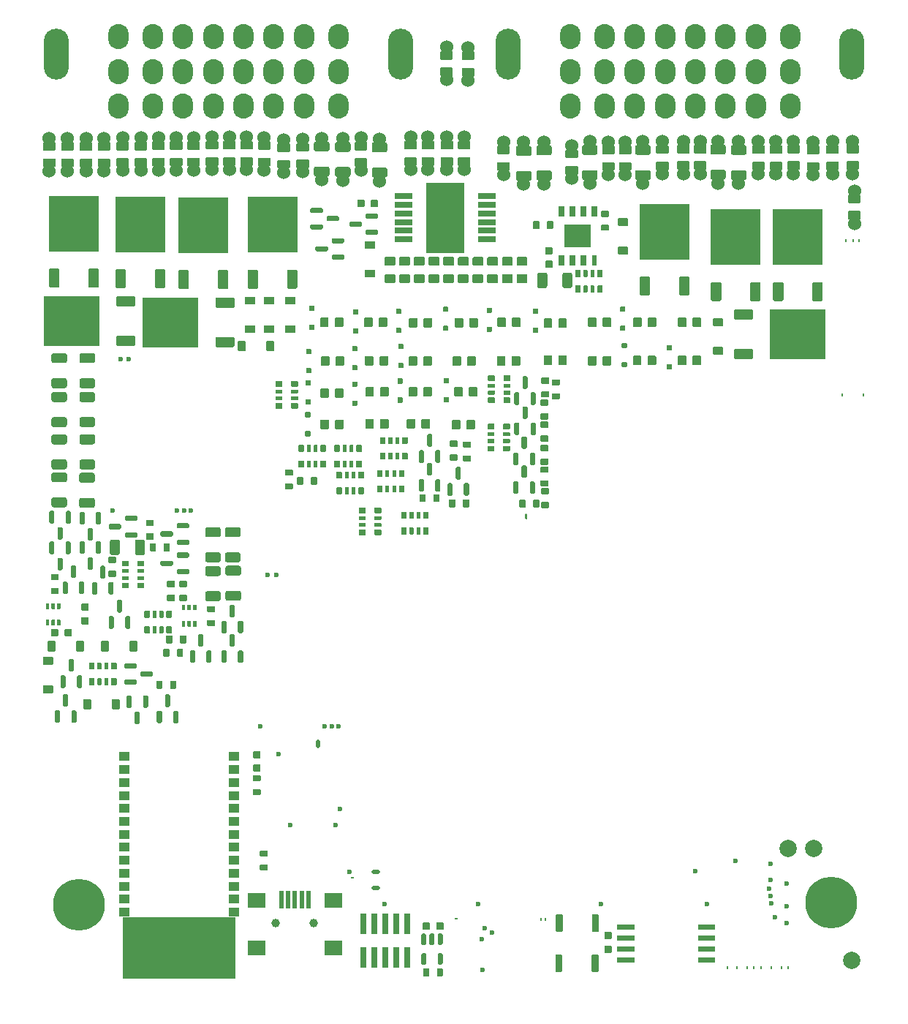
<source format=gts>
G04 #@! TF.GenerationSoftware,KiCad,Pcbnew,(6.0.1)*
G04 #@! TF.CreationDate,2022-06-11T20:25:16+03:00*
G04 #@! TF.ProjectId,alphax_4ch,616c7068-6178-45f3-9463-682e6b696361,a*
G04 #@! TF.SameCoordinates,PX141f5e0PYa2cace0*
G04 #@! TF.FileFunction,Soldermask,Top*
G04 #@! TF.FilePolarity,Negative*
%FSLAX46Y46*%
G04 Gerber Fmt 4.6, Leading zero omitted, Abs format (unit mm)*
G04 Created by KiCad (PCBNEW (6.0.1)) date 2022-06-11 20:25:16*
%MOMM*%
%LPD*%
G01*
G04 APERTURE LIST*
%ADD10C,0.120000*%
%ADD11O,0.200000X0.399999*%
%ADD12C,0.599999*%
%ADD13C,1.524000*%
%ADD14C,6.000000*%
%ADD15C,2.000000*%
%ADD16R,5.800000X6.400000*%
%ADD17O,2.900000X5.900000*%
%ADD18O,2.400000X2.900000*%
%ADD19C,1.000000*%
%ADD20R,0.500000X2.000000*%
%ADD21R,2.000000X1.700000*%
%ADD22R,6.400000X5.800000*%
%ADD23R,2.000000X0.650000*%
%ADD24R,4.500000X8.100000*%
%ADD25O,0.250000X0.499999*%
%ADD26O,0.499999X0.250000*%
%ADD27O,0.499999X1.000001*%
%ADD28O,0.499999X0.200000*%
%ADD29R,0.650000X1.310000*%
%ADD30R,0.600000X1.310000*%
%ADD31R,1.500000X1.325000*%
%ADD32R,1.300000X1.000000*%
%ADD33O,1.000001X0.499999*%
%ADD34R,0.740000X2.400000*%
G04 APERTURE END LIST*
D10*
G04 #@! TO.C,U4*
X9850000Y200000D02*
X9850000Y7200000D01*
X9850000Y7200000D02*
X22850000Y7200000D01*
X22850000Y7200000D02*
X22850000Y200000D01*
X22850000Y200000D02*
X9850000Y200000D01*
G36*
X22850000Y200000D02*
G01*
X9850000Y200000D01*
X9850000Y7200000D01*
X22850000Y7200000D01*
X22850000Y200000D01*
G37*
X22850000Y200000D02*
X9850000Y200000D01*
X9850000Y7200000D01*
X22850000Y7200000D01*
X22850000Y200000D01*
G04 #@! TD*
D11*
G04 #@! TO.C,M4*
X86904837Y1375379D03*
X86144858Y1375379D03*
X84969865Y1375379D03*
X83794878Y1375379D03*
X82954966Y1375379D03*
X82204894Y1375379D03*
X81029883Y1375379D03*
X79854886Y1375379D03*
D12*
X84894889Y11474986D03*
X86729899Y11049978D03*
X84679891Y10499981D03*
X84894886Y9625022D03*
X84969893Y8774999D03*
X86729899Y8449983D03*
X85419899Y7150016D03*
X86729899Y6499999D03*
X80804884Y13675002D03*
X84879890Y13375000D03*
G04 #@! TD*
G04 #@! TO.C,D53*
G36*
G01*
X25110000Y74805000D02*
X24090000Y74805000D01*
G75*
G02*
X24000000Y74895000I0J90000D01*
G01*
X24000000Y75615000D01*
G75*
G02*
X24090000Y75705000I90000J0D01*
G01*
X25110000Y75705000D01*
G75*
G02*
X25200000Y75615000I0J-90000D01*
G01*
X25200000Y74895000D01*
G75*
G02*
X25110000Y74805000I-90000J0D01*
G01*
G37*
G36*
G01*
X25110000Y78105000D02*
X24090000Y78105000D01*
G75*
G02*
X24000000Y78195000I0J90000D01*
G01*
X24000000Y78915000D01*
G75*
G02*
X24090000Y79005000I90000J0D01*
G01*
X25110000Y79005000D01*
G75*
G02*
X25200000Y78915000I0J-90000D01*
G01*
X25200000Y78195000D01*
G75*
G02*
X25110000Y78105000I-90000J0D01*
G01*
G37*
G04 #@! TD*
G04 #@! TO.C,R8*
G36*
G01*
X77375000Y93699999D02*
X76125000Y93699999D01*
G75*
G02*
X76025000Y93799999I0J100000D01*
G01*
X76025000Y94599999D01*
G75*
G02*
X76125000Y94699999I100000J0D01*
G01*
X77375000Y94699999D01*
G75*
G02*
X77475000Y94599999I0J-100000D01*
G01*
X77475000Y93799999D01*
G75*
G02*
X77375000Y93699999I-100000J0D01*
G01*
G37*
D13*
X76750000Y93245000D03*
G36*
G01*
X77375000Y95600021D02*
X76125000Y95600021D01*
G75*
G02*
X76025000Y95700021I0J100000D01*
G01*
X76025000Y96500021D01*
G75*
G02*
X76125000Y96600021I100000J0D01*
G01*
X77375000Y96600021D01*
G75*
G02*
X77475000Y96500021I0J-100000D01*
G01*
X77475000Y95700021D01*
G75*
G02*
X77375000Y95600021I-100000J0D01*
G01*
G37*
X76750000Y97055000D03*
G04 #@! TD*
G04 #@! TO.C,R29*
G36*
G01*
X12610000Y53200010D02*
X13390000Y53200010D01*
G75*
G02*
X13460000Y53130010I0J-70000D01*
G01*
X13460000Y52570010D01*
G75*
G02*
X13390000Y52500010I-70000J0D01*
G01*
X12610000Y52500010D01*
G75*
G02*
X12540000Y52570010I0J70000D01*
G01*
X12540000Y53130010D01*
G75*
G02*
X12610000Y53200010I70000J0D01*
G01*
G37*
G36*
G01*
X12610000Y51600010D02*
X13390000Y51600010D01*
G75*
G02*
X13460000Y51530010I0J-70000D01*
G01*
X13460000Y50970010D01*
G75*
G02*
X13390000Y50900010I-70000J0D01*
G01*
X12610000Y50900010D01*
G75*
G02*
X12540000Y50970010I0J70000D01*
G01*
X12540000Y51530010D01*
G75*
G02*
X12610000Y51600010I70000J0D01*
G01*
G37*
G04 #@! TD*
G04 #@! TO.C,R90*
G36*
G01*
X25810000Y14900000D02*
X26590000Y14900000D01*
G75*
G02*
X26660000Y14830000I0J-70000D01*
G01*
X26660000Y14270000D01*
G75*
G02*
X26590000Y14200000I-70000J0D01*
G01*
X25810000Y14200000D01*
G75*
G02*
X25740000Y14270000I0J70000D01*
G01*
X25740000Y14830000D01*
G75*
G02*
X25810000Y14900000I70000J0D01*
G01*
G37*
G36*
G01*
X25810000Y13300000D02*
X26590000Y13300000D01*
G75*
G02*
X26660000Y13230000I0J-70000D01*
G01*
X26660000Y12670000D01*
G75*
G02*
X26590000Y12600000I-70000J0D01*
G01*
X25810000Y12600000D01*
G75*
G02*
X25740000Y12670000I0J70000D01*
G01*
X25740000Y13230000D01*
G75*
G02*
X25810000Y13300000I70000J0D01*
G01*
G37*
G04 #@! TD*
G04 #@! TO.C,R2*
G36*
G01*
X34600000Y56215000D02*
X34600000Y56885000D01*
G75*
G02*
X34665000Y56950000I65000J0D01*
G01*
X35185000Y56950000D01*
G75*
G02*
X35250000Y56885000I0J-65000D01*
G01*
X35250000Y56215000D01*
G75*
G02*
X35185000Y56150000I-65000J0D01*
G01*
X34665000Y56150000D01*
G75*
G02*
X34600000Y56215000I0J65000D01*
G01*
G37*
G36*
G01*
X35575000Y56195000D02*
X35575000Y56905000D01*
G75*
G02*
X35620000Y56950000I45000J0D01*
G01*
X35980000Y56950000D01*
G75*
G02*
X36025000Y56905000I0J-45000D01*
G01*
X36025000Y56195000D01*
G75*
G02*
X35980000Y56150000I-45000J0D01*
G01*
X35620000Y56150000D01*
G75*
G02*
X35575000Y56195000I0J45000D01*
G01*
G37*
G36*
G01*
X36375000Y56195000D02*
X36375000Y56905000D01*
G75*
G02*
X36420000Y56950000I45000J0D01*
G01*
X36780000Y56950000D01*
G75*
G02*
X36825000Y56905000I0J-45000D01*
G01*
X36825000Y56195000D01*
G75*
G02*
X36780000Y56150000I-45000J0D01*
G01*
X36420000Y56150000D01*
G75*
G02*
X36375000Y56195000I0J45000D01*
G01*
G37*
G36*
G01*
X37150000Y56215000D02*
X37150000Y56885000D01*
G75*
G02*
X37215000Y56950000I65000J0D01*
G01*
X37735000Y56950000D01*
G75*
G02*
X37800000Y56885000I0J-65000D01*
G01*
X37800000Y56215000D01*
G75*
G02*
X37735000Y56150000I-65000J0D01*
G01*
X37215000Y56150000D01*
G75*
G02*
X37150000Y56215000I0J65000D01*
G01*
G37*
G36*
G01*
X37150000Y58015000D02*
X37150000Y58685000D01*
G75*
G02*
X37215000Y58750000I65000J0D01*
G01*
X37735000Y58750000D01*
G75*
G02*
X37800000Y58685000I0J-65000D01*
G01*
X37800000Y58015000D01*
G75*
G02*
X37735000Y57950000I-65000J0D01*
G01*
X37215000Y57950000D01*
G75*
G02*
X37150000Y58015000I0J65000D01*
G01*
G37*
G36*
G01*
X36375000Y57995000D02*
X36375000Y58705000D01*
G75*
G02*
X36420000Y58750000I45000J0D01*
G01*
X36780000Y58750000D01*
G75*
G02*
X36825000Y58705000I0J-45000D01*
G01*
X36825000Y57995000D01*
G75*
G02*
X36780000Y57950000I-45000J0D01*
G01*
X36420000Y57950000D01*
G75*
G02*
X36375000Y57995000I0J45000D01*
G01*
G37*
G36*
G01*
X35575000Y57995000D02*
X35575000Y58705000D01*
G75*
G02*
X35620000Y58750000I45000J0D01*
G01*
X35980000Y58750000D01*
G75*
G02*
X36025000Y58705000I0J-45000D01*
G01*
X36025000Y57995000D01*
G75*
G02*
X35980000Y57950000I-45000J0D01*
G01*
X35620000Y57950000D01*
G75*
G02*
X35575000Y57995000I0J45000D01*
G01*
G37*
G36*
G01*
X34600000Y58015000D02*
X34600000Y58685000D01*
G75*
G02*
X34665000Y58750000I65000J0D01*
G01*
X35185000Y58750000D01*
G75*
G02*
X35250000Y58685000I0J-65000D01*
G01*
X35250000Y58015000D01*
G75*
G02*
X35185000Y57950000I-65000J0D01*
G01*
X34665000Y57950000D01*
G75*
G02*
X34600000Y58015000I0J65000D01*
G01*
G37*
G04 #@! TD*
G04 #@! TO.C,D36*
G36*
G01*
X50649999Y64649998D02*
X50649999Y63749998D01*
G75*
G02*
X50549999Y63649998I-100000J0D01*
G01*
X49749999Y63649998D01*
G75*
G02*
X49649999Y63749998I0J100000D01*
G01*
X49649999Y64649998D01*
G75*
G02*
X49749999Y64749998I100000J0D01*
G01*
X50549999Y64749998D01*
G75*
G02*
X50649999Y64649998I0J-100000D01*
G01*
G37*
G36*
G01*
X48949999Y64649998D02*
X48949999Y63749998D01*
G75*
G02*
X48849999Y63649998I-100000J0D01*
G01*
X48049999Y63649998D01*
G75*
G02*
X47949999Y63749998I0J100000D01*
G01*
X47949999Y64649998D01*
G75*
G02*
X48049999Y64749998I100000J0D01*
G01*
X48849999Y64749998D01*
G75*
G02*
X48949999Y64649998I0J-100000D01*
G01*
G37*
G04 #@! TD*
G04 #@! TO.C,R4*
G36*
G01*
X54685000Y66700000D02*
X54015000Y66700000D01*
G75*
G02*
X53950000Y66765000I0J65000D01*
G01*
X53950000Y67285000D01*
G75*
G02*
X54015000Y67350000I65000J0D01*
G01*
X54685000Y67350000D01*
G75*
G02*
X54750000Y67285000I0J-65000D01*
G01*
X54750000Y66765000D01*
G75*
G02*
X54685000Y66700000I-65000J0D01*
G01*
G37*
G36*
G01*
X54705000Y67675000D02*
X53995000Y67675000D01*
G75*
G02*
X53950000Y67720000I0J45000D01*
G01*
X53950000Y68080000D01*
G75*
G02*
X53995000Y68125000I45000J0D01*
G01*
X54705000Y68125000D01*
G75*
G02*
X54750000Y68080000I0J-45000D01*
G01*
X54750000Y67720000D01*
G75*
G02*
X54705000Y67675000I-45000J0D01*
G01*
G37*
G36*
G01*
X54705000Y68475000D02*
X53995000Y68475000D01*
G75*
G02*
X53950000Y68520000I0J45000D01*
G01*
X53950000Y68880000D01*
G75*
G02*
X53995000Y68925000I45000J0D01*
G01*
X54705000Y68925000D01*
G75*
G02*
X54750000Y68880000I0J-45000D01*
G01*
X54750000Y68520000D01*
G75*
G02*
X54705000Y68475000I-45000J0D01*
G01*
G37*
G36*
G01*
X54685000Y69250000D02*
X54015000Y69250000D01*
G75*
G02*
X53950000Y69315000I0J65000D01*
G01*
X53950000Y69835000D01*
G75*
G02*
X54015000Y69900000I65000J0D01*
G01*
X54685000Y69900000D01*
G75*
G02*
X54750000Y69835000I0J-65000D01*
G01*
X54750000Y69315000D01*
G75*
G02*
X54685000Y69250000I-65000J0D01*
G01*
G37*
G36*
G01*
X52885000Y69250000D02*
X52215000Y69250000D01*
G75*
G02*
X52150000Y69315000I0J65000D01*
G01*
X52150000Y69835000D01*
G75*
G02*
X52215000Y69900000I65000J0D01*
G01*
X52885000Y69900000D01*
G75*
G02*
X52950000Y69835000I0J-65000D01*
G01*
X52950000Y69315000D01*
G75*
G02*
X52885000Y69250000I-65000J0D01*
G01*
G37*
G36*
G01*
X52905000Y68475000D02*
X52195000Y68475000D01*
G75*
G02*
X52150000Y68520000I0J45000D01*
G01*
X52150000Y68880000D01*
G75*
G02*
X52195000Y68925000I45000J0D01*
G01*
X52905000Y68925000D01*
G75*
G02*
X52950000Y68880000I0J-45000D01*
G01*
X52950000Y68520000D01*
G75*
G02*
X52905000Y68475000I-45000J0D01*
G01*
G37*
G36*
G01*
X52905000Y67675000D02*
X52195000Y67675000D01*
G75*
G02*
X52150000Y67720000I0J45000D01*
G01*
X52150000Y68080000D01*
G75*
G02*
X52195000Y68125000I45000J0D01*
G01*
X52905000Y68125000D01*
G75*
G02*
X52950000Y68080000I0J-45000D01*
G01*
X52950000Y67720000D01*
G75*
G02*
X52905000Y67675000I-45000J0D01*
G01*
G37*
G36*
G01*
X52885000Y66700000D02*
X52215000Y66700000D01*
G75*
G02*
X52150000Y66765000I0J65000D01*
G01*
X52150000Y67285000D01*
G75*
G02*
X52215000Y67350000I65000J0D01*
G01*
X52885000Y67350000D01*
G75*
G02*
X52950000Y67285000I0J-65000D01*
G01*
X52950000Y66765000D01*
G75*
G02*
X52885000Y66700000I-65000J0D01*
G01*
G37*
G04 #@! TD*
G04 #@! TO.C,D30*
G36*
G01*
X67450000Y75111499D02*
X67450000Y75591499D01*
G75*
G02*
X67510000Y75651499I60000J0D01*
G01*
X67990000Y75651499D01*
G75*
G02*
X68050000Y75591499I0J-60000D01*
G01*
X68050000Y75111499D01*
G75*
G02*
X67990000Y75051499I-60000J0D01*
G01*
X67510000Y75051499D01*
G75*
G02*
X67450000Y75111499I0J60000D01*
G01*
G37*
G36*
G01*
X67450000Y77311499D02*
X67450000Y77791499D01*
G75*
G02*
X67510000Y77851499I60000J0D01*
G01*
X67990000Y77851499D01*
G75*
G02*
X68050000Y77791499I0J-60000D01*
G01*
X68050000Y77311499D01*
G75*
G02*
X67990000Y77251499I-60000J0D01*
G01*
X67510000Y77251499D01*
G75*
G02*
X67450000Y77311499I0J60000D01*
G01*
G37*
G04 #@! TD*
G04 #@! TO.C,C3*
G36*
G01*
X25060000Y26435001D02*
X25740000Y26435001D01*
G75*
G02*
X25825000Y26350001I0J-85000D01*
G01*
X25825000Y25670001D01*
G75*
G02*
X25740000Y25585001I-85000J0D01*
G01*
X25060000Y25585001D01*
G75*
G02*
X24975000Y25670001I0J85000D01*
G01*
X24975000Y26350001D01*
G75*
G02*
X25060000Y26435001I85000J0D01*
G01*
G37*
G36*
G01*
X25060000Y24854999D02*
X25740000Y24854999D01*
G75*
G02*
X25825000Y24769999I0J-85000D01*
G01*
X25825000Y24089999D01*
G75*
G02*
X25740000Y24004999I-85000J0D01*
G01*
X25060000Y24004999D01*
G75*
G02*
X24975000Y24089999I0J85000D01*
G01*
X24975000Y24769999D01*
G75*
G02*
X25060000Y24854999I85000J0D01*
G01*
G37*
G04 #@! TD*
G04 #@! TO.C,D46*
G36*
G01*
X31650000Y69290000D02*
X31650000Y68810000D01*
G75*
G02*
X31590000Y68750000I-60000J0D01*
G01*
X31110000Y68750000D01*
G75*
G02*
X31050000Y68810000I0J60000D01*
G01*
X31050000Y69290000D01*
G75*
G02*
X31110000Y69350000I60000J0D01*
G01*
X31590000Y69350000D01*
G75*
G02*
X31650000Y69290000I0J-60000D01*
G01*
G37*
G36*
G01*
X31650000Y67090000D02*
X31650000Y66610000D01*
G75*
G02*
X31590000Y66550000I-60000J0D01*
G01*
X31110000Y66550000D01*
G75*
G02*
X31050000Y66610000I0J60000D01*
G01*
X31050000Y67090000D01*
G75*
G02*
X31110000Y67150000I60000J0D01*
G01*
X31590000Y67150000D01*
G75*
G02*
X31650000Y67090000I0J-60000D01*
G01*
G37*
G04 #@! TD*
G04 #@! TO.C,R87*
G36*
G01*
X58310000Y61850000D02*
X59090000Y61850000D01*
G75*
G02*
X59160000Y61780000I0J-70000D01*
G01*
X59160000Y61220000D01*
G75*
G02*
X59090000Y61150000I-70000J0D01*
G01*
X58310000Y61150000D01*
G75*
G02*
X58240000Y61220000I0J70000D01*
G01*
X58240000Y61780000D01*
G75*
G02*
X58310000Y61850000I70000J0D01*
G01*
G37*
G36*
G01*
X58310000Y60250000D02*
X59090000Y60250000D01*
G75*
G02*
X59160000Y60180000I0J-70000D01*
G01*
X59160000Y59620000D01*
G75*
G02*
X59090000Y59550000I-70000J0D01*
G01*
X58310000Y59550000D01*
G75*
G02*
X58240000Y59620000I0J70000D01*
G01*
X58240000Y60180000D01*
G75*
G02*
X58310000Y60250000I70000J0D01*
G01*
G37*
G04 #@! TD*
G04 #@! TO.C,R93*
G36*
G01*
X17200000Y39740000D02*
X17200000Y38960000D01*
G75*
G02*
X17130000Y38890000I-70000J0D01*
G01*
X16570000Y38890000D01*
G75*
G02*
X16500000Y38960000I0J70000D01*
G01*
X16500000Y39740000D01*
G75*
G02*
X16570000Y39810000I70000J0D01*
G01*
X17130000Y39810000D01*
G75*
G02*
X17200000Y39740000I0J-70000D01*
G01*
G37*
G36*
G01*
X15600000Y39740000D02*
X15600000Y38960000D01*
G75*
G02*
X15530000Y38890000I-70000J0D01*
G01*
X14970000Y38890000D01*
G75*
G02*
X14900000Y38960000I0J70000D01*
G01*
X14900000Y39740000D01*
G75*
G02*
X14970000Y39810000I70000J0D01*
G01*
X15530000Y39810000D01*
G75*
G02*
X15600000Y39740000I0J-70000D01*
G01*
G37*
G04 #@! TD*
D14*
G04 #@! TO.C,J8*
X4803000Y8619000D03*
G04 #@! TD*
G04 #@! TO.C,D34*
G36*
G01*
X40649999Y64749998D02*
X40649999Y63849998D01*
G75*
G02*
X40549999Y63749998I-100000J0D01*
G01*
X39749999Y63749998D01*
G75*
G02*
X39649999Y63849998I0J100000D01*
G01*
X39649999Y64749998D01*
G75*
G02*
X39749999Y64849998I100000J0D01*
G01*
X40549999Y64849998D01*
G75*
G02*
X40649999Y64749998I0J-100000D01*
G01*
G37*
G36*
G01*
X38949999Y64749998D02*
X38949999Y63849998D01*
G75*
G02*
X38849999Y63749998I-100000J0D01*
G01*
X38049999Y63749998D01*
G75*
G02*
X37949999Y63849998I0J100000D01*
G01*
X37949999Y64749998D01*
G75*
G02*
X38049999Y64849998I100000J0D01*
G01*
X38849999Y64849998D01*
G75*
G02*
X38949999Y64749998I0J-100000D01*
G01*
G37*
G04 #@! TD*
D13*
G04 #@! TO.C,R59*
X45200000Y97505000D03*
G36*
G01*
X44575000Y97050001D02*
X45825000Y97050001D01*
G75*
G02*
X45925000Y96950001I0J-100000D01*
G01*
X45925000Y96150001D01*
G75*
G02*
X45825000Y96050001I-100000J0D01*
G01*
X44575000Y96050001D01*
G75*
G02*
X44475000Y96150001I0J100000D01*
G01*
X44475000Y96950001D01*
G75*
G02*
X44575000Y97050001I100000J0D01*
G01*
G37*
X45200000Y93695000D03*
G36*
G01*
X44575000Y95149979D02*
X45825000Y95149979D01*
G75*
G02*
X45925000Y95049979I0J-100000D01*
G01*
X45925000Y94249979D01*
G75*
G02*
X45825000Y94149979I-100000J0D01*
G01*
X44575000Y94149979D01*
G75*
G02*
X44475000Y94249979I0J100000D01*
G01*
X44475000Y95049979D01*
G75*
G02*
X44575000Y95149979I100000J0D01*
G01*
G37*
G04 #@! TD*
G04 #@! TO.C,R9*
X74800000Y93245000D03*
G36*
G01*
X75425000Y93699999D02*
X74175000Y93699999D01*
G75*
G02*
X74075000Y93799999I0J100000D01*
G01*
X74075000Y94599999D01*
G75*
G02*
X74175000Y94699999I100000J0D01*
G01*
X75425000Y94699999D01*
G75*
G02*
X75525000Y94599999I0J-100000D01*
G01*
X75525000Y93799999D01*
G75*
G02*
X75425000Y93699999I-100000J0D01*
G01*
G37*
X74800000Y97055000D03*
G36*
G01*
X75425000Y95600021D02*
X74175000Y95600021D01*
G75*
G02*
X74075000Y95700021I0J100000D01*
G01*
X74075000Y96500021D01*
G75*
G02*
X74175000Y96600021I100000J0D01*
G01*
X75425000Y96600021D01*
G75*
G02*
X75525000Y96500021I0J-100000D01*
G01*
X75525000Y95700021D01*
G75*
G02*
X75425000Y95600021I-100000J0D01*
G01*
G37*
G04 #@! TD*
G04 #@! TO.C,R68*
G36*
G01*
X24825000Y94149999D02*
X23575000Y94149999D01*
G75*
G02*
X23475000Y94249999I0J100000D01*
G01*
X23475000Y95049999D01*
G75*
G02*
X23575000Y95149999I100000J0D01*
G01*
X24825000Y95149999D01*
G75*
G02*
X24925000Y95049999I0J-100000D01*
G01*
X24925000Y94249999D01*
G75*
G02*
X24825000Y94149999I-100000J0D01*
G01*
G37*
X24200000Y93695000D03*
X24200000Y97505000D03*
G36*
G01*
X24825000Y96050021D02*
X23575000Y96050021D01*
G75*
G02*
X23475000Y96150021I0J100000D01*
G01*
X23475000Y96950021D01*
G75*
G02*
X23575000Y97050021I100000J0D01*
G01*
X24825000Y97050021D01*
G75*
G02*
X24925000Y96950021I0J-100000D01*
G01*
X24925000Y96150021D01*
G75*
G02*
X24825000Y96050021I-100000J0D01*
G01*
G37*
G04 #@! TD*
G04 #@! TO.C,R21*
G36*
G01*
X3400000Y59945000D02*
X3400000Y59255000D01*
G75*
G02*
X3170000Y59025000I-230000J0D01*
G01*
X1830000Y59025000D01*
G75*
G02*
X1600000Y59255000I0J230000D01*
G01*
X1600000Y59945000D01*
G75*
G02*
X1830000Y60175000I230000J0D01*
G01*
X3170000Y60175000D01*
G75*
G02*
X3400000Y59945000I0J-230000D01*
G01*
G37*
G36*
G01*
X3400000Y62845020D02*
X3400000Y62155020D01*
G75*
G02*
X3170000Y61925020I-230000J0D01*
G01*
X1830000Y61925020D01*
G75*
G02*
X1600000Y62155020I0J230000D01*
G01*
X1600000Y62845020D01*
G75*
G02*
X1830000Y63075020I230000J0D01*
G01*
X3170000Y63075020D01*
G75*
G02*
X3400000Y62845020I0J-230000D01*
G01*
G37*
G04 #@! TD*
D15*
G04 #@! TO.C,J5*
X89900000Y15110000D03*
G04 #@! TD*
G04 #@! TO.C,R82*
G36*
G01*
X58410000Y69650000D02*
X59190000Y69650000D01*
G75*
G02*
X59260000Y69580000I0J-70000D01*
G01*
X59260000Y69020000D01*
G75*
G02*
X59190000Y68950000I-70000J0D01*
G01*
X58410000Y68950000D01*
G75*
G02*
X58340000Y69020000I0J70000D01*
G01*
X58340000Y69580000D01*
G75*
G02*
X58410000Y69650000I70000J0D01*
G01*
G37*
G36*
G01*
X58410000Y68050000D02*
X59190000Y68050000D01*
G75*
G02*
X59260000Y67980000I0J-70000D01*
G01*
X59260000Y67420000D01*
G75*
G02*
X59190000Y67350000I-70000J0D01*
G01*
X58410000Y67350000D01*
G75*
G02*
X58340000Y67420000I0J70000D01*
G01*
X58340000Y67980000D01*
G75*
G02*
X58410000Y68050000I70000J0D01*
G01*
G37*
G04 #@! TD*
G04 #@! TO.C,D49*
G36*
G01*
X31575000Y88850000D02*
X31575000Y89150000D01*
G75*
G02*
X31725000Y89300000I150000J0D01*
G01*
X32900000Y89300000D01*
G75*
G02*
X33050000Y89150000I0J-150000D01*
G01*
X33050000Y88850000D01*
G75*
G02*
X32900000Y88700000I-150000J0D01*
G01*
X31725000Y88700000D01*
G75*
G02*
X31575000Y88850000I0J150000D01*
G01*
G37*
G36*
G01*
X33450000Y87900000D02*
X33450000Y88200000D01*
G75*
G02*
X33600000Y88350000I150000J0D01*
G01*
X34775000Y88350000D01*
G75*
G02*
X34925000Y88200000I0J-150000D01*
G01*
X34925000Y87900000D01*
G75*
G02*
X34775000Y87750000I-150000J0D01*
G01*
X33600000Y87750000D01*
G75*
G02*
X33450000Y87900000I0J150000D01*
G01*
G37*
G36*
G01*
X31575000Y86950000D02*
X31575000Y87250000D01*
G75*
G02*
X31725000Y87400000I150000J0D01*
G01*
X32900000Y87400000D01*
G75*
G02*
X33050000Y87250000I0J-150000D01*
G01*
X33050000Y86950000D01*
G75*
G02*
X32900000Y86800000I-150000J0D01*
G01*
X31725000Y86800000D01*
G75*
G02*
X31575000Y86950000I0J150000D01*
G01*
G37*
G04 #@! TD*
D13*
G04 #@! TO.C,F4*
X63950000Y97000000D03*
G36*
G01*
X63050000Y95655010D02*
X63050000Y96345010D01*
G75*
G02*
X63280000Y96575010I230000J0D01*
G01*
X64620000Y96575010D01*
G75*
G02*
X64850000Y96345010I0J-230000D01*
G01*
X64850000Y95655010D01*
G75*
G02*
X64620000Y95425010I-230000J0D01*
G01*
X63280000Y95425010D01*
G75*
G02*
X63050000Y95655010I0J230000D01*
G01*
G37*
X63950000Y92100000D03*
G36*
G01*
X63050000Y92754990D02*
X63050000Y93444990D01*
G75*
G02*
X63280000Y93674990I230000J0D01*
G01*
X64620000Y93674990D01*
G75*
G02*
X64850000Y93444990I0J-230000D01*
G01*
X64850000Y92754990D01*
G75*
G02*
X64620000Y92524990I-230000J0D01*
G01*
X63280000Y92524990D01*
G75*
G02*
X63050000Y92754990I0J230000D01*
G01*
G37*
G04 #@! TD*
G04 #@! TO.C,Q13*
G36*
G01*
X47910000Y55975000D02*
X47610000Y55975000D01*
G75*
G02*
X47460000Y56125000I0J150000D01*
G01*
X47460000Y57300000D01*
G75*
G02*
X47610000Y57450000I150000J0D01*
G01*
X47910000Y57450000D01*
G75*
G02*
X48060000Y57300000I0J-150000D01*
G01*
X48060000Y56125000D01*
G75*
G02*
X47910000Y55975000I-150000J0D01*
G01*
G37*
G36*
G01*
X48860000Y57850000D02*
X48560000Y57850000D01*
G75*
G02*
X48410000Y58000000I0J150000D01*
G01*
X48410000Y59175000D01*
G75*
G02*
X48560000Y59325000I150000J0D01*
G01*
X48860000Y59325000D01*
G75*
G02*
X49010000Y59175000I0J-150000D01*
G01*
X49010000Y58000000D01*
G75*
G02*
X48860000Y57850000I-150000J0D01*
G01*
G37*
G36*
G01*
X49810000Y55975000D02*
X49510000Y55975000D01*
G75*
G02*
X49360000Y56125000I0J150000D01*
G01*
X49360000Y57300000D01*
G75*
G02*
X49510000Y57450000I150000J0D01*
G01*
X49810000Y57450000D01*
G75*
G02*
X49960000Y57300000I0J-150000D01*
G01*
X49960000Y56125000D01*
G75*
G02*
X49810000Y55975000I-150000J0D01*
G01*
G37*
G04 #@! TD*
G04 #@! TO.C,R91*
X94580000Y87485000D03*
G36*
G01*
X95205000Y87939999D02*
X93955000Y87939999D01*
G75*
G02*
X93855000Y88039999I0J100000D01*
G01*
X93855000Y88839999D01*
G75*
G02*
X93955000Y88939999I100000J0D01*
G01*
X95205000Y88939999D01*
G75*
G02*
X95305000Y88839999I0J-100000D01*
G01*
X95305000Y88039999D01*
G75*
G02*
X95205000Y87939999I-100000J0D01*
G01*
G37*
G36*
G01*
X95205000Y89840021D02*
X93955000Y89840021D01*
G75*
G02*
X93855000Y89940021I0J100000D01*
G01*
X93855000Y90740021D01*
G75*
G02*
X93955000Y90840021I100000J0D01*
G01*
X95205000Y90840021D01*
G75*
G02*
X95305000Y90740021I0J-100000D01*
G01*
X95305000Y89940021D01*
G75*
G02*
X95205000Y89840021I-100000J0D01*
G01*
G37*
X94580000Y91295000D03*
G04 #@! TD*
G04 #@! TO.C,D1*
G36*
G01*
X67650000Y70910000D02*
X67650000Y71390000D01*
G75*
G02*
X67710000Y71450000I60000J0D01*
G01*
X68190000Y71450000D01*
G75*
G02*
X68250000Y71390000I0J-60000D01*
G01*
X68250000Y70910000D01*
G75*
G02*
X68190000Y70850000I-60000J0D01*
G01*
X67710000Y70850000D01*
G75*
G02*
X67650000Y70910000I0J60000D01*
G01*
G37*
G36*
G01*
X67650000Y73110000D02*
X67650000Y73590000D01*
G75*
G02*
X67710000Y73650000I60000J0D01*
G01*
X68190000Y73650000D01*
G75*
G02*
X68250000Y73590000I0J-60000D01*
G01*
X68250000Y73110000D01*
G75*
G02*
X68190000Y73050000I-60000J0D01*
G01*
X67710000Y73050000D01*
G75*
G02*
X67650000Y73110000I0J60000D01*
G01*
G37*
G04 #@! TD*
G04 #@! TO.C,D15*
G36*
G01*
X40499999Y76499998D02*
X40499999Y75599998D01*
G75*
G02*
X40399999Y75499998I-100000J0D01*
G01*
X39599999Y75499998D01*
G75*
G02*
X39499999Y75599998I0J100000D01*
G01*
X39499999Y76499998D01*
G75*
G02*
X39599999Y76599998I100000J0D01*
G01*
X40399999Y76599998D01*
G75*
G02*
X40499999Y76499998I0J-100000D01*
G01*
G37*
G36*
G01*
X38799999Y76499998D02*
X38799999Y75599998D01*
G75*
G02*
X38699999Y75499998I-100000J0D01*
G01*
X37899999Y75499998D01*
G75*
G02*
X37799999Y75599998I0J100000D01*
G01*
X37799999Y76499998D01*
G75*
G02*
X37899999Y76599998I100000J0D01*
G01*
X38699999Y76599998D01*
G75*
G02*
X38799999Y76499998I0J-100000D01*
G01*
G37*
G04 #@! TD*
G04 #@! TO.C,C1*
G36*
G01*
X58860000Y84765001D02*
X59540000Y84765001D01*
G75*
G02*
X59625000Y84680001I0J-85000D01*
G01*
X59625000Y84000001D01*
G75*
G02*
X59540000Y83915001I-85000J0D01*
G01*
X58860000Y83915001D01*
G75*
G02*
X58775000Y84000001I0J85000D01*
G01*
X58775000Y84680001D01*
G75*
G02*
X58860000Y84765001I85000J0D01*
G01*
G37*
G36*
G01*
X58860000Y83184999D02*
X59540000Y83184999D01*
G75*
G02*
X59625000Y83099999I0J-85000D01*
G01*
X59625000Y82419999D01*
G75*
G02*
X59540000Y82334999I-85000J0D01*
G01*
X58860000Y82334999D01*
G75*
G02*
X58775000Y82419999I0J85000D01*
G01*
X58775000Y83099999D01*
G75*
G02*
X58860000Y83184999I85000J0D01*
G01*
G37*
G04 #@! TD*
G04 #@! TO.C,Q29*
G36*
G01*
X25400000Y79950000D02*
X24440000Y79950000D01*
G75*
G02*
X24320000Y80070000I0J120000D01*
G01*
X24320000Y82030000D01*
G75*
G02*
X24440000Y82150000I120000J0D01*
G01*
X25400000Y82150000D01*
G75*
G02*
X25520000Y82030000I0J-120000D01*
G01*
X25520000Y80070000D01*
G75*
G02*
X25400000Y79950000I-120000J0D01*
G01*
G37*
D16*
X27200000Y87350000D03*
G36*
G01*
X29960000Y79950000D02*
X29000000Y79950000D01*
G75*
G02*
X28880000Y80070000I0J120000D01*
G01*
X28880000Y82030000D01*
G75*
G02*
X29000000Y82150000I120000J0D01*
G01*
X29960000Y82150000D01*
G75*
G02*
X30080000Y82030000I0J-120000D01*
G01*
X30080000Y80070000D01*
G75*
G02*
X29960000Y79950000I-120000J0D01*
G01*
G37*
G04 #@! TD*
G04 #@! TO.C,S1*
G36*
G01*
X64950001Y2770000D02*
X64950001Y930000D01*
G75*
G02*
X64870001Y850000I-80000J0D01*
G01*
X64230001Y850000D01*
G75*
G02*
X64150001Y930000I0J80000D01*
G01*
X64150001Y2770000D01*
G75*
G02*
X64230001Y2850000I80000J0D01*
G01*
X64870001Y2850000D01*
G75*
G02*
X64950001Y2770000I0J-80000D01*
G01*
G37*
G36*
G01*
X60750000Y2770000D02*
X60750000Y930000D01*
G75*
G02*
X60670000Y850000I-80000J0D01*
G01*
X60030000Y850000D01*
G75*
G02*
X59950000Y930000I0J80000D01*
G01*
X59950000Y2770000D01*
G75*
G02*
X60030000Y2850000I80000J0D01*
G01*
X60670000Y2850000D01*
G75*
G02*
X60750000Y2770000I0J-80000D01*
G01*
G37*
G04 #@! TD*
G04 #@! TO.C,D6*
G36*
G01*
X41750000Y70810000D02*
X41750000Y71290000D01*
G75*
G02*
X41810000Y71350000I60000J0D01*
G01*
X42290000Y71350000D01*
G75*
G02*
X42350000Y71290000I0J-60000D01*
G01*
X42350000Y70810000D01*
G75*
G02*
X42290000Y70750000I-60000J0D01*
G01*
X41810000Y70750000D01*
G75*
G02*
X41750000Y70810000I0J60000D01*
G01*
G37*
G36*
G01*
X41750000Y73010000D02*
X41750000Y73490000D01*
G75*
G02*
X41810000Y73550000I60000J0D01*
G01*
X42290000Y73550000D01*
G75*
G02*
X42350000Y73490000I0J-60000D01*
G01*
X42350000Y73010000D01*
G75*
G02*
X42290000Y72950000I-60000J0D01*
G01*
X41810000Y72950000D01*
G75*
G02*
X41750000Y73010000I0J60000D01*
G01*
G37*
G04 #@! TD*
G04 #@! TO.C,C4*
G36*
G01*
X47015001Y6490000D02*
X47015001Y5810000D01*
G75*
G02*
X46930001Y5725000I-85000J0D01*
G01*
X46250001Y5725000D01*
G75*
G02*
X46165001Y5810000I0J85000D01*
G01*
X46165001Y6490000D01*
G75*
G02*
X46250001Y6575000I85000J0D01*
G01*
X46930001Y6575000D01*
G75*
G02*
X47015001Y6490000I0J-85000D01*
G01*
G37*
G36*
G01*
X45434999Y6490000D02*
X45434999Y5810000D01*
G75*
G02*
X45349999Y5725000I-85000J0D01*
G01*
X44669999Y5725000D01*
G75*
G02*
X44584999Y5810000I0J85000D01*
G01*
X44584999Y6490000D01*
G75*
G02*
X44669999Y6575000I85000J0D01*
G01*
X45349999Y6575000D01*
G75*
G02*
X45434999Y6490000I0J-85000D01*
G01*
G37*
G04 #@! TD*
G04 #@! TO.C,Q1*
G36*
G01*
X2450000Y29675010D02*
X2150000Y29675010D01*
G75*
G02*
X2000000Y29825010I0J150000D01*
G01*
X2000000Y31000010D01*
G75*
G02*
X2150000Y31150010I150000J0D01*
G01*
X2450000Y31150010D01*
G75*
G02*
X2600000Y31000010I0J-150000D01*
G01*
X2600000Y29825010D01*
G75*
G02*
X2450000Y29675010I-150000J0D01*
G01*
G37*
G36*
G01*
X3400000Y31550010D02*
X3100000Y31550010D01*
G75*
G02*
X2950000Y31700010I0J150000D01*
G01*
X2950000Y32875010D01*
G75*
G02*
X3100000Y33025010I150000J0D01*
G01*
X3400000Y33025010D01*
G75*
G02*
X3550000Y32875010I0J-150000D01*
G01*
X3550000Y31700010D01*
G75*
G02*
X3400000Y31550010I-150000J0D01*
G01*
G37*
G36*
G01*
X4350000Y29675010D02*
X4050000Y29675010D01*
G75*
G02*
X3900000Y29825010I0J150000D01*
G01*
X3900000Y31000010D01*
G75*
G02*
X4050000Y31150010I150000J0D01*
G01*
X4350000Y31150010D01*
G75*
G02*
X4500000Y31000010I0J-150000D01*
G01*
X4500000Y29825010D01*
G75*
G02*
X4350000Y29675010I-150000J0D01*
G01*
G37*
G04 #@! TD*
G04 #@! TO.C,R24*
G36*
G01*
X3400000Y64845000D02*
X3400000Y64155000D01*
G75*
G02*
X3170000Y63925000I-230000J0D01*
G01*
X1830000Y63925000D01*
G75*
G02*
X1600000Y64155000I0J230000D01*
G01*
X1600000Y64845000D01*
G75*
G02*
X1830000Y65075000I230000J0D01*
G01*
X3170000Y65075000D01*
G75*
G02*
X3400000Y64845000I0J-230000D01*
G01*
G37*
G36*
G01*
X3400000Y67745020D02*
X3400000Y67055020D01*
G75*
G02*
X3170000Y66825020I-230000J0D01*
G01*
X1830000Y66825020D01*
G75*
G02*
X1600000Y67055020I0J230000D01*
G01*
X1600000Y67745020D01*
G75*
G02*
X1830000Y67975020I230000J0D01*
G01*
X3170000Y67975020D01*
G75*
G02*
X3400000Y67745020I0J-230000D01*
G01*
G37*
G04 #@! TD*
G04 #@! TO.C,R50*
G36*
G01*
X34350000Y59315000D02*
X34350000Y59985000D01*
G75*
G02*
X34415000Y60050000I65000J0D01*
G01*
X34935000Y60050000D01*
G75*
G02*
X35000000Y59985000I0J-65000D01*
G01*
X35000000Y59315000D01*
G75*
G02*
X34935000Y59250000I-65000J0D01*
G01*
X34415000Y59250000D01*
G75*
G02*
X34350000Y59315000I0J65000D01*
G01*
G37*
G36*
G01*
X35325000Y59295000D02*
X35325000Y60005000D01*
G75*
G02*
X35370000Y60050000I45000J0D01*
G01*
X35730000Y60050000D01*
G75*
G02*
X35775000Y60005000I0J-45000D01*
G01*
X35775000Y59295000D01*
G75*
G02*
X35730000Y59250000I-45000J0D01*
G01*
X35370000Y59250000D01*
G75*
G02*
X35325000Y59295000I0J45000D01*
G01*
G37*
G36*
G01*
X36125000Y59295000D02*
X36125000Y60005000D01*
G75*
G02*
X36170000Y60050000I45000J0D01*
G01*
X36530000Y60050000D01*
G75*
G02*
X36575000Y60005000I0J-45000D01*
G01*
X36575000Y59295000D01*
G75*
G02*
X36530000Y59250000I-45000J0D01*
G01*
X36170000Y59250000D01*
G75*
G02*
X36125000Y59295000I0J45000D01*
G01*
G37*
G36*
G01*
X36900000Y59315000D02*
X36900000Y59985000D01*
G75*
G02*
X36965000Y60050000I65000J0D01*
G01*
X37485000Y60050000D01*
G75*
G02*
X37550000Y59985000I0J-65000D01*
G01*
X37550000Y59315000D01*
G75*
G02*
X37485000Y59250000I-65000J0D01*
G01*
X36965000Y59250000D01*
G75*
G02*
X36900000Y59315000I0J65000D01*
G01*
G37*
G36*
G01*
X36900000Y61115000D02*
X36900000Y61785000D01*
G75*
G02*
X36965000Y61850000I65000J0D01*
G01*
X37485000Y61850000D01*
G75*
G02*
X37550000Y61785000I0J-65000D01*
G01*
X37550000Y61115000D01*
G75*
G02*
X37485000Y61050000I-65000J0D01*
G01*
X36965000Y61050000D01*
G75*
G02*
X36900000Y61115000I0J65000D01*
G01*
G37*
G36*
G01*
X36125000Y61095000D02*
X36125000Y61805000D01*
G75*
G02*
X36170000Y61850000I45000J0D01*
G01*
X36530000Y61850000D01*
G75*
G02*
X36575000Y61805000I0J-45000D01*
G01*
X36575000Y61095000D01*
G75*
G02*
X36530000Y61050000I-45000J0D01*
G01*
X36170000Y61050000D01*
G75*
G02*
X36125000Y61095000I0J45000D01*
G01*
G37*
G36*
G01*
X35325000Y61095000D02*
X35325000Y61805000D01*
G75*
G02*
X35370000Y61850000I45000J0D01*
G01*
X35730000Y61850000D01*
G75*
G02*
X35775000Y61805000I0J-45000D01*
G01*
X35775000Y61095000D01*
G75*
G02*
X35730000Y61050000I-45000J0D01*
G01*
X35370000Y61050000D01*
G75*
G02*
X35325000Y61095000I0J45000D01*
G01*
G37*
G36*
G01*
X34350000Y61115000D02*
X34350000Y61785000D01*
G75*
G02*
X34415000Y61850000I65000J0D01*
G01*
X34935000Y61850000D01*
G75*
G02*
X35000000Y61785000I0J-65000D01*
G01*
X35000000Y61115000D01*
G75*
G02*
X34935000Y61050000I-65000J0D01*
G01*
X34415000Y61050000D01*
G75*
G02*
X34350000Y61115000I0J65000D01*
G01*
G37*
G04 #@! TD*
G04 #@! TO.C,U5*
G36*
G01*
X18040000Y43375000D02*
X18360000Y43375000D01*
G75*
G02*
X18400000Y43335000I0J-40000D01*
G01*
X18400000Y42765000D01*
G75*
G02*
X18360000Y42725000I-40000J0D01*
G01*
X18040000Y42725000D01*
G75*
G02*
X18000000Y42765000I0J40000D01*
G01*
X18000000Y43335000D01*
G75*
G02*
X18040000Y43375000I40000J0D01*
G01*
G37*
G36*
G01*
X17390000Y43375000D02*
X17710000Y43375000D01*
G75*
G02*
X17750000Y43335000I0J-40000D01*
G01*
X17750000Y42765000D01*
G75*
G02*
X17710000Y42725000I-40000J0D01*
G01*
X17390000Y42725000D01*
G75*
G02*
X17350000Y42765000I0J40000D01*
G01*
X17350000Y43335000D01*
G75*
G02*
X17390000Y43375000I40000J0D01*
G01*
G37*
G36*
G01*
X16740000Y43375000D02*
X17060000Y43375000D01*
G75*
G02*
X17100000Y43335000I0J-40000D01*
G01*
X17100000Y42765000D01*
G75*
G02*
X17060000Y42725000I-40000J0D01*
G01*
X16740000Y42725000D01*
G75*
G02*
X16700000Y42765000I0J40000D01*
G01*
X16700000Y43335000D01*
G75*
G02*
X16740000Y43375000I40000J0D01*
G01*
G37*
G36*
G01*
X16740000Y41475000D02*
X17060000Y41475000D01*
G75*
G02*
X17100000Y41435000I0J-40000D01*
G01*
X17100000Y40865000D01*
G75*
G02*
X17060000Y40825000I-40000J0D01*
G01*
X16740000Y40825000D01*
G75*
G02*
X16700000Y40865000I0J40000D01*
G01*
X16700000Y41435000D01*
G75*
G02*
X16740000Y41475000I40000J0D01*
G01*
G37*
G36*
G01*
X17390000Y41475000D02*
X17710000Y41475000D01*
G75*
G02*
X17750000Y41435000I0J-40000D01*
G01*
X17750000Y40865000D01*
G75*
G02*
X17710000Y40825000I-40000J0D01*
G01*
X17390000Y40825000D01*
G75*
G02*
X17350000Y40865000I0J40000D01*
G01*
X17350000Y41435000D01*
G75*
G02*
X17390000Y41475000I40000J0D01*
G01*
G37*
G36*
G01*
X18040000Y41475000D02*
X18360000Y41475000D01*
G75*
G02*
X18400000Y41435000I0J-40000D01*
G01*
X18400000Y40865000D01*
G75*
G02*
X18360000Y40825000I-40000J0D01*
G01*
X18040000Y40825000D01*
G75*
G02*
X18000000Y40865000I0J40000D01*
G01*
X18000000Y41435000D01*
G75*
G02*
X18040000Y41475000I40000J0D01*
G01*
G37*
G04 #@! TD*
G04 #@! TO.C,D28*
G36*
G01*
X5350000Y39060010D02*
X5350000Y38040010D01*
G75*
G02*
X5260000Y37950010I-90000J0D01*
G01*
X4540000Y37950010D01*
G75*
G02*
X4450000Y38040010I0J90000D01*
G01*
X4450000Y39060010D01*
G75*
G02*
X4540000Y39150010I90000J0D01*
G01*
X5260000Y39150010D01*
G75*
G02*
X5350000Y39060010I0J-90000D01*
G01*
G37*
G36*
G01*
X2050000Y39060010D02*
X2050000Y38040010D01*
G75*
G02*
X1960000Y37950010I-90000J0D01*
G01*
X1240000Y37950010D01*
G75*
G02*
X1150000Y38040010I0J90000D01*
G01*
X1150000Y39060010D01*
G75*
G02*
X1240000Y39150010I90000J0D01*
G01*
X1960000Y39150010D01*
G75*
G02*
X2050000Y39060010I0J-90000D01*
G01*
G37*
G04 #@! TD*
G04 #@! TO.C,D12*
G36*
G01*
X61300000Y76400000D02*
X61300000Y75500000D01*
G75*
G02*
X61200000Y75400000I-100000J0D01*
G01*
X60400000Y75400000D01*
G75*
G02*
X60300000Y75500000I0J100000D01*
G01*
X60300000Y76400000D01*
G75*
G02*
X60400000Y76500000I100000J0D01*
G01*
X61200000Y76500000D01*
G75*
G02*
X61300000Y76400000I0J-100000D01*
G01*
G37*
G36*
G01*
X59600000Y76400000D02*
X59600000Y75500000D01*
G75*
G02*
X59500000Y75400000I-100000J0D01*
G01*
X58700000Y75400000D01*
G75*
G02*
X58600000Y75500000I0J100000D01*
G01*
X58600000Y76400000D01*
G75*
G02*
X58700000Y76500000I100000J0D01*
G01*
X59500000Y76500000D01*
G75*
G02*
X59600000Y76400000I0J-100000D01*
G01*
G37*
G04 #@! TD*
D17*
G04 #@! TO.C,P2*
X42000000Y107100000D03*
X2200000Y107100000D03*
D18*
X9350000Y101100000D03*
X13350000Y101100000D03*
X16850000Y101100000D03*
X20350000Y101100000D03*
X23850000Y101100000D03*
X27350000Y101100000D03*
X30850000Y101100000D03*
X34850000Y101100000D03*
X9350000Y105100000D03*
X13350000Y105100000D03*
X16850000Y105100000D03*
X20350000Y105100000D03*
X23850000Y105100000D03*
X27350000Y105100000D03*
X30850000Y105100000D03*
X34850000Y105100000D03*
X9350000Y109100000D03*
X13350000Y109100000D03*
X16850000Y109100000D03*
X20350000Y109100000D03*
X23850000Y109100000D03*
X27350000Y109100000D03*
X30850000Y109100000D03*
X34850000Y109100000D03*
G04 #@! TD*
G04 #@! TO.C,R38*
G36*
G01*
X25760000Y21310000D02*
X24980000Y21310000D01*
G75*
G02*
X24910000Y21380000I0J70000D01*
G01*
X24910000Y21940000D01*
G75*
G02*
X24980000Y22010000I70000J0D01*
G01*
X25760000Y22010000D01*
G75*
G02*
X25830000Y21940000I0J-70000D01*
G01*
X25830000Y21380000D01*
G75*
G02*
X25760000Y21310000I-70000J0D01*
G01*
G37*
G36*
G01*
X25760000Y22910000D02*
X24980000Y22910000D01*
G75*
G02*
X24910000Y22980000I0J70000D01*
G01*
X24910000Y23540000D01*
G75*
G02*
X24980000Y23610000I70000J0D01*
G01*
X25760000Y23610000D01*
G75*
G02*
X25830000Y23540000I0J-70000D01*
G01*
X25830000Y22980000D01*
G75*
G02*
X25760000Y22910000I-70000J0D01*
G01*
G37*
G04 #@! TD*
G04 #@! TO.C,D22*
G36*
G01*
X31587498Y65591499D02*
X31587498Y65111499D01*
G75*
G02*
X31527498Y65051499I-60000J0D01*
G01*
X31047498Y65051499D01*
G75*
G02*
X30987498Y65111499I0J60000D01*
G01*
X30987498Y65591499D01*
G75*
G02*
X31047498Y65651499I60000J0D01*
G01*
X31527498Y65651499D01*
G75*
G02*
X31587498Y65591499I0J-60000D01*
G01*
G37*
G36*
G01*
X31587498Y63391499D02*
X31587498Y62911499D01*
G75*
G02*
X31527498Y62851499I-60000J0D01*
G01*
X31047498Y62851499D01*
G75*
G02*
X30987498Y62911499I0J60000D01*
G01*
X30987498Y63391499D01*
G75*
G02*
X31047498Y63451499I60000J0D01*
G01*
X31527498Y63451499D01*
G75*
G02*
X31587498Y63391499I0J-60000D01*
G01*
G37*
G04 #@! TD*
G04 #@! TO.C,R32*
G36*
G01*
X48590000Y60050000D02*
X47810000Y60050000D01*
G75*
G02*
X47740000Y60120000I0J70000D01*
G01*
X47740000Y60680000D01*
G75*
G02*
X47810000Y60750000I70000J0D01*
G01*
X48590000Y60750000D01*
G75*
G02*
X48660000Y60680000I0J-70000D01*
G01*
X48660000Y60120000D01*
G75*
G02*
X48590000Y60050000I-70000J0D01*
G01*
G37*
G36*
G01*
X48590000Y61650000D02*
X47810000Y61650000D01*
G75*
G02*
X47740000Y61720000I0J70000D01*
G01*
X47740000Y62280000D01*
G75*
G02*
X47810000Y62350000I70000J0D01*
G01*
X48590000Y62350000D01*
G75*
G02*
X48660000Y62280000I0J-70000D01*
G01*
X48660000Y61720000D01*
G75*
G02*
X48590000Y61650000I-70000J0D01*
G01*
G37*
G04 #@! TD*
G04 #@! TO.C,D11*
G36*
G01*
X71649999Y76499998D02*
X71649999Y75599998D01*
G75*
G02*
X71549999Y75499998I-100000J0D01*
G01*
X70749999Y75499998D01*
G75*
G02*
X70649999Y75599998I0J100000D01*
G01*
X70649999Y76499998D01*
G75*
G02*
X70749999Y76599998I100000J0D01*
G01*
X71549999Y76599998D01*
G75*
G02*
X71649999Y76499998I0J-100000D01*
G01*
G37*
G36*
G01*
X69949999Y76499998D02*
X69949999Y75599998D01*
G75*
G02*
X69849999Y75499998I-100000J0D01*
G01*
X69049999Y75499998D01*
G75*
G02*
X68949999Y75599998I0J100000D01*
G01*
X68949999Y76499998D01*
G75*
G02*
X69049999Y76599998I100000J0D01*
G01*
X69849999Y76599998D01*
G75*
G02*
X69949999Y76499998I0J-100000D01*
G01*
G37*
G04 #@! TD*
G04 #@! TO.C,D42*
G36*
G01*
X52000000Y75010000D02*
X52000000Y75490000D01*
G75*
G02*
X52060000Y75550000I60000J0D01*
G01*
X52540000Y75550000D01*
G75*
G02*
X52600000Y75490000I0J-60000D01*
G01*
X52600000Y75010000D01*
G75*
G02*
X52540000Y74950000I-60000J0D01*
G01*
X52060000Y74950000D01*
G75*
G02*
X52000000Y75010000I0J60000D01*
G01*
G37*
G36*
G01*
X52000000Y77210000D02*
X52000000Y77690000D01*
G75*
G02*
X52060000Y77750000I60000J0D01*
G01*
X52540000Y77750000D01*
G75*
G02*
X52600000Y77690000I0J-60000D01*
G01*
X52600000Y77210000D01*
G75*
G02*
X52540000Y77150000I-60000J0D01*
G01*
X52060000Y77150000D01*
G75*
G02*
X52000000Y77210000I0J60000D01*
G01*
G37*
G04 #@! TD*
G04 #@! TO.C,C7*
G36*
G01*
X50475000Y83600000D02*
X51525000Y83600000D01*
G75*
G02*
X51625000Y83500000I0J-100000D01*
G01*
X51625000Y82700000D01*
G75*
G02*
X51525000Y82600000I-100000J0D01*
G01*
X50475000Y82600000D01*
G75*
G02*
X50375000Y82700000I0J100000D01*
G01*
X50375000Y83500000D01*
G75*
G02*
X50475000Y83600000I100000J0D01*
G01*
G37*
G36*
G01*
X50475000Y81600000D02*
X51525000Y81600000D01*
G75*
G02*
X51625000Y81500000I0J-100000D01*
G01*
X51625000Y80700000D01*
G75*
G02*
X51525000Y80600000I-100000J0D01*
G01*
X50475000Y80600000D01*
G75*
G02*
X50375000Y80700000I0J100000D01*
G01*
X50375000Y81500000D01*
G75*
G02*
X50475000Y81600000I100000J0D01*
G01*
G37*
G04 #@! TD*
G04 #@! TO.C,R11*
G36*
G01*
X47975000Y104549999D02*
X46725000Y104549999D01*
G75*
G02*
X46625000Y104649999I0J100000D01*
G01*
X46625000Y105449999D01*
G75*
G02*
X46725000Y105549999I100000J0D01*
G01*
X47975000Y105549999D01*
G75*
G02*
X48075000Y105449999I0J-100000D01*
G01*
X48075000Y104649999D01*
G75*
G02*
X47975000Y104549999I-100000J0D01*
G01*
G37*
D13*
X47350000Y104095000D03*
G36*
G01*
X47975000Y106450021D02*
X46725000Y106450021D01*
G75*
G02*
X46625000Y106550021I0J100000D01*
G01*
X46625000Y107350021D01*
G75*
G02*
X46725000Y107450021I100000J0D01*
G01*
X47975000Y107450021D01*
G75*
G02*
X48075000Y107350021I0J-100000D01*
G01*
X48075000Y106550021D01*
G75*
G02*
X47975000Y106450021I-100000J0D01*
G01*
G37*
X47350000Y107905000D03*
G04 #@! TD*
G04 #@! TO.C,R6*
G36*
G01*
X92675000Y93649999D02*
X91425000Y93649999D01*
G75*
G02*
X91325000Y93749999I0J100000D01*
G01*
X91325000Y94549999D01*
G75*
G02*
X91425000Y94649999I100000J0D01*
G01*
X92675000Y94649999D01*
G75*
G02*
X92775000Y94549999I0J-100000D01*
G01*
X92775000Y93749999D01*
G75*
G02*
X92675000Y93649999I-100000J0D01*
G01*
G37*
X92050000Y93195000D03*
G36*
G01*
X92675000Y95550021D02*
X91425000Y95550021D01*
G75*
G02*
X91325000Y95650021I0J100000D01*
G01*
X91325000Y96450021D01*
G75*
G02*
X91425000Y96550021I100000J0D01*
G01*
X92675000Y96550021D01*
G75*
G02*
X92775000Y96450021I0J-100000D01*
G01*
X92775000Y95650021D01*
G75*
G02*
X92675000Y95550021I-100000J0D01*
G01*
G37*
X92050000Y97005000D03*
G04 #@! TD*
G04 #@! TO.C,Q35*
G36*
G01*
X55650000Y62975000D02*
X55350000Y62975000D01*
G75*
G02*
X55200000Y63125000I0J150000D01*
G01*
X55200000Y64300000D01*
G75*
G02*
X55350000Y64450000I150000J0D01*
G01*
X55650000Y64450000D01*
G75*
G02*
X55800000Y64300000I0J-150000D01*
G01*
X55800000Y63125000D01*
G75*
G02*
X55650000Y62975000I-150000J0D01*
G01*
G37*
G36*
G01*
X56600000Y64850000D02*
X56300000Y64850000D01*
G75*
G02*
X56150000Y65000000I0J150000D01*
G01*
X56150000Y66175000D01*
G75*
G02*
X56300000Y66325000I150000J0D01*
G01*
X56600000Y66325000D01*
G75*
G02*
X56750000Y66175000I0J-150000D01*
G01*
X56750000Y65000000D01*
G75*
G02*
X56600000Y64850000I-150000J0D01*
G01*
G37*
G36*
G01*
X57550000Y62975000D02*
X57250000Y62975000D01*
G75*
G02*
X57100000Y63125000I0J150000D01*
G01*
X57100000Y64300000D01*
G75*
G02*
X57250000Y64450000I150000J0D01*
G01*
X57550000Y64450000D01*
G75*
G02*
X57700000Y64300000I0J-150000D01*
G01*
X57700000Y63125000D01*
G75*
G02*
X57550000Y62975000I-150000J0D01*
G01*
G37*
G04 #@! TD*
G04 #@! TO.C,R60*
G36*
G01*
X43825000Y94149999D02*
X42575000Y94149999D01*
G75*
G02*
X42475000Y94249999I0J100000D01*
G01*
X42475000Y95049999D01*
G75*
G02*
X42575000Y95149999I100000J0D01*
G01*
X43825000Y95149999D01*
G75*
G02*
X43925000Y95049999I0J-100000D01*
G01*
X43925000Y94249999D01*
G75*
G02*
X43825000Y94149999I-100000J0D01*
G01*
G37*
X43200000Y93695000D03*
G36*
G01*
X43825000Y96050021D02*
X42575000Y96050021D01*
G75*
G02*
X42475000Y96150021I0J100000D01*
G01*
X42475000Y96950021D01*
G75*
G02*
X42575000Y97050021I100000J0D01*
G01*
X43825000Y97050021D01*
G75*
G02*
X43925000Y96950021I0J-100000D01*
G01*
X43925000Y96150021D01*
G75*
G02*
X43825000Y96050021I-100000J0D01*
G01*
G37*
X43200000Y97505000D03*
G04 #@! TD*
D19*
G04 #@! TO.C,J1*
X32000000Y6500000D03*
X27600000Y6500000D03*
D20*
X28200000Y9200000D03*
X29000000Y9200000D03*
X29800000Y9200000D03*
X30600000Y9200000D03*
X31400000Y9200000D03*
D21*
X25350000Y9100000D03*
X34250000Y9100000D03*
X25350000Y3650000D03*
X34250000Y3650000D03*
G04 #@! TD*
G04 #@! TO.C,R36*
G36*
G01*
X6622072Y55504990D02*
X6622072Y54814990D01*
G75*
G02*
X6392072Y54584990I-230000J0D01*
G01*
X5052072Y54584990D01*
G75*
G02*
X4822072Y54814990I0J230000D01*
G01*
X4822072Y55504990D01*
G75*
G02*
X5052072Y55734990I230000J0D01*
G01*
X6392072Y55734990D01*
G75*
G02*
X6622072Y55504990I0J-230000D01*
G01*
G37*
G36*
G01*
X6622072Y58405010D02*
X6622072Y57715010D01*
G75*
G02*
X6392072Y57485010I-230000J0D01*
G01*
X5052072Y57485010D01*
G75*
G02*
X4822072Y57715010I0J230000D01*
G01*
X4822072Y58405010D01*
G75*
G02*
X5052072Y58635010I230000J0D01*
G01*
X6392072Y58635010D01*
G75*
G02*
X6622072Y58405010I0J-230000D01*
G01*
G37*
G04 #@! TD*
G04 #@! TO.C,R88*
G36*
G01*
X59090000Y62250000D02*
X58310000Y62250000D01*
G75*
G02*
X58240000Y62320000I0J70000D01*
G01*
X58240000Y62880000D01*
G75*
G02*
X58310000Y62950000I70000J0D01*
G01*
X59090000Y62950000D01*
G75*
G02*
X59160000Y62880000I0J-70000D01*
G01*
X59160000Y62320000D01*
G75*
G02*
X59090000Y62250000I-70000J0D01*
G01*
G37*
G36*
G01*
X59090000Y63850000D02*
X58310000Y63850000D01*
G75*
G02*
X58240000Y63920000I0J70000D01*
G01*
X58240000Y64480000D01*
G75*
G02*
X58310000Y64550000I70000J0D01*
G01*
X59090000Y64550000D01*
G75*
G02*
X59160000Y64480000I0J-70000D01*
G01*
X59160000Y63920000D01*
G75*
G02*
X59090000Y63850000I-70000J0D01*
G01*
G37*
G04 #@! TD*
G04 #@! TO.C,Q8*
G36*
G01*
X80650000Y76450000D02*
X80650000Y77410000D01*
G75*
G02*
X80770000Y77530000I120000J0D01*
G01*
X82730000Y77530000D01*
G75*
G02*
X82850000Y77410000I0J-120000D01*
G01*
X82850000Y76450000D01*
G75*
G02*
X82730000Y76330000I-120000J0D01*
G01*
X80770000Y76330000D01*
G75*
G02*
X80650000Y76450000I0J120000D01*
G01*
G37*
D22*
X88050000Y74650000D03*
G36*
G01*
X80650000Y71890000D02*
X80650000Y72850000D01*
G75*
G02*
X80770000Y72970000I120000J0D01*
G01*
X82730000Y72970000D01*
G75*
G02*
X82850000Y72850000I0J-120000D01*
G01*
X82850000Y71890000D01*
G75*
G02*
X82730000Y71770000I-120000J0D01*
G01*
X80770000Y71770000D01*
G75*
G02*
X80650000Y71890000I0J120000D01*
G01*
G37*
G04 #@! TD*
G04 #@! TO.C,Q4*
G36*
G01*
X3400000Y50675010D02*
X3700000Y50675010D01*
G75*
G02*
X3850000Y50525010I0J-150000D01*
G01*
X3850000Y49350010D01*
G75*
G02*
X3700000Y49200010I-150000J0D01*
G01*
X3400000Y49200010D01*
G75*
G02*
X3250000Y49350010I0J150000D01*
G01*
X3250000Y50525010D01*
G75*
G02*
X3400000Y50675010I150000J0D01*
G01*
G37*
G36*
G01*
X2450000Y48800010D02*
X2750000Y48800010D01*
G75*
G02*
X2900000Y48650010I0J-150000D01*
G01*
X2900000Y47475010D01*
G75*
G02*
X2750000Y47325010I-150000J0D01*
G01*
X2450000Y47325010D01*
G75*
G02*
X2300000Y47475010I0J150000D01*
G01*
X2300000Y48650010D01*
G75*
G02*
X2450000Y48800010I150000J0D01*
G01*
G37*
G36*
G01*
X1500000Y50675010D02*
X1800000Y50675010D01*
G75*
G02*
X1950000Y50525010I0J-150000D01*
G01*
X1950000Y49350010D01*
G75*
G02*
X1800000Y49200010I-150000J0D01*
G01*
X1500000Y49200010D01*
G75*
G02*
X1350000Y49350010I0J150000D01*
G01*
X1350000Y50525010D01*
G75*
G02*
X1500000Y50675010I150000J0D01*
G01*
G37*
G04 #@! TD*
G04 #@! TO.C,Q3*
G36*
G01*
X3100000Y33725000D02*
X2800000Y33725000D01*
G75*
G02*
X2650000Y33875000I0J150000D01*
G01*
X2650000Y35050000D01*
G75*
G02*
X2800000Y35200000I150000J0D01*
G01*
X3100000Y35200000D01*
G75*
G02*
X3250000Y35050000I0J-150000D01*
G01*
X3250000Y33875000D01*
G75*
G02*
X3100000Y33725000I-150000J0D01*
G01*
G37*
G36*
G01*
X4050000Y35600000D02*
X3750000Y35600000D01*
G75*
G02*
X3600000Y35750000I0J150000D01*
G01*
X3600000Y36925000D01*
G75*
G02*
X3750000Y37075000I150000J0D01*
G01*
X4050000Y37075000D01*
G75*
G02*
X4200000Y36925000I0J-150000D01*
G01*
X4200000Y35750000D01*
G75*
G02*
X4050000Y35600000I-150000J0D01*
G01*
G37*
G36*
G01*
X5000000Y33725000D02*
X4700000Y33725000D01*
G75*
G02*
X4550000Y33875000I0J150000D01*
G01*
X4550000Y35050000D01*
G75*
G02*
X4700000Y35200000I150000J0D01*
G01*
X5000000Y35200000D01*
G75*
G02*
X5150000Y35050000I0J-150000D01*
G01*
X5150000Y33875000D01*
G75*
G02*
X5000000Y33725000I-150000J0D01*
G01*
G37*
G04 #@! TD*
D23*
G04 #@! TO.C,U6*
X42400000Y90650000D03*
X42400000Y89650000D03*
X42400000Y88650000D03*
X42400000Y87650000D03*
X42400000Y86650000D03*
X42400000Y85650000D03*
X52000000Y85650000D03*
X52000000Y86650000D03*
X52000000Y87650000D03*
X52000000Y88650000D03*
X52000000Y89650000D03*
X52000000Y90650000D03*
D24*
X47200000Y88150000D03*
G04 #@! TD*
G04 #@! TO.C,Q31*
G36*
G01*
X21750000Y36625000D02*
X21450000Y36625000D01*
G75*
G02*
X21300000Y36775000I0J150000D01*
G01*
X21300000Y37950000D01*
G75*
G02*
X21450000Y38100000I150000J0D01*
G01*
X21750000Y38100000D01*
G75*
G02*
X21900000Y37950000I0J-150000D01*
G01*
X21900000Y36775000D01*
G75*
G02*
X21750000Y36625000I-150000J0D01*
G01*
G37*
G36*
G01*
X22700000Y38500000D02*
X22400000Y38500000D01*
G75*
G02*
X22250000Y38650000I0J150000D01*
G01*
X22250000Y39825000D01*
G75*
G02*
X22400000Y39975000I150000J0D01*
G01*
X22700000Y39975000D01*
G75*
G02*
X22850000Y39825000I0J-150000D01*
G01*
X22850000Y38650000D01*
G75*
G02*
X22700000Y38500000I-150000J0D01*
G01*
G37*
G36*
G01*
X23650000Y36625000D02*
X23350000Y36625000D01*
G75*
G02*
X23200000Y36775000I0J150000D01*
G01*
X23200000Y37950000D01*
G75*
G02*
X23350000Y38100000I150000J0D01*
G01*
X23650000Y38100000D01*
G75*
G02*
X23800000Y37950000I0J-150000D01*
G01*
X23800000Y36775000D01*
G75*
G02*
X23650000Y36625000I-150000J0D01*
G01*
G37*
G04 #@! TD*
G04 #@! TO.C,C16*
G36*
G01*
X56625000Y80600000D02*
X55575000Y80600000D01*
G75*
G02*
X55475000Y80700000I0J100000D01*
G01*
X55475000Y81500000D01*
G75*
G02*
X55575000Y81600000I100000J0D01*
G01*
X56625000Y81600000D01*
G75*
G02*
X56725000Y81500000I0J-100000D01*
G01*
X56725000Y80700000D01*
G75*
G02*
X56625000Y80600000I-100000J0D01*
G01*
G37*
G36*
G01*
X56625000Y82600000D02*
X55575000Y82600000D01*
G75*
G02*
X55475000Y82700000I0J100000D01*
G01*
X55475000Y83500000D01*
G75*
G02*
X55575000Y83600000I100000J0D01*
G01*
X56625000Y83600000D01*
G75*
G02*
X56725000Y83500000I0J-100000D01*
G01*
X56725000Y82700000D01*
G75*
G02*
X56625000Y82600000I-100000J0D01*
G01*
G37*
G04 #@! TD*
G04 #@! TO.C,R30*
G36*
G01*
X44250000Y55310000D02*
X44250000Y56090000D01*
G75*
G02*
X44320000Y56160000I70000J0D01*
G01*
X44880000Y56160000D01*
G75*
G02*
X44950000Y56090000I0J-70000D01*
G01*
X44950000Y55310000D01*
G75*
G02*
X44880000Y55240000I-70000J0D01*
G01*
X44320000Y55240000D01*
G75*
G02*
X44250000Y55310000I0J70000D01*
G01*
G37*
G36*
G01*
X45850000Y55310000D02*
X45850000Y56090000D01*
G75*
G02*
X45920000Y56160000I70000J0D01*
G01*
X46480000Y56160000D01*
G75*
G02*
X46550000Y56090000I0J-70000D01*
G01*
X46550000Y55310000D01*
G75*
G02*
X46480000Y55240000I-70000J0D01*
G01*
X45920000Y55240000D01*
G75*
G02*
X45850000Y55310000I0J70000D01*
G01*
G37*
G04 #@! TD*
G04 #@! TO.C,R41*
G36*
G01*
X15060000Y46100000D02*
X15840000Y46100000D01*
G75*
G02*
X15910000Y46030000I0J-70000D01*
G01*
X15910000Y45470000D01*
G75*
G02*
X15840000Y45400000I-70000J0D01*
G01*
X15060000Y45400000D01*
G75*
G02*
X14990000Y45470000I0J70000D01*
G01*
X14990000Y46030000D01*
G75*
G02*
X15060000Y46100000I70000J0D01*
G01*
G37*
G36*
G01*
X15060000Y44500000D02*
X15840000Y44500000D01*
G75*
G02*
X15910000Y44430000I0J-70000D01*
G01*
X15910000Y43870000D01*
G75*
G02*
X15840000Y43800000I-70000J0D01*
G01*
X15060000Y43800000D01*
G75*
G02*
X14990000Y43870000I0J70000D01*
G01*
X14990000Y44430000D01*
G75*
G02*
X15060000Y44500000I70000J0D01*
G01*
G37*
G04 #@! TD*
G04 #@! TO.C,U2*
G36*
G01*
X2290000Y43525010D02*
X2610000Y43525010D01*
G75*
G02*
X2650000Y43485010I0J-40000D01*
G01*
X2650000Y42915010D01*
G75*
G02*
X2610000Y42875010I-40000J0D01*
G01*
X2290000Y42875010D01*
G75*
G02*
X2250000Y42915010I0J40000D01*
G01*
X2250000Y43485010D01*
G75*
G02*
X2290000Y43525010I40000J0D01*
G01*
G37*
G36*
G01*
X1640000Y43525010D02*
X1960000Y43525010D01*
G75*
G02*
X2000000Y43485010I0J-40000D01*
G01*
X2000000Y42915010D01*
G75*
G02*
X1960000Y42875010I-40000J0D01*
G01*
X1640000Y42875010D01*
G75*
G02*
X1600000Y42915010I0J40000D01*
G01*
X1600000Y43485010D01*
G75*
G02*
X1640000Y43525010I40000J0D01*
G01*
G37*
G36*
G01*
X990000Y43525010D02*
X1310000Y43525010D01*
G75*
G02*
X1350000Y43485010I0J-40000D01*
G01*
X1350000Y42915010D01*
G75*
G02*
X1310000Y42875010I-40000J0D01*
G01*
X990000Y42875010D01*
G75*
G02*
X950000Y42915010I0J40000D01*
G01*
X950000Y43485010D01*
G75*
G02*
X990000Y43525010I40000J0D01*
G01*
G37*
G36*
G01*
X990000Y41625010D02*
X1310000Y41625010D01*
G75*
G02*
X1350000Y41585010I0J-40000D01*
G01*
X1350000Y41015010D01*
G75*
G02*
X1310000Y40975010I-40000J0D01*
G01*
X990000Y40975010D01*
G75*
G02*
X950000Y41015010I0J40000D01*
G01*
X950000Y41585010D01*
G75*
G02*
X990000Y41625010I40000J0D01*
G01*
G37*
G36*
G01*
X1640000Y41625010D02*
X1960000Y41625010D01*
G75*
G02*
X2000000Y41585010I0J-40000D01*
G01*
X2000000Y41015010D01*
G75*
G02*
X1960000Y40975010I-40000J0D01*
G01*
X1640000Y40975010D01*
G75*
G02*
X1600000Y41015010I0J40000D01*
G01*
X1600000Y41585010D01*
G75*
G02*
X1640000Y41625010I40000J0D01*
G01*
G37*
G36*
G01*
X2290000Y41625010D02*
X2610000Y41625010D01*
G75*
G02*
X2650000Y41585010I0J-40000D01*
G01*
X2650000Y41015010D01*
G75*
G02*
X2610000Y40975010I-40000J0D01*
G01*
X2290000Y40975010D01*
G75*
G02*
X2250000Y41015010I0J40000D01*
G01*
X2250000Y41585010D01*
G75*
G02*
X2290000Y41625010I40000J0D01*
G01*
G37*
G04 #@! TD*
G04 #@! TO.C,R66*
G36*
G01*
X4075000Y94016700D02*
X2825000Y94016700D01*
G75*
G02*
X2725000Y94116700I0J100000D01*
G01*
X2725000Y94916700D01*
G75*
G02*
X2825000Y95016700I100000J0D01*
G01*
X4075000Y95016700D01*
G75*
G02*
X4175000Y94916700I0J-100000D01*
G01*
X4175000Y94116700D01*
G75*
G02*
X4075000Y94016700I-100000J0D01*
G01*
G37*
D13*
X3450000Y93561701D03*
G36*
G01*
X4075000Y95916722D02*
X2825000Y95916722D01*
G75*
G02*
X2725000Y96016722I0J100000D01*
G01*
X2725000Y96816722D01*
G75*
G02*
X2825000Y96916722I100000J0D01*
G01*
X4075000Y96916722D01*
G75*
G02*
X4175000Y96816722I0J-100000D01*
G01*
X4175000Y96016722D01*
G75*
G02*
X4075000Y95916722I-100000J0D01*
G01*
G37*
X3450000Y97371701D03*
G04 #@! TD*
G04 #@! TO.C,Q15*
G36*
G01*
X6750000Y44525000D02*
X6450000Y44525000D01*
G75*
G02*
X6300000Y44675000I0J150000D01*
G01*
X6300000Y45850000D01*
G75*
G02*
X6450000Y46000000I150000J0D01*
G01*
X6750000Y46000000D01*
G75*
G02*
X6900000Y45850000I0J-150000D01*
G01*
X6900000Y44675000D01*
G75*
G02*
X6750000Y44525000I-150000J0D01*
G01*
G37*
G36*
G01*
X7700000Y46400000D02*
X7400000Y46400000D01*
G75*
G02*
X7250000Y46550000I0J150000D01*
G01*
X7250000Y47725000D01*
G75*
G02*
X7400000Y47875000I150000J0D01*
G01*
X7700000Y47875000D01*
G75*
G02*
X7850000Y47725000I0J-150000D01*
G01*
X7850000Y46550000D01*
G75*
G02*
X7700000Y46400000I-150000J0D01*
G01*
G37*
G36*
G01*
X8650000Y44525000D02*
X8350000Y44525000D01*
G75*
G02*
X8200000Y44675000I0J150000D01*
G01*
X8200000Y45850000D01*
G75*
G02*
X8350000Y46000000I150000J0D01*
G01*
X8650000Y46000000D01*
G75*
G02*
X8800000Y45850000I0J-150000D01*
G01*
X8800000Y44675000D01*
G75*
G02*
X8650000Y44525000I-150000J0D01*
G01*
G37*
G04 #@! TD*
G04 #@! TO.C,R17*
G36*
G01*
X68675000Y93599999D02*
X67425000Y93599999D01*
G75*
G02*
X67325000Y93699999I0J100000D01*
G01*
X67325000Y94499999D01*
G75*
G02*
X67425000Y94599999I100000J0D01*
G01*
X68675000Y94599999D01*
G75*
G02*
X68775000Y94499999I0J-100000D01*
G01*
X68775000Y93699999D01*
G75*
G02*
X68675000Y93599999I-100000J0D01*
G01*
G37*
X68050000Y93145000D03*
X68050000Y96955000D03*
G36*
G01*
X68675000Y95500021D02*
X67425000Y95500021D01*
G75*
G02*
X67325000Y95600021I0J100000D01*
G01*
X67325000Y96400021D01*
G75*
G02*
X67425000Y96500021I100000J0D01*
G01*
X68675000Y96500021D01*
G75*
G02*
X68775000Y96400021I0J-100000D01*
G01*
X68775000Y95600021D01*
G75*
G02*
X68675000Y95500021I-100000J0D01*
G01*
G37*
G04 #@! TD*
G04 #@! TO.C,R79*
G36*
G01*
X59140000Y54550000D02*
X58360000Y54550000D01*
G75*
G02*
X58290000Y54620000I0J70000D01*
G01*
X58290000Y55180000D01*
G75*
G02*
X58360000Y55250000I70000J0D01*
G01*
X59140000Y55250000D01*
G75*
G02*
X59210000Y55180000I0J-70000D01*
G01*
X59210000Y54620000D01*
G75*
G02*
X59140000Y54550000I-70000J0D01*
G01*
G37*
G36*
G01*
X59140000Y56150000D02*
X58360000Y56150000D01*
G75*
G02*
X58290000Y56220000I0J70000D01*
G01*
X58290000Y56780000D01*
G75*
G02*
X58360000Y56850000I70000J0D01*
G01*
X59140000Y56850000D01*
G75*
G02*
X59210000Y56780000I0J-70000D01*
G01*
X59210000Y56220000D01*
G75*
G02*
X59140000Y56150000I-70000J0D01*
G01*
G37*
G04 #@! TD*
G04 #@! TO.C,R33*
G36*
G01*
X50114000Y59950000D02*
X49334000Y59950000D01*
G75*
G02*
X49264000Y60020000I0J70000D01*
G01*
X49264000Y60580000D01*
G75*
G02*
X49334000Y60650000I70000J0D01*
G01*
X50114000Y60650000D01*
G75*
G02*
X50184000Y60580000I0J-70000D01*
G01*
X50184000Y60020000D01*
G75*
G02*
X50114000Y59950000I-70000J0D01*
G01*
G37*
G36*
G01*
X50114000Y61550000D02*
X49334000Y61550000D01*
G75*
G02*
X49264000Y61620000I0J70000D01*
G01*
X49264000Y62180000D01*
G75*
G02*
X49334000Y62250000I70000J0D01*
G01*
X50114000Y62250000D01*
G75*
G02*
X50184000Y62180000I0J-70000D01*
G01*
X50184000Y61620000D01*
G75*
G02*
X50114000Y61550000I-70000J0D01*
G01*
G37*
G04 #@! TD*
G04 #@! TO.C,R81*
G36*
G01*
X59090000Y64800000D02*
X58310000Y64800000D01*
G75*
G02*
X58240000Y64870000I0J70000D01*
G01*
X58240000Y65430000D01*
G75*
G02*
X58310000Y65500000I70000J0D01*
G01*
X59090000Y65500000D01*
G75*
G02*
X59160000Y65430000I0J-70000D01*
G01*
X59160000Y64870000D01*
G75*
G02*
X59090000Y64800000I-70000J0D01*
G01*
G37*
G36*
G01*
X59090000Y66400000D02*
X58310000Y66400000D01*
G75*
G02*
X58240000Y66470000I0J70000D01*
G01*
X58240000Y67030000D01*
G75*
G02*
X58310000Y67100000I70000J0D01*
G01*
X59090000Y67100000D01*
G75*
G02*
X59160000Y67030000I0J-70000D01*
G01*
X59160000Y66470000D01*
G75*
G02*
X59090000Y66400000I-70000J0D01*
G01*
G37*
G04 #@! TD*
G04 #@! TO.C,Q33*
G36*
G01*
X55550000Y56175000D02*
X55250000Y56175000D01*
G75*
G02*
X55100000Y56325000I0J150000D01*
G01*
X55100000Y57500000D01*
G75*
G02*
X55250000Y57650000I150000J0D01*
G01*
X55550000Y57650000D01*
G75*
G02*
X55700000Y57500000I0J-150000D01*
G01*
X55700000Y56325000D01*
G75*
G02*
X55550000Y56175000I-150000J0D01*
G01*
G37*
G36*
G01*
X56500000Y58050000D02*
X56200000Y58050000D01*
G75*
G02*
X56050000Y58200000I0J150000D01*
G01*
X56050000Y59375000D01*
G75*
G02*
X56200000Y59525000I150000J0D01*
G01*
X56500000Y59525000D01*
G75*
G02*
X56650000Y59375000I0J-150000D01*
G01*
X56650000Y58200000D01*
G75*
G02*
X56500000Y58050000I-150000J0D01*
G01*
G37*
G36*
G01*
X57450000Y56175000D02*
X57150000Y56175000D01*
G75*
G02*
X57000000Y56325000I0J150000D01*
G01*
X57000000Y57500000D01*
G75*
G02*
X57150000Y57650000I150000J0D01*
G01*
X57450000Y57650000D01*
G75*
G02*
X57600000Y57500000I0J-150000D01*
G01*
X57600000Y56325000D01*
G75*
G02*
X57450000Y56175000I-150000J0D01*
G01*
G37*
G04 #@! TD*
G04 #@! TO.C,Q19*
G36*
G01*
X14250000Y29625000D02*
X13950000Y29625000D01*
G75*
G02*
X13800000Y29775000I0J150000D01*
G01*
X13800000Y30950000D01*
G75*
G02*
X13950000Y31100000I150000J0D01*
G01*
X14250000Y31100000D01*
G75*
G02*
X14400000Y30950000I0J-150000D01*
G01*
X14400000Y29775000D01*
G75*
G02*
X14250000Y29625000I-150000J0D01*
G01*
G37*
G36*
G01*
X15200000Y31500000D02*
X14900000Y31500000D01*
G75*
G02*
X14750000Y31650000I0J150000D01*
G01*
X14750000Y32825000D01*
G75*
G02*
X14900000Y32975000I150000J0D01*
G01*
X15200000Y32975000D01*
G75*
G02*
X15350000Y32825000I0J-150000D01*
G01*
X15350000Y31650000D01*
G75*
G02*
X15200000Y31500000I-150000J0D01*
G01*
G37*
G36*
G01*
X16150000Y29625000D02*
X15850000Y29625000D01*
G75*
G02*
X15700000Y29775000I0J150000D01*
G01*
X15700000Y30950000D01*
G75*
G02*
X15850000Y31100000I150000J0D01*
G01*
X16150000Y31100000D01*
G75*
G02*
X16300000Y30950000I0J-150000D01*
G01*
X16300000Y29775000D01*
G75*
G02*
X16150000Y29625000I-150000J0D01*
G01*
G37*
G04 #@! TD*
G04 #@! TO.C,S2*
G36*
G01*
X65000001Y7420000D02*
X65000001Y5580000D01*
G75*
G02*
X64920001Y5500000I-80000J0D01*
G01*
X64280001Y5500000D01*
G75*
G02*
X64200001Y5580000I0J80000D01*
G01*
X64200001Y7420000D01*
G75*
G02*
X64280001Y7500000I80000J0D01*
G01*
X64920001Y7500000D01*
G75*
G02*
X65000001Y7420000I0J-80000D01*
G01*
G37*
G36*
G01*
X60800000Y7420000D02*
X60800000Y5580000D01*
G75*
G02*
X60720000Y5500000I-80000J0D01*
G01*
X60080000Y5500000D01*
G75*
G02*
X60000000Y5580000I0J80000D01*
G01*
X60000000Y7420000D01*
G75*
G02*
X60080000Y7500000I80000J0D01*
G01*
X60720000Y7500000D01*
G75*
G02*
X60800000Y7420000I0J-80000D01*
G01*
G37*
G04 #@! TD*
G04 #@! TO.C,D47*
G36*
G01*
X50999999Y76449998D02*
X50999999Y75549998D01*
G75*
G02*
X50899999Y75449998I-100000J0D01*
G01*
X50099999Y75449998D01*
G75*
G02*
X49999999Y75549998I0J100000D01*
G01*
X49999999Y76449998D01*
G75*
G02*
X50099999Y76549998I100000J0D01*
G01*
X50899999Y76549998D01*
G75*
G02*
X50999999Y76449998I0J-100000D01*
G01*
G37*
G36*
G01*
X49299999Y76449998D02*
X49299999Y75549998D01*
G75*
G02*
X49199999Y75449998I-100000J0D01*
G01*
X48399999Y75449998D01*
G75*
G02*
X48299999Y75549998I0J100000D01*
G01*
X48299999Y76449998D01*
G75*
G02*
X48399999Y76549998I100000J0D01*
G01*
X49199999Y76549998D01*
G75*
G02*
X49299999Y76449998I0J-100000D01*
G01*
G37*
G04 #@! TD*
G04 #@! TO.C,Q32*
G36*
G01*
X21750000Y40025000D02*
X21450000Y40025000D01*
G75*
G02*
X21300000Y40175000I0J150000D01*
G01*
X21300000Y41350000D01*
G75*
G02*
X21450000Y41500000I150000J0D01*
G01*
X21750000Y41500000D01*
G75*
G02*
X21900000Y41350000I0J-150000D01*
G01*
X21900000Y40175000D01*
G75*
G02*
X21750000Y40025000I-150000J0D01*
G01*
G37*
G36*
G01*
X22700000Y41900000D02*
X22400000Y41900000D01*
G75*
G02*
X22250000Y42050000I0J150000D01*
G01*
X22250000Y43225000D01*
G75*
G02*
X22400000Y43375000I150000J0D01*
G01*
X22700000Y43375000D01*
G75*
G02*
X22850000Y43225000I0J-150000D01*
G01*
X22850000Y42050000D01*
G75*
G02*
X22700000Y41900000I-150000J0D01*
G01*
G37*
G36*
G01*
X23650000Y40025000D02*
X23350000Y40025000D01*
G75*
G02*
X23200000Y40175000I0J150000D01*
G01*
X23200000Y41350000D01*
G75*
G02*
X23350000Y41500000I150000J0D01*
G01*
X23650000Y41500000D01*
G75*
G02*
X23800000Y41350000I0J-150000D01*
G01*
X23800000Y40175000D01*
G75*
G02*
X23650000Y40025000I-150000J0D01*
G01*
G37*
G04 #@! TD*
G04 #@! TO.C,D39*
G36*
G01*
X35499999Y71999998D02*
X35499999Y71099998D01*
G75*
G02*
X35399999Y70999998I-100000J0D01*
G01*
X34599999Y70999998D01*
G75*
G02*
X34499999Y71099998I0J100000D01*
G01*
X34499999Y71999998D01*
G75*
G02*
X34599999Y72099998I100000J0D01*
G01*
X35399999Y72099998D01*
G75*
G02*
X35499999Y71999998I0J-100000D01*
G01*
G37*
G36*
G01*
X33799999Y71999998D02*
X33799999Y71099998D01*
G75*
G02*
X33699999Y70999998I-100000J0D01*
G01*
X32899999Y70999998D01*
G75*
G02*
X32799999Y71099998I0J100000D01*
G01*
X32799999Y71999998D01*
G75*
G02*
X32899999Y72099998I100000J0D01*
G01*
X33699999Y72099998D01*
G75*
G02*
X33799999Y71999998I0J-100000D01*
G01*
G37*
G04 #@! TD*
G04 #@! TO.C,R63*
G36*
G01*
X22825000Y94149999D02*
X21575000Y94149999D01*
G75*
G02*
X21475000Y94249999I0J100000D01*
G01*
X21475000Y95049999D01*
G75*
G02*
X21575000Y95149999I100000J0D01*
G01*
X22825000Y95149999D01*
G75*
G02*
X22925000Y95049999I0J-100000D01*
G01*
X22925000Y94249999D01*
G75*
G02*
X22825000Y94149999I-100000J0D01*
G01*
G37*
X22200000Y93695000D03*
G36*
G01*
X22825000Y96050021D02*
X21575000Y96050021D01*
G75*
G02*
X21475000Y96150021I0J100000D01*
G01*
X21475000Y96950021D01*
G75*
G02*
X21575000Y97050021I100000J0D01*
G01*
X22825000Y97050021D01*
G75*
G02*
X22925000Y96950021I0J-100000D01*
G01*
X22925000Y96150021D01*
G75*
G02*
X22825000Y96050021I-100000J0D01*
G01*
G37*
X22200000Y97505000D03*
G04 #@! TD*
G04 #@! TO.C,Q18*
G36*
G01*
X12350000Y32875000D02*
X12650000Y32875000D01*
G75*
G02*
X12800000Y32725000I0J-150000D01*
G01*
X12800000Y31550000D01*
G75*
G02*
X12650000Y31400000I-150000J0D01*
G01*
X12350000Y31400000D01*
G75*
G02*
X12200000Y31550000I0J150000D01*
G01*
X12200000Y32725000D01*
G75*
G02*
X12350000Y32875000I150000J0D01*
G01*
G37*
G36*
G01*
X11400000Y31000000D02*
X11700000Y31000000D01*
G75*
G02*
X11850000Y30850000I0J-150000D01*
G01*
X11850000Y29675000D01*
G75*
G02*
X11700000Y29525000I-150000J0D01*
G01*
X11400000Y29525000D01*
G75*
G02*
X11250000Y29675000I0J150000D01*
G01*
X11250000Y30850000D01*
G75*
G02*
X11400000Y31000000I150000J0D01*
G01*
G37*
G36*
G01*
X10450000Y32875000D02*
X10750000Y32875000D01*
G75*
G02*
X10900000Y32725000I0J-150000D01*
G01*
X10900000Y31550000D01*
G75*
G02*
X10750000Y31400000I-150000J0D01*
G01*
X10450000Y31400000D01*
G75*
G02*
X10300000Y31550000I0J150000D01*
G01*
X10300000Y32725000D01*
G75*
G02*
X10450000Y32875000I150000J0D01*
G01*
G37*
G04 #@! TD*
G04 #@! TO.C,R74*
G36*
G01*
X16850000Y38190000D02*
X16850000Y37410000D01*
G75*
G02*
X16780000Y37340000I-70000J0D01*
G01*
X16220000Y37340000D01*
G75*
G02*
X16150000Y37410000I0J70000D01*
G01*
X16150000Y38190000D01*
G75*
G02*
X16220000Y38260000I70000J0D01*
G01*
X16780000Y38260000D01*
G75*
G02*
X16850000Y38190000I0J-70000D01*
G01*
G37*
G36*
G01*
X15250000Y38190000D02*
X15250000Y37410000D01*
G75*
G02*
X15180000Y37340000I-70000J0D01*
G01*
X14620000Y37340000D01*
G75*
G02*
X14550000Y37410000I0J70000D01*
G01*
X14550000Y38190000D01*
G75*
G02*
X14620000Y38260000I70000J0D01*
G01*
X15180000Y38260000D01*
G75*
G02*
X15250000Y38190000I0J-70000D01*
G01*
G37*
G04 #@! TD*
G04 #@! TO.C,D48*
G36*
G01*
X55949999Y76499998D02*
X55949999Y75599998D01*
G75*
G02*
X55849999Y75499998I-100000J0D01*
G01*
X55049999Y75499998D01*
G75*
G02*
X54949999Y75599998I0J100000D01*
G01*
X54949999Y76499998D01*
G75*
G02*
X55049999Y76599998I100000J0D01*
G01*
X55849999Y76599998D01*
G75*
G02*
X55949999Y76499998I0J-100000D01*
G01*
G37*
G36*
G01*
X54249999Y76499998D02*
X54249999Y75599998D01*
G75*
G02*
X54149999Y75499998I-100000J0D01*
G01*
X53349999Y75499998D01*
G75*
G02*
X53249999Y75599998I0J100000D01*
G01*
X53249999Y76499998D01*
G75*
G02*
X53349999Y76599998I100000J0D01*
G01*
X54149999Y76599998D01*
G75*
G02*
X54249999Y76499998I0J-100000D01*
G01*
G37*
G04 #@! TD*
D25*
G04 #@! TO.C,M9*
X93570000Y85469999D03*
X94445000Y85469999D03*
X95145001Y85469999D03*
X95595000Y67645001D03*
X93194997Y67645001D03*
G04 #@! TD*
G04 #@! TO.C,R34*
G36*
G01*
X6650000Y59945000D02*
X6650000Y59255000D01*
G75*
G02*
X6420000Y59025000I-230000J0D01*
G01*
X5080000Y59025000D01*
G75*
G02*
X4850000Y59255000I0J230000D01*
G01*
X4850000Y59945000D01*
G75*
G02*
X5080000Y60175000I230000J0D01*
G01*
X6420000Y60175000D01*
G75*
G02*
X6650000Y59945000I0J-230000D01*
G01*
G37*
G36*
G01*
X6650000Y62845020D02*
X6650000Y62155020D01*
G75*
G02*
X6420000Y61925020I-230000J0D01*
G01*
X5080000Y61925020D01*
G75*
G02*
X4850000Y62155020I0J230000D01*
G01*
X4850000Y62845020D01*
G75*
G02*
X5080000Y63075020I230000J0D01*
G01*
X6420000Y63075020D01*
G75*
G02*
X6650000Y62845020I0J-230000D01*
G01*
G37*
G04 #@! TD*
G04 #@! TO.C,D26*
G36*
G01*
X67290000Y88105000D02*
X68310000Y88105000D01*
G75*
G02*
X68400000Y88015000I0J-90000D01*
G01*
X68400000Y87295000D01*
G75*
G02*
X68310000Y87205000I-90000J0D01*
G01*
X67290000Y87205000D01*
G75*
G02*
X67200000Y87295000I0J90000D01*
G01*
X67200000Y88015000D01*
G75*
G02*
X67290000Y88105000I90000J0D01*
G01*
G37*
G36*
G01*
X67290000Y84805000D02*
X68310000Y84805000D01*
G75*
G02*
X68400000Y84715000I0J-90000D01*
G01*
X68400000Y83995000D01*
G75*
G02*
X68310000Y83905000I-90000J0D01*
G01*
X67290000Y83905000D01*
G75*
G02*
X67200000Y83995000I0J90000D01*
G01*
X67200000Y84715000D01*
G75*
G02*
X67290000Y84805000I90000J0D01*
G01*
G37*
G04 #@! TD*
D13*
G04 #@! TO.C,R16*
X72350000Y93195000D03*
G36*
G01*
X72975000Y93649999D02*
X71725000Y93649999D01*
G75*
G02*
X71625000Y93749999I0J100000D01*
G01*
X71625000Y94549999D01*
G75*
G02*
X71725000Y94649999I100000J0D01*
G01*
X72975000Y94649999D01*
G75*
G02*
X73075000Y94549999I0J-100000D01*
G01*
X73075000Y93749999D01*
G75*
G02*
X72975000Y93649999I-100000J0D01*
G01*
G37*
X72350000Y97005000D03*
G36*
G01*
X72975000Y95550021D02*
X71725000Y95550021D01*
G75*
G02*
X71625000Y95650021I0J100000D01*
G01*
X71625000Y96450021D01*
G75*
G02*
X71725000Y96550021I100000J0D01*
G01*
X72975000Y96550021D01*
G75*
G02*
X73075000Y96450021I0J-100000D01*
G01*
X73075000Y95650021D01*
G75*
G02*
X72975000Y95550021I-100000J0D01*
G01*
G37*
G04 #@! TD*
G04 #@! TO.C,R70*
X11950000Y93595000D03*
G36*
G01*
X12575000Y94049999D02*
X11325000Y94049999D01*
G75*
G02*
X11225000Y94149999I0J100000D01*
G01*
X11225000Y94949999D01*
G75*
G02*
X11325000Y95049999I100000J0D01*
G01*
X12575000Y95049999D01*
G75*
G02*
X12675000Y94949999I0J-100000D01*
G01*
X12675000Y94149999D01*
G75*
G02*
X12575000Y94049999I-100000J0D01*
G01*
G37*
X11950000Y97405000D03*
G36*
G01*
X12575000Y95950021D02*
X11325000Y95950021D01*
G75*
G02*
X11225000Y96050021I0J100000D01*
G01*
X11225000Y96850021D01*
G75*
G02*
X11325000Y96950021I100000J0D01*
G01*
X12575000Y96950021D01*
G75*
G02*
X12675000Y96850021I0J-100000D01*
G01*
X12675000Y96050021D01*
G75*
G02*
X12575000Y95950021I-100000J0D01*
G01*
G37*
G04 #@! TD*
G04 #@! TO.C,D33*
G36*
G01*
X76849999Y76499998D02*
X76849999Y75599998D01*
G75*
G02*
X76749999Y75499998I-100000J0D01*
G01*
X75949999Y75499998D01*
G75*
G02*
X75849999Y75599998I0J100000D01*
G01*
X75849999Y76499998D01*
G75*
G02*
X75949999Y76599998I100000J0D01*
G01*
X76749999Y76599998D01*
G75*
G02*
X76849999Y76499998I0J-100000D01*
G01*
G37*
G36*
G01*
X75149999Y76499998D02*
X75149999Y75599998D01*
G75*
G02*
X75049999Y75499998I-100000J0D01*
G01*
X74249999Y75499998D01*
G75*
G02*
X74149999Y75599998I0J100000D01*
G01*
X74149999Y76499998D01*
G75*
G02*
X74249999Y76599998I100000J0D01*
G01*
X75049999Y76599998D01*
G75*
G02*
X75149999Y76499998I0J-100000D01*
G01*
G37*
G04 #@! TD*
D26*
G04 #@! TO.C,M7*
X48450007Y7024997D03*
D25*
X58800001Y6974999D03*
X58300000Y6974999D03*
D12*
X51750003Y5925001D03*
X52625005Y5400001D03*
X51450001Y4650003D03*
X51525004Y1100002D03*
G04 #@! TD*
G04 #@! TO.C,D9*
G36*
G01*
X71638000Y72074000D02*
X71638000Y71174000D01*
G75*
G02*
X71538000Y71074000I-100000J0D01*
G01*
X70738000Y71074000D01*
G75*
G02*
X70638000Y71174000I0J100000D01*
G01*
X70638000Y72074000D01*
G75*
G02*
X70738000Y72174000I100000J0D01*
G01*
X71538000Y72174000D01*
G75*
G02*
X71638000Y72074000I0J-100000D01*
G01*
G37*
G36*
G01*
X69938000Y72074000D02*
X69938000Y71174000D01*
G75*
G02*
X69838000Y71074000I-100000J0D01*
G01*
X69038000Y71074000D01*
G75*
G02*
X68938000Y71174000I0J100000D01*
G01*
X68938000Y72074000D01*
G75*
G02*
X69038000Y72174000I100000J0D01*
G01*
X69838000Y72174000D01*
G75*
G02*
X69938000Y72074000I0J-100000D01*
G01*
G37*
G04 #@! TD*
G04 #@! TO.C,D44*
G36*
G01*
X35399999Y76499998D02*
X35399999Y75599998D01*
G75*
G02*
X35299999Y75499998I-100000J0D01*
G01*
X34499999Y75499998D01*
G75*
G02*
X34399999Y75599998I0J100000D01*
G01*
X34399999Y76499998D01*
G75*
G02*
X34499999Y76599998I100000J0D01*
G01*
X35299999Y76599998D01*
G75*
G02*
X35399999Y76499998I0J-100000D01*
G01*
G37*
G36*
G01*
X33699999Y76499998D02*
X33699999Y75599998D01*
G75*
G02*
X33599999Y75499998I-100000J0D01*
G01*
X32799999Y75499998D01*
G75*
G02*
X32699999Y75599998I0J100000D01*
G01*
X32699999Y76499998D01*
G75*
G02*
X32799999Y76599998I100000J0D01*
G01*
X33599999Y76599998D01*
G75*
G02*
X33699999Y76499998I0J-100000D01*
G01*
G37*
G04 #@! TD*
G04 #@! TO.C,Q30*
G36*
G01*
X2400000Y80050000D02*
X1440000Y80050000D01*
G75*
G02*
X1320000Y80170000I0J120000D01*
G01*
X1320000Y82130000D01*
G75*
G02*
X1440000Y82250000I120000J0D01*
G01*
X2400000Y82250000D01*
G75*
G02*
X2520000Y82130000I0J-120000D01*
G01*
X2520000Y80170000D01*
G75*
G02*
X2400000Y80050000I-120000J0D01*
G01*
G37*
D16*
X4200000Y87450000D03*
G36*
G01*
X6960000Y80050000D02*
X6000000Y80050000D01*
G75*
G02*
X5880000Y80170000I0J120000D01*
G01*
X5880000Y82130000D01*
G75*
G02*
X6000000Y82250000I120000J0D01*
G01*
X6960000Y82250000D01*
G75*
G02*
X7080000Y82130000I0J-120000D01*
G01*
X7080000Y80170000D01*
G75*
G02*
X6960000Y80050000I-120000J0D01*
G01*
G37*
G04 #@! TD*
G04 #@! TO.C,D8*
G36*
G01*
X41500000Y74860000D02*
X41500000Y75340000D01*
G75*
G02*
X41560000Y75400000I60000J0D01*
G01*
X42040000Y75400000D01*
G75*
G02*
X42100000Y75340000I0J-60000D01*
G01*
X42100000Y74860000D01*
G75*
G02*
X42040000Y74800000I-60000J0D01*
G01*
X41560000Y74800000D01*
G75*
G02*
X41500000Y74860000I0J60000D01*
G01*
G37*
G36*
G01*
X41500000Y77060000D02*
X41500000Y77540000D01*
G75*
G02*
X41560000Y77600000I60000J0D01*
G01*
X42040000Y77600000D01*
G75*
G02*
X42100000Y77540000I0J-60000D01*
G01*
X42100000Y77060000D01*
G75*
G02*
X42040000Y77000000I-60000J0D01*
G01*
X41560000Y77000000D01*
G75*
G02*
X41500000Y77060000I0J60000D01*
G01*
G37*
G04 #@! TD*
D15*
G04 #@! TO.C,J6*
X86890000Y15110000D03*
G04 #@! TD*
G04 #@! TO.C,R49*
G36*
G01*
X39300000Y56415000D02*
X39300000Y57085000D01*
G75*
G02*
X39365000Y57150000I65000J0D01*
G01*
X39885000Y57150000D01*
G75*
G02*
X39950000Y57085000I0J-65000D01*
G01*
X39950000Y56415000D01*
G75*
G02*
X39885000Y56350000I-65000J0D01*
G01*
X39365000Y56350000D01*
G75*
G02*
X39300000Y56415000I0J65000D01*
G01*
G37*
G36*
G01*
X40275000Y56395000D02*
X40275000Y57105000D01*
G75*
G02*
X40320000Y57150000I45000J0D01*
G01*
X40680000Y57150000D01*
G75*
G02*
X40725000Y57105000I0J-45000D01*
G01*
X40725000Y56395000D01*
G75*
G02*
X40680000Y56350000I-45000J0D01*
G01*
X40320000Y56350000D01*
G75*
G02*
X40275000Y56395000I0J45000D01*
G01*
G37*
G36*
G01*
X41075000Y56395000D02*
X41075000Y57105000D01*
G75*
G02*
X41120000Y57150000I45000J0D01*
G01*
X41480000Y57150000D01*
G75*
G02*
X41525000Y57105000I0J-45000D01*
G01*
X41525000Y56395000D01*
G75*
G02*
X41480000Y56350000I-45000J0D01*
G01*
X41120000Y56350000D01*
G75*
G02*
X41075000Y56395000I0J45000D01*
G01*
G37*
G36*
G01*
X41850000Y56415000D02*
X41850000Y57085000D01*
G75*
G02*
X41915000Y57150000I65000J0D01*
G01*
X42435000Y57150000D01*
G75*
G02*
X42500000Y57085000I0J-65000D01*
G01*
X42500000Y56415000D01*
G75*
G02*
X42435000Y56350000I-65000J0D01*
G01*
X41915000Y56350000D01*
G75*
G02*
X41850000Y56415000I0J65000D01*
G01*
G37*
G36*
G01*
X41850000Y58215000D02*
X41850000Y58885000D01*
G75*
G02*
X41915000Y58950000I65000J0D01*
G01*
X42435000Y58950000D01*
G75*
G02*
X42500000Y58885000I0J-65000D01*
G01*
X42500000Y58215000D01*
G75*
G02*
X42435000Y58150000I-65000J0D01*
G01*
X41915000Y58150000D01*
G75*
G02*
X41850000Y58215000I0J65000D01*
G01*
G37*
G36*
G01*
X41075000Y58195000D02*
X41075000Y58905000D01*
G75*
G02*
X41120000Y58950000I45000J0D01*
G01*
X41480000Y58950000D01*
G75*
G02*
X41525000Y58905000I0J-45000D01*
G01*
X41525000Y58195000D01*
G75*
G02*
X41480000Y58150000I-45000J0D01*
G01*
X41120000Y58150000D01*
G75*
G02*
X41075000Y58195000I0J45000D01*
G01*
G37*
G36*
G01*
X40275000Y58195000D02*
X40275000Y58905000D01*
G75*
G02*
X40320000Y58950000I45000J0D01*
G01*
X40680000Y58950000D01*
G75*
G02*
X40725000Y58905000I0J-45000D01*
G01*
X40725000Y58195000D01*
G75*
G02*
X40680000Y58150000I-45000J0D01*
G01*
X40320000Y58150000D01*
G75*
G02*
X40275000Y58195000I0J45000D01*
G01*
G37*
G36*
G01*
X39300000Y58215000D02*
X39300000Y58885000D01*
G75*
G02*
X39365000Y58950000I65000J0D01*
G01*
X39885000Y58950000D01*
G75*
G02*
X39950000Y58885000I0J-65000D01*
G01*
X39950000Y58215000D01*
G75*
G02*
X39885000Y58150000I-65000J0D01*
G01*
X39365000Y58150000D01*
G75*
G02*
X39300000Y58215000I0J65000D01*
G01*
G37*
G04 #@! TD*
G04 #@! TO.C,D14*
G36*
G01*
X45649999Y71999998D02*
X45649999Y71099998D01*
G75*
G02*
X45549999Y70999998I-100000J0D01*
G01*
X44749999Y70999998D01*
G75*
G02*
X44649999Y71099998I0J100000D01*
G01*
X44649999Y71999998D01*
G75*
G02*
X44749999Y72099998I100000J0D01*
G01*
X45549999Y72099998D01*
G75*
G02*
X45649999Y71999998I0J-100000D01*
G01*
G37*
G36*
G01*
X43949999Y71999998D02*
X43949999Y71099998D01*
G75*
G02*
X43849999Y70999998I-100000J0D01*
G01*
X43049999Y70999998D01*
G75*
G02*
X42949999Y71099998I0J100000D01*
G01*
X42949999Y71999998D01*
G75*
G02*
X43049999Y72099998I100000J0D01*
G01*
X43849999Y72099998D01*
G75*
G02*
X43949999Y71999998I0J-100000D01*
G01*
G37*
G04 #@! TD*
D27*
G04 #@! TO.C,M1*
X32437887Y27258985D03*
D28*
X36487897Y11733985D03*
D12*
X27937888Y26083984D03*
X29262892Y17858984D03*
X34495386Y17876489D03*
X34987892Y19758985D03*
X36112878Y12408992D03*
G04 #@! TD*
G04 #@! TO.C,R35*
G36*
G01*
X6650000Y69345000D02*
X6650000Y68655000D01*
G75*
G02*
X6420000Y68425000I-230000J0D01*
G01*
X5080000Y68425000D01*
G75*
G02*
X4850000Y68655000I0J230000D01*
G01*
X4850000Y69345000D01*
G75*
G02*
X5080000Y69575000I230000J0D01*
G01*
X6420000Y69575000D01*
G75*
G02*
X6650000Y69345000I0J-230000D01*
G01*
G37*
G36*
G01*
X6650000Y72245020D02*
X6650000Y71555020D01*
G75*
G02*
X6420000Y71325020I-230000J0D01*
G01*
X5080000Y71325020D01*
G75*
G02*
X4850000Y71555020I0J230000D01*
G01*
X4850000Y72245020D01*
G75*
G02*
X5080000Y72475020I230000J0D01*
G01*
X6420000Y72475020D01*
G75*
G02*
X6650000Y72245020I0J-230000D01*
G01*
G37*
G04 #@! TD*
G04 #@! TO.C,Q14*
G36*
G01*
X44600000Y59775000D02*
X44300000Y59775000D01*
G75*
G02*
X44150000Y59925000I0J150000D01*
G01*
X44150000Y61100000D01*
G75*
G02*
X44300000Y61250000I150000J0D01*
G01*
X44600000Y61250000D01*
G75*
G02*
X44750000Y61100000I0J-150000D01*
G01*
X44750000Y59925000D01*
G75*
G02*
X44600000Y59775000I-150000J0D01*
G01*
G37*
G36*
G01*
X45550000Y61650000D02*
X45250000Y61650000D01*
G75*
G02*
X45100000Y61800000I0J150000D01*
G01*
X45100000Y62975000D01*
G75*
G02*
X45250000Y63125000I150000J0D01*
G01*
X45550000Y63125000D01*
G75*
G02*
X45700000Y62975000I0J-150000D01*
G01*
X45700000Y61800000D01*
G75*
G02*
X45550000Y61650000I-150000J0D01*
G01*
G37*
G36*
G01*
X46500000Y59775000D02*
X46200000Y59775000D01*
G75*
G02*
X46050000Y59925000I0J150000D01*
G01*
X46050000Y61100000D01*
G75*
G02*
X46200000Y61250000I150000J0D01*
G01*
X46500000Y61250000D01*
G75*
G02*
X46650000Y61100000I0J-150000D01*
G01*
X46650000Y59925000D01*
G75*
G02*
X46500000Y59775000I-150000J0D01*
G01*
G37*
G04 #@! TD*
G04 #@! TO.C,Q27*
G36*
G01*
X39425000Y86600000D02*
X39425000Y86300000D01*
G75*
G02*
X39275000Y86150000I-150000J0D01*
G01*
X38100000Y86150000D01*
G75*
G02*
X37950000Y86300000I0J150000D01*
G01*
X37950000Y86600000D01*
G75*
G02*
X38100000Y86750000I150000J0D01*
G01*
X39275000Y86750000D01*
G75*
G02*
X39425000Y86600000I0J-150000D01*
G01*
G37*
G36*
G01*
X37550000Y87550000D02*
X37550000Y87250000D01*
G75*
G02*
X37400000Y87100000I-150000J0D01*
G01*
X36225000Y87100000D01*
G75*
G02*
X36075000Y87250000I0J150000D01*
G01*
X36075000Y87550000D01*
G75*
G02*
X36225000Y87700000I150000J0D01*
G01*
X37400000Y87700000D01*
G75*
G02*
X37550000Y87550000I0J-150000D01*
G01*
G37*
G36*
G01*
X39425000Y88500000D02*
X39425000Y88200000D01*
G75*
G02*
X39275000Y88050000I-150000J0D01*
G01*
X38100000Y88050000D01*
G75*
G02*
X37950000Y88200000I0J150000D01*
G01*
X37950000Y88500000D01*
G75*
G02*
X38100000Y88650000I150000J0D01*
G01*
X39275000Y88650000D01*
G75*
G02*
X39425000Y88500000I0J-150000D01*
G01*
G37*
G04 #@! TD*
G04 #@! TO.C,D29*
G36*
G01*
X5300000Y31340000D02*
X5300000Y32360000D01*
G75*
G02*
X5390000Y32450000I90000J0D01*
G01*
X6110000Y32450000D01*
G75*
G02*
X6200000Y32360000I0J-90000D01*
G01*
X6200000Y31340000D01*
G75*
G02*
X6110000Y31250000I-90000J0D01*
G01*
X5390000Y31250000D01*
G75*
G02*
X5300000Y31340000I0J90000D01*
G01*
G37*
G36*
G01*
X8600000Y31340000D02*
X8600000Y32360000D01*
G75*
G02*
X8690000Y32450000I90000J0D01*
G01*
X9410000Y32450000D01*
G75*
G02*
X9500000Y32360000I0J-90000D01*
G01*
X9500000Y31340000D01*
G75*
G02*
X9410000Y31250000I-90000J0D01*
G01*
X8690000Y31250000D01*
G75*
G02*
X8600000Y31340000I0J90000D01*
G01*
G37*
G04 #@! TD*
G04 #@! TO.C,Q34*
G36*
G01*
X55550000Y59487500D02*
X55250000Y59487500D01*
G75*
G02*
X55100000Y59637500I0J150000D01*
G01*
X55100000Y60812500D01*
G75*
G02*
X55250000Y60962500I150000J0D01*
G01*
X55550000Y60962500D01*
G75*
G02*
X55700000Y60812500I0J-150000D01*
G01*
X55700000Y59637500D01*
G75*
G02*
X55550000Y59487500I-150000J0D01*
G01*
G37*
G36*
G01*
X56500000Y61362500D02*
X56200000Y61362500D01*
G75*
G02*
X56050000Y61512500I0J150000D01*
G01*
X56050000Y62687500D01*
G75*
G02*
X56200000Y62837500I150000J0D01*
G01*
X56500000Y62837500D01*
G75*
G02*
X56650000Y62687500I0J-150000D01*
G01*
X56650000Y61512500D01*
G75*
G02*
X56500000Y61362500I-150000J0D01*
G01*
G37*
G36*
G01*
X57450000Y59487500D02*
X57150000Y59487500D01*
G75*
G02*
X57000000Y59637500I0J150000D01*
G01*
X57000000Y60812500D01*
G75*
G02*
X57150000Y60962500I150000J0D01*
G01*
X57450000Y60962500D01*
G75*
G02*
X57600000Y60812500I0J-150000D01*
G01*
X57600000Y59637500D01*
G75*
G02*
X57450000Y59487500I-150000J0D01*
G01*
G37*
G04 #@! TD*
G04 #@! TO.C,R47*
G36*
G01*
X9294990Y49100000D02*
X8604990Y49100000D01*
G75*
G02*
X8374990Y49330000I0J230000D01*
G01*
X8374990Y50670000D01*
G75*
G02*
X8604990Y50900000I230000J0D01*
G01*
X9294990Y50900000D01*
G75*
G02*
X9524990Y50670000I0J-230000D01*
G01*
X9524990Y49330000D01*
G75*
G02*
X9294990Y49100000I-230000J0D01*
G01*
G37*
G36*
G01*
X12195010Y49100000D02*
X11505010Y49100000D01*
G75*
G02*
X11275010Y49330000I0J230000D01*
G01*
X11275010Y50670000D01*
G75*
G02*
X11505010Y50900000I230000J0D01*
G01*
X12195010Y50900000D01*
G75*
G02*
X12425010Y50670000I0J-230000D01*
G01*
X12425010Y49330000D01*
G75*
G02*
X12195010Y49100000I-230000J0D01*
G01*
G37*
G04 #@! TD*
G04 #@! TO.C,D32*
G36*
G01*
X50949999Y68449998D02*
X50949999Y67549998D01*
G75*
G02*
X50849999Y67449998I-100000J0D01*
G01*
X50049999Y67449998D01*
G75*
G02*
X49949999Y67549998I0J100000D01*
G01*
X49949999Y68449998D01*
G75*
G02*
X50049999Y68549998I100000J0D01*
G01*
X50849999Y68549998D01*
G75*
G02*
X50949999Y68449998I0J-100000D01*
G01*
G37*
G36*
G01*
X49249999Y68449998D02*
X49249999Y67549998D01*
G75*
G02*
X49149999Y67449998I-100000J0D01*
G01*
X48349999Y67449998D01*
G75*
G02*
X48249999Y67549998I0J100000D01*
G01*
X48249999Y68449998D01*
G75*
G02*
X48349999Y68549998I100000J0D01*
G01*
X49149999Y68549998D01*
G75*
G02*
X49249999Y68449998I0J-100000D01*
G01*
G37*
G04 #@! TD*
G04 #@! TO.C,C9*
G36*
G01*
X40275000Y83600000D02*
X41325000Y83600000D01*
G75*
G02*
X41425000Y83500000I0J-100000D01*
G01*
X41425000Y82700000D01*
G75*
G02*
X41325000Y82600000I-100000J0D01*
G01*
X40275000Y82600000D01*
G75*
G02*
X40175000Y82700000I0J100000D01*
G01*
X40175000Y83500000D01*
G75*
G02*
X40275000Y83600000I100000J0D01*
G01*
G37*
G36*
G01*
X40275000Y81600000D02*
X41325000Y81600000D01*
G75*
G02*
X41425000Y81500000I0J-100000D01*
G01*
X41425000Y80700000D01*
G75*
G02*
X41325000Y80600000I-100000J0D01*
G01*
X40275000Y80600000D01*
G75*
G02*
X40175000Y80700000I0J100000D01*
G01*
X40175000Y81500000D01*
G75*
G02*
X40275000Y81600000I100000J0D01*
G01*
G37*
G04 #@! TD*
G04 #@! TO.C,C5*
G36*
G01*
X3975001Y40478010D02*
X3975001Y39798010D01*
G75*
G02*
X3890001Y39713010I-85000J0D01*
G01*
X3210001Y39713010D01*
G75*
G02*
X3125001Y39798010I0J85000D01*
G01*
X3125001Y40478010D01*
G75*
G02*
X3210001Y40563010I85000J0D01*
G01*
X3890001Y40563010D01*
G75*
G02*
X3975001Y40478010I0J-85000D01*
G01*
G37*
G36*
G01*
X2394999Y40478010D02*
X2394999Y39798010D01*
G75*
G02*
X2309999Y39713010I-85000J0D01*
G01*
X1629999Y39713010D01*
G75*
G02*
X1544999Y39798010I0J85000D01*
G01*
X1544999Y40478010D01*
G75*
G02*
X1629999Y40563010I85000J0D01*
G01*
X2309999Y40563010D01*
G75*
G02*
X2394999Y40478010I0J-85000D01*
G01*
G37*
G04 #@! TD*
G04 #@! TO.C,D16*
G36*
G01*
X45699997Y76449998D02*
X45699997Y75549998D01*
G75*
G02*
X45599997Y75449998I-100000J0D01*
G01*
X44799997Y75449998D01*
G75*
G02*
X44699997Y75549998I0J100000D01*
G01*
X44699997Y76449998D01*
G75*
G02*
X44799997Y76549998I100000J0D01*
G01*
X45599997Y76549998D01*
G75*
G02*
X45699997Y76449998I0J-100000D01*
G01*
G37*
G36*
G01*
X43999997Y76449998D02*
X43999997Y75549998D01*
G75*
G02*
X43899997Y75449998I-100000J0D01*
G01*
X43099997Y75449998D01*
G75*
G02*
X42999997Y75549998I0J100000D01*
G01*
X42999997Y76449998D01*
G75*
G02*
X43099997Y76549998I100000J0D01*
G01*
X43899997Y76549998D01*
G75*
G02*
X43999997Y76449998I0J-100000D01*
G01*
G37*
G04 #@! TD*
G04 #@! TO.C,D24*
G36*
G01*
X66449999Y72049998D02*
X66449999Y71149998D01*
G75*
G02*
X66349999Y71049998I-100000J0D01*
G01*
X65549999Y71049998D01*
G75*
G02*
X65449999Y71149998I0J100000D01*
G01*
X65449999Y72049998D01*
G75*
G02*
X65549999Y72149998I100000J0D01*
G01*
X66349999Y72149998D01*
G75*
G02*
X66449999Y72049998I0J-100000D01*
G01*
G37*
G36*
G01*
X64749999Y72049998D02*
X64749999Y71149998D01*
G75*
G02*
X64649999Y71049998I-100000J0D01*
G01*
X63849999Y71049998D01*
G75*
G02*
X63749999Y71149998I0J100000D01*
G01*
X63749999Y72049998D01*
G75*
G02*
X63849999Y72149998I100000J0D01*
G01*
X64649999Y72149998D01*
G75*
G02*
X64749999Y72049998I0J-100000D01*
G01*
G37*
G04 #@! TD*
G04 #@! TO.C,M3*
X25775000Y29300000D03*
X33275000Y29300000D03*
X34075000Y29300000D03*
X34875000Y29300000D03*
X27675000Y46825000D03*
X26675000Y46825000D03*
G04 #@! TD*
G04 #@! TO.C,R3*
G36*
G01*
X65310000Y88950000D02*
X66090000Y88950000D01*
G75*
G02*
X66160000Y88880000I0J-70000D01*
G01*
X66160000Y88320000D01*
G75*
G02*
X66090000Y88250000I-70000J0D01*
G01*
X65310000Y88250000D01*
G75*
G02*
X65240000Y88320000I0J70000D01*
G01*
X65240000Y88880000D01*
G75*
G02*
X65310000Y88950000I70000J0D01*
G01*
G37*
G36*
G01*
X65310000Y87350000D02*
X66090000Y87350000D01*
G75*
G02*
X66160000Y87280000I0J-70000D01*
G01*
X66160000Y86720000D01*
G75*
G02*
X66090000Y86650000I-70000J0D01*
G01*
X65310000Y86650000D01*
G75*
G02*
X65240000Y86720000I0J70000D01*
G01*
X65240000Y87280000D01*
G75*
G02*
X65310000Y87350000I70000J0D01*
G01*
G37*
G04 #@! TD*
G04 #@! TO.C,D50*
G36*
G01*
X27310000Y74800000D02*
X26290000Y74800000D01*
G75*
G02*
X26200000Y74890000I0J90000D01*
G01*
X26200000Y75610000D01*
G75*
G02*
X26290000Y75700000I90000J0D01*
G01*
X27310000Y75700000D01*
G75*
G02*
X27400000Y75610000I0J-90000D01*
G01*
X27400000Y74890000D01*
G75*
G02*
X27310000Y74800000I-90000J0D01*
G01*
G37*
G36*
G01*
X27310000Y78100000D02*
X26290000Y78100000D01*
G75*
G02*
X26200000Y78190000I0J90000D01*
G01*
X26200000Y78910000D01*
G75*
G02*
X26290000Y79000000I90000J0D01*
G01*
X27310000Y79000000D01*
G75*
G02*
X27400000Y78910000I0J-90000D01*
G01*
X27400000Y78190000D01*
G75*
G02*
X27310000Y78100000I-90000J0D01*
G01*
G37*
G04 #@! TD*
G04 #@! TO.C,R23*
G36*
G01*
X3400000Y55545000D02*
X3400000Y54855000D01*
G75*
G02*
X3170000Y54625000I-230000J0D01*
G01*
X1830000Y54625000D01*
G75*
G02*
X1600000Y54855000I0J230000D01*
G01*
X1600000Y55545000D01*
G75*
G02*
X1830000Y55775000I230000J0D01*
G01*
X3170000Y55775000D01*
G75*
G02*
X3400000Y55545000I0J-230000D01*
G01*
G37*
G36*
G01*
X3400000Y58445020D02*
X3400000Y57755020D01*
G75*
G02*
X3170000Y57525020I-230000J0D01*
G01*
X1830000Y57525020D01*
G75*
G02*
X1600000Y57755020I0J230000D01*
G01*
X1600000Y58445020D01*
G75*
G02*
X1830000Y58675020I230000J0D01*
G01*
X3170000Y58675020D01*
G75*
G02*
X3400000Y58445020I0J-230000D01*
G01*
G37*
G04 #@! TD*
D13*
G04 #@! TO.C,R10*
X66100000Y93145000D03*
G36*
G01*
X66725000Y93599999D02*
X65475000Y93599999D01*
G75*
G02*
X65375000Y93699999I0J100000D01*
G01*
X65375000Y94499999D01*
G75*
G02*
X65475000Y94599999I100000J0D01*
G01*
X66725000Y94599999D01*
G75*
G02*
X66825000Y94499999I0J-100000D01*
G01*
X66825000Y93699999D01*
G75*
G02*
X66725000Y93599999I-100000J0D01*
G01*
G37*
G36*
G01*
X66725000Y95500021D02*
X65475000Y95500021D01*
G75*
G02*
X65375000Y95600021I0J100000D01*
G01*
X65375000Y96400021D01*
G75*
G02*
X65475000Y96500021I100000J0D01*
G01*
X66725000Y96500021D01*
G75*
G02*
X66825000Y96400021I0J-100000D01*
G01*
X66825000Y95600021D01*
G75*
G02*
X66725000Y95500021I-100000J0D01*
G01*
G37*
X66100000Y96955000D03*
G04 #@! TD*
G04 #@! TO.C,R76*
G36*
G01*
X20490000Y40900000D02*
X19710000Y40900000D01*
G75*
G02*
X19640000Y40970000I0J70000D01*
G01*
X19640000Y41530000D01*
G75*
G02*
X19710000Y41600000I70000J0D01*
G01*
X20490000Y41600000D01*
G75*
G02*
X20560000Y41530000I0J-70000D01*
G01*
X20560000Y40970000D01*
G75*
G02*
X20490000Y40900000I-70000J0D01*
G01*
G37*
G36*
G01*
X20490000Y42500000D02*
X19710000Y42500000D01*
G75*
G02*
X19640000Y42570000I0J70000D01*
G01*
X19640000Y43130000D01*
G75*
G02*
X19710000Y43200000I70000J0D01*
G01*
X20490000Y43200000D01*
G75*
G02*
X20560000Y43130000I0J-70000D01*
G01*
X20560000Y42570000D01*
G75*
G02*
X20490000Y42500000I-70000J0D01*
G01*
G37*
G04 #@! TD*
G04 #@! TO.C,D19*
G36*
G01*
X55888000Y72024000D02*
X55888000Y71124000D01*
G75*
G02*
X55788000Y71024000I-100000J0D01*
G01*
X54988000Y71024000D01*
G75*
G02*
X54888000Y71124000I0J100000D01*
G01*
X54888000Y72024000D01*
G75*
G02*
X54988000Y72124000I100000J0D01*
G01*
X55788000Y72124000D01*
G75*
G02*
X55888000Y72024000I0J-100000D01*
G01*
G37*
G36*
G01*
X54188000Y72024000D02*
X54188000Y71124000D01*
G75*
G02*
X54088000Y71024000I-100000J0D01*
G01*
X53288000Y71024000D01*
G75*
G02*
X53188000Y71124000I0J100000D01*
G01*
X53188000Y72024000D01*
G75*
G02*
X53288000Y72124000I100000J0D01*
G01*
X54088000Y72124000D01*
G75*
G02*
X54188000Y72024000I0J-100000D01*
G01*
G37*
G04 #@! TD*
G04 #@! TO.C,D21*
G36*
G01*
X36412503Y70561498D02*
X36412503Y71041498D01*
G75*
G02*
X36472503Y71101498I60000J0D01*
G01*
X36952503Y71101498D01*
G75*
G02*
X37012503Y71041498I0J-60000D01*
G01*
X37012503Y70561498D01*
G75*
G02*
X36952503Y70501498I-60000J0D01*
G01*
X36472503Y70501498D01*
G75*
G02*
X36412503Y70561498I0J60000D01*
G01*
G37*
G36*
G01*
X36412503Y72761498D02*
X36412503Y73241498D01*
G75*
G02*
X36472503Y73301498I60000J0D01*
G01*
X36952503Y73301498D01*
G75*
G02*
X37012503Y73241498I0J-60000D01*
G01*
X37012503Y72761498D01*
G75*
G02*
X36952503Y72701498I-60000J0D01*
G01*
X36472503Y72701498D01*
G75*
G02*
X36412503Y72761498I0J60000D01*
G01*
G37*
G04 #@! TD*
G04 #@! TO.C,R62*
X28500000Y93395000D03*
G36*
G01*
X29125000Y93849999D02*
X27875000Y93849999D01*
G75*
G02*
X27775000Y93949999I0J100000D01*
G01*
X27775000Y94749999D01*
G75*
G02*
X27875000Y94849999I100000J0D01*
G01*
X29125000Y94849999D01*
G75*
G02*
X29225000Y94749999I0J-100000D01*
G01*
X29225000Y93949999D01*
G75*
G02*
X29125000Y93849999I-100000J0D01*
G01*
G37*
X28500000Y97205000D03*
G36*
G01*
X29125000Y95750021D02*
X27875000Y95750021D01*
G75*
G02*
X27775000Y95850021I0J100000D01*
G01*
X27775000Y96650021D01*
G75*
G02*
X27875000Y96750021I100000J0D01*
G01*
X29125000Y96750021D01*
G75*
G02*
X29225000Y96650021I0J-100000D01*
G01*
X29225000Y95850021D01*
G75*
G02*
X29125000Y95750021I-100000J0D01*
G01*
G37*
G04 #@! TD*
G04 #@! TO.C,R73*
G36*
G01*
X21200000Y44695000D02*
X21200000Y44005000D01*
G75*
G02*
X20970000Y43775000I-230000J0D01*
G01*
X19630000Y43775000D01*
G75*
G02*
X19400000Y44005000I0J230000D01*
G01*
X19400000Y44695000D01*
G75*
G02*
X19630000Y44925000I230000J0D01*
G01*
X20970000Y44925000D01*
G75*
G02*
X21200000Y44695000I0J-230000D01*
G01*
G37*
G36*
G01*
X21200000Y47595020D02*
X21200000Y46905020D01*
G75*
G02*
X20970000Y46675020I-230000J0D01*
G01*
X19630000Y46675020D01*
G75*
G02*
X19400000Y46905020I0J230000D01*
G01*
X19400000Y47595020D01*
G75*
G02*
X19630000Y47825020I230000J0D01*
G01*
X20970000Y47825020D01*
G75*
G02*
X21200000Y47595020I0J-230000D01*
G01*
G37*
G04 #@! TD*
G04 #@! TO.C,D56*
G36*
G01*
X690000Y37300000D02*
X1710000Y37300000D01*
G75*
G02*
X1800000Y37210000I0J-90000D01*
G01*
X1800000Y36490000D01*
G75*
G02*
X1710000Y36400000I-90000J0D01*
G01*
X690000Y36400000D01*
G75*
G02*
X600000Y36490000I0J90000D01*
G01*
X600000Y37210000D01*
G75*
G02*
X690000Y37300000I90000J0D01*
G01*
G37*
G36*
G01*
X690000Y34000000D02*
X1710000Y34000000D01*
G75*
G02*
X1800000Y33910000I0J-90000D01*
G01*
X1800000Y33190000D01*
G75*
G02*
X1710000Y33100000I-90000J0D01*
G01*
X690000Y33100000D01*
G75*
G02*
X600000Y33190000I0J90000D01*
G01*
X600000Y33910000D01*
G75*
G02*
X690000Y34000000I90000J0D01*
G01*
G37*
G04 #@! TD*
G04 #@! TO.C,D23*
G36*
G01*
X61299999Y72099998D02*
X61299999Y71199998D01*
G75*
G02*
X61199999Y71099998I-100000J0D01*
G01*
X60399999Y71099998D01*
G75*
G02*
X60299999Y71199998I0J100000D01*
G01*
X60299999Y72099998D01*
G75*
G02*
X60399999Y72199998I100000J0D01*
G01*
X61199999Y72199998D01*
G75*
G02*
X61299999Y72099998I0J-100000D01*
G01*
G37*
G36*
G01*
X59599999Y72099998D02*
X59599999Y71199998D01*
G75*
G02*
X59499999Y71099998I-100000J0D01*
G01*
X58699999Y71099998D01*
G75*
G02*
X58599999Y71199998I0J100000D01*
G01*
X58599999Y72099998D01*
G75*
G02*
X58699999Y72199998I100000J0D01*
G01*
X59499999Y72199998D01*
G75*
G02*
X59599999Y72099998I0J-100000D01*
G01*
G37*
G04 #@! TD*
G04 #@! TO.C,R65*
G36*
G01*
X10475000Y94049999D02*
X9225000Y94049999D01*
G75*
G02*
X9125000Y94149999I0J100000D01*
G01*
X9125000Y94949999D01*
G75*
G02*
X9225000Y95049999I100000J0D01*
G01*
X10475000Y95049999D01*
G75*
G02*
X10575000Y94949999I0J-100000D01*
G01*
X10575000Y94149999D01*
G75*
G02*
X10475000Y94049999I-100000J0D01*
G01*
G37*
X9850000Y93595000D03*
G36*
G01*
X10475000Y95950021D02*
X9225000Y95950021D01*
G75*
G02*
X9125000Y96050021I0J100000D01*
G01*
X9125000Y96850021D01*
G75*
G02*
X9225000Y96950021I100000J0D01*
G01*
X10475000Y96950021D01*
G75*
G02*
X10575000Y96850021I0J-100000D01*
G01*
X10575000Y96050021D01*
G75*
G02*
X10475000Y95950021I-100000J0D01*
G01*
G37*
X9850000Y97405000D03*
G04 #@! TD*
G04 #@! TO.C,R92*
G36*
G01*
X2390000Y44600000D02*
X1610000Y44600000D01*
G75*
G02*
X1540000Y44670000I0J70000D01*
G01*
X1540000Y45230000D01*
G75*
G02*
X1610000Y45300000I70000J0D01*
G01*
X2390000Y45300000D01*
G75*
G02*
X2460000Y45230000I0J-70000D01*
G01*
X2460000Y44670000D01*
G75*
G02*
X2390000Y44600000I-70000J0D01*
G01*
G37*
G36*
G01*
X2390000Y46200000D02*
X1610000Y46200000D01*
G75*
G02*
X1540000Y46270000I0J70000D01*
G01*
X1540000Y46830000D01*
G75*
G02*
X1610000Y46900000I70000J0D01*
G01*
X2390000Y46900000D01*
G75*
G02*
X2460000Y46830000I0J-70000D01*
G01*
X2460000Y46270000D01*
G75*
G02*
X2390000Y46200000I-70000J0D01*
G01*
G37*
G04 #@! TD*
G04 #@! TO.C,D41*
G36*
G01*
X46950000Y75111499D02*
X46950000Y75591499D01*
G75*
G02*
X47010000Y75651499I60000J0D01*
G01*
X47490000Y75651499D01*
G75*
G02*
X47550000Y75591499I0J-60000D01*
G01*
X47550000Y75111499D01*
G75*
G02*
X47490000Y75051499I-60000J0D01*
G01*
X47010000Y75051499D01*
G75*
G02*
X46950000Y75111499I0J60000D01*
G01*
G37*
G36*
G01*
X46950000Y77311499D02*
X46950000Y77791499D01*
G75*
G02*
X47010000Y77851499I60000J0D01*
G01*
X47490000Y77851499D01*
G75*
G02*
X47550000Y77791499I0J-60000D01*
G01*
X47550000Y77311499D01*
G75*
G02*
X47490000Y77251499I-60000J0D01*
G01*
X47010000Y77251499D01*
G75*
G02*
X46950000Y77311499I0J60000D01*
G01*
G37*
G04 #@! TD*
G04 #@! TO.C,R31*
G36*
G01*
X47660000Y54710000D02*
X47660000Y55490000D01*
G75*
G02*
X47730000Y55560000I70000J0D01*
G01*
X48290000Y55560000D01*
G75*
G02*
X48360000Y55490000I0J-70000D01*
G01*
X48360000Y54710000D01*
G75*
G02*
X48290000Y54640000I-70000J0D01*
G01*
X47730000Y54640000D01*
G75*
G02*
X47660000Y54710000I0J70000D01*
G01*
G37*
G36*
G01*
X49260000Y54710000D02*
X49260000Y55490000D01*
G75*
G02*
X49330000Y55560000I70000J0D01*
G01*
X49890000Y55560000D01*
G75*
G02*
X49960000Y55490000I0J-70000D01*
G01*
X49960000Y54710000D01*
G75*
G02*
X49890000Y54640000I-70000J0D01*
G01*
X49330000Y54640000D01*
G75*
G02*
X49260000Y54710000I0J70000D01*
G01*
G37*
G04 #@! TD*
G04 #@! TO.C,F7*
G36*
G01*
X32000000Y96054989D02*
X32000000Y96744989D01*
G75*
G02*
X32230000Y96974989I230000J0D01*
G01*
X33570000Y96974989D01*
G75*
G02*
X33800000Y96744989I0J-230000D01*
G01*
X33800000Y96054989D01*
G75*
G02*
X33570000Y95824989I-230000J0D01*
G01*
X32230000Y95824989D01*
G75*
G02*
X32000000Y96054989I0J230000D01*
G01*
G37*
X32900000Y97399979D03*
G36*
G01*
X32000000Y93154969D02*
X32000000Y93844969D01*
G75*
G02*
X32230000Y94074969I230000J0D01*
G01*
X33570000Y94074969D01*
G75*
G02*
X33800000Y93844969I0J-230000D01*
G01*
X33800000Y93154969D01*
G75*
G02*
X33570000Y92924969I-230000J0D01*
G01*
X32230000Y92924969D01*
G75*
G02*
X32000000Y93154969I0J230000D01*
G01*
G37*
X32900000Y92499979D03*
G04 #@! TD*
D29*
G04 #@! TO.C,U1*
X60645000Y83205000D03*
X61915000Y83205000D03*
X63185000Y83205000D03*
D30*
X64455000Y83205000D03*
D29*
X64455000Y88895000D03*
X63185000Y88895000D03*
X61915000Y88895000D03*
X60645000Y88895000D03*
D31*
X61800000Y86712500D03*
X63300000Y85387500D03*
X61800000Y85387500D03*
X63300000Y86712500D03*
G04 #@! TD*
G04 #@! TO.C,Q17*
G36*
G01*
X6900000Y54125010D02*
X7200000Y54125010D01*
G75*
G02*
X7350000Y53975010I0J-150000D01*
G01*
X7350000Y52800010D01*
G75*
G02*
X7200000Y52650010I-150000J0D01*
G01*
X6900000Y52650010D01*
G75*
G02*
X6750000Y52800010I0J150000D01*
G01*
X6750000Y53975010D01*
G75*
G02*
X6900000Y54125010I150000J0D01*
G01*
G37*
G36*
G01*
X5950000Y52250010D02*
X6250000Y52250010D01*
G75*
G02*
X6400000Y52100010I0J-150000D01*
G01*
X6400000Y50925010D01*
G75*
G02*
X6250000Y50775010I-150000J0D01*
G01*
X5950000Y50775010D01*
G75*
G02*
X5800000Y50925010I0J150000D01*
G01*
X5800000Y52100010D01*
G75*
G02*
X5950000Y52250010I150000J0D01*
G01*
G37*
G36*
G01*
X5000000Y54125010D02*
X5300000Y54125010D01*
G75*
G02*
X5450000Y53975010I0J-150000D01*
G01*
X5450000Y52800010D01*
G75*
G02*
X5300000Y52650010I-150000J0D01*
G01*
X5000000Y52650010D01*
G75*
G02*
X4850000Y52800010I0J150000D01*
G01*
X4850000Y53975010D01*
G75*
G02*
X5000000Y54125010I150000J0D01*
G01*
G37*
G04 #@! TD*
G04 #@! TO.C,R5*
G36*
G01*
X27615000Y69250000D02*
X28285000Y69250000D01*
G75*
G02*
X28350000Y69185000I0J-65000D01*
G01*
X28350000Y68665000D01*
G75*
G02*
X28285000Y68600000I-65000J0D01*
G01*
X27615000Y68600000D01*
G75*
G02*
X27550000Y68665000I0J65000D01*
G01*
X27550000Y69185000D01*
G75*
G02*
X27615000Y69250000I65000J0D01*
G01*
G37*
G36*
G01*
X27595000Y68275000D02*
X28305000Y68275000D01*
G75*
G02*
X28350000Y68230000I0J-45000D01*
G01*
X28350000Y67870000D01*
G75*
G02*
X28305000Y67825000I-45000J0D01*
G01*
X27595000Y67825000D01*
G75*
G02*
X27550000Y67870000I0J45000D01*
G01*
X27550000Y68230000D01*
G75*
G02*
X27595000Y68275000I45000J0D01*
G01*
G37*
G36*
G01*
X27595000Y67475000D02*
X28305000Y67475000D01*
G75*
G02*
X28350000Y67430000I0J-45000D01*
G01*
X28350000Y67070000D01*
G75*
G02*
X28305000Y67025000I-45000J0D01*
G01*
X27595000Y67025000D01*
G75*
G02*
X27550000Y67070000I0J45000D01*
G01*
X27550000Y67430000D01*
G75*
G02*
X27595000Y67475000I45000J0D01*
G01*
G37*
G36*
G01*
X27615000Y66700000D02*
X28285000Y66700000D01*
G75*
G02*
X28350000Y66635000I0J-65000D01*
G01*
X28350000Y66115000D01*
G75*
G02*
X28285000Y66050000I-65000J0D01*
G01*
X27615000Y66050000D01*
G75*
G02*
X27550000Y66115000I0J65000D01*
G01*
X27550000Y66635000D01*
G75*
G02*
X27615000Y66700000I65000J0D01*
G01*
G37*
G36*
G01*
X29415000Y66700000D02*
X30085000Y66700000D01*
G75*
G02*
X30150000Y66635000I0J-65000D01*
G01*
X30150000Y66115000D01*
G75*
G02*
X30085000Y66050000I-65000J0D01*
G01*
X29415000Y66050000D01*
G75*
G02*
X29350000Y66115000I0J65000D01*
G01*
X29350000Y66635000D01*
G75*
G02*
X29415000Y66700000I65000J0D01*
G01*
G37*
G36*
G01*
X29395000Y67475000D02*
X30105000Y67475000D01*
G75*
G02*
X30150000Y67430000I0J-45000D01*
G01*
X30150000Y67070000D01*
G75*
G02*
X30105000Y67025000I-45000J0D01*
G01*
X29395000Y67025000D01*
G75*
G02*
X29350000Y67070000I0J45000D01*
G01*
X29350000Y67430000D01*
G75*
G02*
X29395000Y67475000I45000J0D01*
G01*
G37*
G36*
G01*
X29395000Y68275000D02*
X30105000Y68275000D01*
G75*
G02*
X30150000Y68230000I0J-45000D01*
G01*
X30150000Y67870000D01*
G75*
G02*
X30105000Y67825000I-45000J0D01*
G01*
X29395000Y67825000D01*
G75*
G02*
X29350000Y67870000I0J45000D01*
G01*
X29350000Y68230000D01*
G75*
G02*
X29395000Y68275000I45000J0D01*
G01*
G37*
G36*
G01*
X29415000Y69250000D02*
X30085000Y69250000D01*
G75*
G02*
X30150000Y69185000I0J-65000D01*
G01*
X30150000Y68665000D01*
G75*
G02*
X30085000Y68600000I-65000J0D01*
G01*
X29415000Y68600000D01*
G75*
G02*
X29350000Y68665000I0J65000D01*
G01*
X29350000Y69185000D01*
G75*
G02*
X29415000Y69250000I65000J0D01*
G01*
G37*
G04 #@! TD*
G04 #@! TO.C,D2*
G36*
G01*
X42262503Y69490000D02*
X42262503Y69010000D01*
G75*
G02*
X42202503Y68950000I-60000J0D01*
G01*
X41722503Y68950000D01*
G75*
G02*
X41662503Y69010000I0J60000D01*
G01*
X41662503Y69490000D01*
G75*
G02*
X41722503Y69550000I60000J0D01*
G01*
X42202503Y69550000D01*
G75*
G02*
X42262503Y69490000I0J-60000D01*
G01*
G37*
G36*
G01*
X42262503Y67290000D02*
X42262503Y66810000D01*
G75*
G02*
X42202503Y66750000I-60000J0D01*
G01*
X41722503Y66750000D01*
G75*
G02*
X41662503Y66810000I0J60000D01*
G01*
X41662503Y67290000D01*
G75*
G02*
X41722503Y67350000I60000J0D01*
G01*
X42202503Y67350000D01*
G75*
G02*
X42262503Y67290000I0J-60000D01*
G01*
G37*
G04 #@! TD*
G04 #@! TO.C,R43*
G36*
G01*
X16460000Y46100000D02*
X17240000Y46100000D01*
G75*
G02*
X17310000Y46030000I0J-70000D01*
G01*
X17310000Y45470000D01*
G75*
G02*
X17240000Y45400000I-70000J0D01*
G01*
X16460000Y45400000D01*
G75*
G02*
X16390000Y45470000I0J70000D01*
G01*
X16390000Y46030000D01*
G75*
G02*
X16460000Y46100000I70000J0D01*
G01*
G37*
G36*
G01*
X16460000Y44500000D02*
X17240000Y44500000D01*
G75*
G02*
X17310000Y44430000I0J-70000D01*
G01*
X17310000Y43870000D01*
G75*
G02*
X17240000Y43800000I-70000J0D01*
G01*
X16460000Y43800000D01*
G75*
G02*
X16390000Y43870000I0J70000D01*
G01*
X16390000Y44430000D01*
G75*
G02*
X16460000Y44500000I70000J0D01*
G01*
G37*
G04 #@! TD*
D13*
G04 #@! TO.C,R58*
X1347390Y93561701D03*
G36*
G01*
X1972390Y94016700D02*
X722390Y94016700D01*
G75*
G02*
X622390Y94116700I0J100000D01*
G01*
X622390Y94916700D01*
G75*
G02*
X722390Y95016700I100000J0D01*
G01*
X1972390Y95016700D01*
G75*
G02*
X2072390Y94916700I0J-100000D01*
G01*
X2072390Y94116700D01*
G75*
G02*
X1972390Y94016700I-100000J0D01*
G01*
G37*
X1347390Y97371701D03*
G36*
G01*
X1972390Y95916722D02*
X722390Y95916722D01*
G75*
G02*
X622390Y96016722I0J100000D01*
G01*
X622390Y96816722D01*
G75*
G02*
X722390Y96916722I100000J0D01*
G01*
X1972390Y96916722D01*
G75*
G02*
X2072390Y96816722I0J-100000D01*
G01*
X2072390Y96016722D01*
G75*
G02*
X1972390Y95916722I-100000J0D01*
G01*
G37*
G04 #@! TD*
G04 #@! TO.C,D43*
G36*
G01*
X40649999Y68449998D02*
X40649999Y67549998D01*
G75*
G02*
X40549999Y67449998I-100000J0D01*
G01*
X39749999Y67449998D01*
G75*
G02*
X39649999Y67549998I0J100000D01*
G01*
X39649999Y68449998D01*
G75*
G02*
X39749999Y68549998I100000J0D01*
G01*
X40549999Y68549998D01*
G75*
G02*
X40649999Y68449998I0J-100000D01*
G01*
G37*
G36*
G01*
X38949999Y68449998D02*
X38949999Y67549998D01*
G75*
G02*
X38849999Y67449998I-100000J0D01*
G01*
X38049999Y67449998D01*
G75*
G02*
X37949999Y67549998I0J100000D01*
G01*
X37949999Y68449998D01*
G75*
G02*
X38049999Y68549998I100000J0D01*
G01*
X38849999Y68549998D01*
G75*
G02*
X38949999Y68449998I0J-100000D01*
G01*
G37*
G04 #@! TD*
G04 #@! TO.C,D10*
G36*
G01*
X66449999Y76499998D02*
X66449999Y75599998D01*
G75*
G02*
X66349999Y75499998I-100000J0D01*
G01*
X65549999Y75499998D01*
G75*
G02*
X65449999Y75599998I0J100000D01*
G01*
X65449999Y76499998D01*
G75*
G02*
X65549999Y76599998I100000J0D01*
G01*
X66349999Y76599998D01*
G75*
G02*
X66449999Y76499998I0J-100000D01*
G01*
G37*
G36*
G01*
X64749999Y76499998D02*
X64749999Y75599998D01*
G75*
G02*
X64649999Y75499998I-100000J0D01*
G01*
X63849999Y75499998D01*
G75*
G02*
X63749999Y75599998I0J100000D01*
G01*
X63749999Y76499998D01*
G75*
G02*
X63849999Y76599998I100000J0D01*
G01*
X64649999Y76599998D01*
G75*
G02*
X64749999Y76499998I0J-100000D01*
G01*
G37*
G04 #@! TD*
G04 #@! TO.C,R72*
G36*
G01*
X21200000Y49194990D02*
X21200000Y48504990D01*
G75*
G02*
X20970000Y48274990I-230000J0D01*
G01*
X19630000Y48274990D01*
G75*
G02*
X19400000Y48504990I0J230000D01*
G01*
X19400000Y49194990D01*
G75*
G02*
X19630000Y49424990I230000J0D01*
G01*
X20970000Y49424990D01*
G75*
G02*
X21200000Y49194990I0J-230000D01*
G01*
G37*
G36*
G01*
X21200000Y52095010D02*
X21200000Y51405010D01*
G75*
G02*
X20970000Y51175010I-230000J0D01*
G01*
X19630000Y51175010D01*
G75*
G02*
X19400000Y51405010I0J230000D01*
G01*
X19400000Y52095010D01*
G75*
G02*
X19630000Y52325010I230000J0D01*
G01*
X20970000Y52325010D01*
G75*
G02*
X21200000Y52095010I0J-230000D01*
G01*
G37*
G04 #@! TD*
G04 #@! TO.C,R56*
X14000000Y93645000D03*
G36*
G01*
X14625000Y94099999D02*
X13375000Y94099999D01*
G75*
G02*
X13275000Y94199999I0J100000D01*
G01*
X13275000Y94999999D01*
G75*
G02*
X13375000Y95099999I100000J0D01*
G01*
X14625000Y95099999D01*
G75*
G02*
X14725000Y94999999I0J-100000D01*
G01*
X14725000Y94199999D01*
G75*
G02*
X14625000Y94099999I-100000J0D01*
G01*
G37*
X14000000Y97455000D03*
G36*
G01*
X14625000Y96000021D02*
X13375000Y96000021D01*
G75*
G02*
X13275000Y96100021I0J100000D01*
G01*
X13275000Y96900021D01*
G75*
G02*
X13375000Y97000021I100000J0D01*
G01*
X14625000Y97000021D01*
G75*
G02*
X14725000Y96900021I0J-100000D01*
G01*
X14725000Y96100021D01*
G75*
G02*
X14625000Y96000021I-100000J0D01*
G01*
G37*
G04 #@! TD*
G04 #@! TO.C,Q20*
G36*
G01*
X17575000Y50750010D02*
X17575000Y50450010D01*
G75*
G02*
X17425000Y50300010I-150000J0D01*
G01*
X16250000Y50300010D01*
G75*
G02*
X16100000Y50450010I0J150000D01*
G01*
X16100000Y50750010D01*
G75*
G02*
X16250000Y50900010I150000J0D01*
G01*
X17425000Y50900010D01*
G75*
G02*
X17575000Y50750010I0J-150000D01*
G01*
G37*
G36*
G01*
X15700000Y51700010D02*
X15700000Y51400010D01*
G75*
G02*
X15550000Y51250010I-150000J0D01*
G01*
X14375000Y51250010D01*
G75*
G02*
X14225000Y51400010I0J150000D01*
G01*
X14225000Y51700010D01*
G75*
G02*
X14375000Y51850010I150000J0D01*
G01*
X15550000Y51850010D01*
G75*
G02*
X15700000Y51700010I0J-150000D01*
G01*
G37*
G36*
G01*
X17575000Y52650010D02*
X17575000Y52350010D01*
G75*
G02*
X17425000Y52200010I-150000J0D01*
G01*
X16250000Y52200010D01*
G75*
G02*
X16100000Y52350010I0J150000D01*
G01*
X16100000Y52650010D01*
G75*
G02*
X16250000Y52800010I150000J0D01*
G01*
X17425000Y52800010D01*
G75*
G02*
X17575000Y52650010I0J-150000D01*
G01*
G37*
G04 #@! TD*
G04 #@! TO.C,Q26*
G36*
G01*
X10100000Y80000000D02*
X9140000Y80000000D01*
G75*
G02*
X9020000Y80120000I0J120000D01*
G01*
X9020000Y82080000D01*
G75*
G02*
X9140000Y82200000I120000J0D01*
G01*
X10100000Y82200000D01*
G75*
G02*
X10220000Y82080000I0J-120000D01*
G01*
X10220000Y80120000D01*
G75*
G02*
X10100000Y80000000I-120000J0D01*
G01*
G37*
D16*
X11900000Y87400000D03*
G36*
G01*
X14660000Y80000000D02*
X13700000Y80000000D01*
G75*
G02*
X13580000Y80120000I0J120000D01*
G01*
X13580000Y82080000D01*
G75*
G02*
X13700000Y82200000I120000J0D01*
G01*
X14660000Y82200000D01*
G75*
G02*
X14780000Y82080000I0J-120000D01*
G01*
X14780000Y80120000D01*
G75*
G02*
X14660000Y80000000I-120000J0D01*
G01*
G37*
G04 #@! TD*
G04 #@! TO.C,C8*
G36*
G01*
X47075000Y83600000D02*
X48125000Y83600000D01*
G75*
G02*
X48225000Y83500000I0J-100000D01*
G01*
X48225000Y82700000D01*
G75*
G02*
X48125000Y82600000I-100000J0D01*
G01*
X47075000Y82600000D01*
G75*
G02*
X46975000Y82700000I0J100000D01*
G01*
X46975000Y83500000D01*
G75*
G02*
X47075000Y83600000I100000J0D01*
G01*
G37*
G36*
G01*
X47075000Y81600000D02*
X48125000Y81600000D01*
G75*
G02*
X48225000Y81500000I0J-100000D01*
G01*
X48225000Y80700000D01*
G75*
G02*
X48125000Y80600000I-100000J0D01*
G01*
X47075000Y80600000D01*
G75*
G02*
X46975000Y80700000I0J100000D01*
G01*
X46975000Y81500000D01*
G75*
G02*
X47075000Y81600000I100000J0D01*
G01*
G37*
G04 #@! TD*
G04 #@! TO.C,D17*
G36*
G01*
X40599999Y72049998D02*
X40599999Y71149998D01*
G75*
G02*
X40499999Y71049998I-100000J0D01*
G01*
X39699999Y71049998D01*
G75*
G02*
X39599999Y71149998I0J100000D01*
G01*
X39599999Y72049998D01*
G75*
G02*
X39699999Y72149998I100000J0D01*
G01*
X40499999Y72149998D01*
G75*
G02*
X40599999Y72049998I0J-100000D01*
G01*
G37*
G36*
G01*
X38899999Y72049998D02*
X38899999Y71149998D01*
G75*
G02*
X38799999Y71049998I-100000J0D01*
G01*
X37999999Y71049998D01*
G75*
G02*
X37899999Y71149998I0J100000D01*
G01*
X37899999Y72049998D01*
G75*
G02*
X37999999Y72149998I100000J0D01*
G01*
X38799999Y72149998D01*
G75*
G02*
X38899999Y72049998I0J-100000D01*
G01*
G37*
G04 #@! TD*
G04 #@! TO.C,R89*
G36*
G01*
X60390000Y67150000D02*
X59610000Y67150000D01*
G75*
G02*
X59540000Y67220000I0J70000D01*
G01*
X59540000Y67780000D01*
G75*
G02*
X59610000Y67850000I70000J0D01*
G01*
X60390000Y67850000D01*
G75*
G02*
X60460000Y67780000I0J-70000D01*
G01*
X60460000Y67220000D01*
G75*
G02*
X60390000Y67150000I-70000J0D01*
G01*
G37*
G36*
G01*
X60390000Y68750000D02*
X59610000Y68750000D01*
G75*
G02*
X59540000Y68820000I0J70000D01*
G01*
X59540000Y69380000D01*
G75*
G02*
X59610000Y69450000I70000J0D01*
G01*
X60390000Y69450000D01*
G75*
G02*
X60460000Y69380000I0J-70000D01*
G01*
X60460000Y68820000D01*
G75*
G02*
X60390000Y68750000I-70000J0D01*
G01*
G37*
G04 #@! TD*
G04 #@! TO.C,C17*
G36*
G01*
X5840000Y41084999D02*
X5160000Y41084999D01*
G75*
G02*
X5075000Y41169999I0J85000D01*
G01*
X5075000Y41849999D01*
G75*
G02*
X5160000Y41934999I85000J0D01*
G01*
X5840000Y41934999D01*
G75*
G02*
X5925000Y41849999I0J-85000D01*
G01*
X5925000Y41169999D01*
G75*
G02*
X5840000Y41084999I-85000J0D01*
G01*
G37*
G36*
G01*
X5840000Y42665001D02*
X5160000Y42665001D01*
G75*
G02*
X5075000Y42750001I0J85000D01*
G01*
X5075000Y43430001D01*
G75*
G02*
X5160000Y43515001I85000J0D01*
G01*
X5840000Y43515001D01*
G75*
G02*
X5925000Y43430001I0J-85000D01*
G01*
X5925000Y42750001D01*
G75*
G02*
X5840000Y42665001I-85000J0D01*
G01*
G37*
G04 #@! TD*
G04 #@! TO.C,R19*
G36*
G01*
X54575000Y93599999D02*
X53325000Y93599999D01*
G75*
G02*
X53225000Y93699999I0J100000D01*
G01*
X53225000Y94499999D01*
G75*
G02*
X53325000Y94599999I100000J0D01*
G01*
X54575000Y94599999D01*
G75*
G02*
X54675000Y94499999I0J-100000D01*
G01*
X54675000Y93699999D01*
G75*
G02*
X54575000Y93599999I-100000J0D01*
G01*
G37*
D13*
X53950000Y93145000D03*
G36*
G01*
X54575000Y95500021D02*
X53325000Y95500021D01*
G75*
G02*
X53225000Y95600021I0J100000D01*
G01*
X53225000Y96400021D01*
G75*
G02*
X53325000Y96500021I100000J0D01*
G01*
X54575000Y96500021D01*
G75*
G02*
X54675000Y96400021I0J-100000D01*
G01*
X54675000Y95600021D01*
G75*
G02*
X54575000Y95500021I-100000J0D01*
G01*
G37*
X53950000Y96955000D03*
G04 #@! TD*
G04 #@! TO.C,Q5*
G36*
G01*
X3400000Y54225010D02*
X3700000Y54225010D01*
G75*
G02*
X3850000Y54075010I0J-150000D01*
G01*
X3850000Y52900010D01*
G75*
G02*
X3700000Y52750010I-150000J0D01*
G01*
X3400000Y52750010D01*
G75*
G02*
X3250000Y52900010I0J150000D01*
G01*
X3250000Y54075010D01*
G75*
G02*
X3400000Y54225010I150000J0D01*
G01*
G37*
G36*
G01*
X2450000Y52350010D02*
X2750000Y52350010D01*
G75*
G02*
X2900000Y52200010I0J-150000D01*
G01*
X2900000Y51025010D01*
G75*
G02*
X2750000Y50875010I-150000J0D01*
G01*
X2450000Y50875010D01*
G75*
G02*
X2300000Y51025010I0J150000D01*
G01*
X2300000Y52200010D01*
G75*
G02*
X2450000Y52350010I150000J0D01*
G01*
G37*
G36*
G01*
X1500000Y54225010D02*
X1800000Y54225010D01*
G75*
G02*
X1950000Y54075010I0J-150000D01*
G01*
X1950000Y52900010D01*
G75*
G02*
X1800000Y52750010I-150000J0D01*
G01*
X1500000Y52750010D01*
G75*
G02*
X1350000Y52900010I0J150000D01*
G01*
X1350000Y54075010D01*
G75*
G02*
X1500000Y54225010I150000J0D01*
G01*
G37*
G04 #@! TD*
G04 #@! TO.C,Q12*
G36*
G01*
X44600000Y56425000D02*
X44300000Y56425000D01*
G75*
G02*
X44150000Y56575000I0J150000D01*
G01*
X44150000Y57750000D01*
G75*
G02*
X44300000Y57900000I150000J0D01*
G01*
X44600000Y57900000D01*
G75*
G02*
X44750000Y57750000I0J-150000D01*
G01*
X44750000Y56575000D01*
G75*
G02*
X44600000Y56425000I-150000J0D01*
G01*
G37*
G36*
G01*
X45550000Y58300000D02*
X45250000Y58300000D01*
G75*
G02*
X45100000Y58450000I0J150000D01*
G01*
X45100000Y59625000D01*
G75*
G02*
X45250000Y59775000I150000J0D01*
G01*
X45550000Y59775000D01*
G75*
G02*
X45700000Y59625000I0J-150000D01*
G01*
X45700000Y58450000D01*
G75*
G02*
X45550000Y58300000I-150000J0D01*
G01*
G37*
G36*
G01*
X46500000Y56425000D02*
X46200000Y56425000D01*
G75*
G02*
X46050000Y56575000I0J150000D01*
G01*
X46050000Y57750000D01*
G75*
G02*
X46200000Y57900000I150000J0D01*
G01*
X46500000Y57900000D01*
G75*
G02*
X46650000Y57750000I0J-150000D01*
G01*
X46650000Y56575000D01*
G75*
G02*
X46500000Y56425000I-150000J0D01*
G01*
G37*
G04 #@! TD*
G04 #@! TO.C,R77*
G36*
G01*
X23550000Y44744990D02*
X23550000Y44054990D01*
G75*
G02*
X23320000Y43824990I-230000J0D01*
G01*
X21980000Y43824990D01*
G75*
G02*
X21750000Y44054990I0J230000D01*
G01*
X21750000Y44744990D01*
G75*
G02*
X21980000Y44974990I230000J0D01*
G01*
X23320000Y44974990D01*
G75*
G02*
X23550000Y44744990I0J-230000D01*
G01*
G37*
G36*
G01*
X23550000Y47645010D02*
X23550000Y46955010D01*
G75*
G02*
X23320000Y46725010I-230000J0D01*
G01*
X21980000Y46725010D01*
G75*
G02*
X21750000Y46955010I0J230000D01*
G01*
X21750000Y47645010D01*
G75*
G02*
X21980000Y47875010I230000J0D01*
G01*
X23320000Y47875010D01*
G75*
G02*
X23550000Y47645010I0J-230000D01*
G01*
G37*
G04 #@! TD*
G04 #@! TO.C,C11*
G36*
G01*
X52175000Y83600000D02*
X53225000Y83600000D01*
G75*
G02*
X53325000Y83500000I0J-100000D01*
G01*
X53325000Y82700000D01*
G75*
G02*
X53225000Y82600000I-100000J0D01*
G01*
X52175000Y82600000D01*
G75*
G02*
X52075000Y82700000I0J100000D01*
G01*
X52075000Y83500000D01*
G75*
G02*
X52175000Y83600000I100000J0D01*
G01*
G37*
G36*
G01*
X52175000Y81600000D02*
X53225000Y81600000D01*
G75*
G02*
X53325000Y81500000I0J-100000D01*
G01*
X53325000Y80700000D01*
G75*
G02*
X53225000Y80600000I-100000J0D01*
G01*
X52175000Y80600000D01*
G75*
G02*
X52075000Y80700000I0J100000D01*
G01*
X52075000Y81500000D01*
G75*
G02*
X52175000Y81600000I100000J0D01*
G01*
G37*
G04 #@! TD*
G04 #@! TO.C,Q2*
G36*
G01*
X3350000Y44575010D02*
X3050000Y44575010D01*
G75*
G02*
X2900000Y44725010I0J150000D01*
G01*
X2900000Y45900010D01*
G75*
G02*
X3050000Y46050010I150000J0D01*
G01*
X3350000Y46050010D01*
G75*
G02*
X3500000Y45900010I0J-150000D01*
G01*
X3500000Y44725010D01*
G75*
G02*
X3350000Y44575010I-150000J0D01*
G01*
G37*
G36*
G01*
X4300000Y46450010D02*
X4000000Y46450010D01*
G75*
G02*
X3850000Y46600010I0J150000D01*
G01*
X3850000Y47775010D01*
G75*
G02*
X4000000Y47925010I150000J0D01*
G01*
X4300000Y47925010D01*
G75*
G02*
X4450000Y47775010I0J-150000D01*
G01*
X4450000Y46600010D01*
G75*
G02*
X4300000Y46450010I-150000J0D01*
G01*
G37*
G36*
G01*
X5250000Y44575010D02*
X4950000Y44575010D01*
G75*
G02*
X4800000Y44725010I0J150000D01*
G01*
X4800000Y45900010D01*
G75*
G02*
X4950000Y46050010I150000J0D01*
G01*
X5250000Y46050010D01*
G75*
G02*
X5400000Y45900010I0J-150000D01*
G01*
X5400000Y44725010D01*
G75*
G02*
X5250000Y44575010I-150000J0D01*
G01*
G37*
G04 #@! TD*
G04 #@! TO.C,D38*
G36*
G01*
X31450000Y75210000D02*
X31450000Y75690000D01*
G75*
G02*
X31510000Y75750000I60000J0D01*
G01*
X31990000Y75750000D01*
G75*
G02*
X32050000Y75690000I0J-60000D01*
G01*
X32050000Y75210000D01*
G75*
G02*
X31990000Y75150000I-60000J0D01*
G01*
X31510000Y75150000D01*
G75*
G02*
X31450000Y75210000I0J60000D01*
G01*
G37*
G36*
G01*
X31450000Y77410000D02*
X31450000Y77890000D01*
G75*
G02*
X31510000Y77950000I60000J0D01*
G01*
X31990000Y77950000D01*
G75*
G02*
X32050000Y77890000I0J-60000D01*
G01*
X32050000Y77410000D01*
G75*
G02*
X31990000Y77350000I-60000J0D01*
G01*
X31510000Y77350000D01*
G75*
G02*
X31450000Y77410000I0J60000D01*
G01*
G37*
G04 #@! TD*
G04 #@! TO.C,D3*
G36*
G01*
X47050000Y66860000D02*
X47050000Y67340000D01*
G75*
G02*
X47110000Y67400000I60000J0D01*
G01*
X47590000Y67400000D01*
G75*
G02*
X47650000Y67340000I0J-60000D01*
G01*
X47650000Y66860000D01*
G75*
G02*
X47590000Y66800000I-60000J0D01*
G01*
X47110000Y66800000D01*
G75*
G02*
X47050000Y66860000I0J60000D01*
G01*
G37*
G36*
G01*
X47050000Y69060000D02*
X47050000Y69540000D01*
G75*
G02*
X47110000Y69600000I60000J0D01*
G01*
X47590000Y69600000D01*
G75*
G02*
X47650000Y69540000I0J-60000D01*
G01*
X47650000Y69060000D01*
G75*
G02*
X47590000Y69000000I-60000J0D01*
G01*
X47110000Y69000000D01*
G75*
G02*
X47050000Y69060000I0J60000D01*
G01*
G37*
G04 #@! TD*
G04 #@! TO.C,U3*
G36*
G01*
X67110000Y5801300D02*
X67110000Y6308700D01*
G75*
G02*
X67151300Y6350000I41300J0D01*
G01*
X69088700Y6350000D01*
G75*
G02*
X69130000Y6308700I0J-41300D01*
G01*
X69130000Y5801300D01*
G75*
G02*
X69088700Y5760000I-41300J0D01*
G01*
X67151300Y5760000D01*
G75*
G02*
X67110000Y5801300I0J41300D01*
G01*
G37*
G36*
G01*
X67110000Y4531300D02*
X67110000Y5038700D01*
G75*
G02*
X67151300Y5080000I41300J0D01*
G01*
X69088700Y5080000D01*
G75*
G02*
X69130000Y5038700I0J-41300D01*
G01*
X69130000Y4531300D01*
G75*
G02*
X69088700Y4490000I-41300J0D01*
G01*
X67151300Y4490000D01*
G75*
G02*
X67110000Y4531300I0J41300D01*
G01*
G37*
G36*
G01*
X67110000Y3261300D02*
X67110000Y3768700D01*
G75*
G02*
X67151300Y3810000I41300J0D01*
G01*
X69088700Y3810000D01*
G75*
G02*
X69130000Y3768700I0J-41300D01*
G01*
X69130000Y3261300D01*
G75*
G02*
X69088700Y3220000I-41300J0D01*
G01*
X67151300Y3220000D01*
G75*
G02*
X67110000Y3261300I0J41300D01*
G01*
G37*
G36*
G01*
X67110000Y1991300D02*
X67110000Y2498700D01*
G75*
G02*
X67151300Y2540000I41300J0D01*
G01*
X69088700Y2540000D01*
G75*
G02*
X69130000Y2498700I0J-41300D01*
G01*
X69130000Y1991300D01*
G75*
G02*
X69088700Y1950000I-41300J0D01*
G01*
X67151300Y1950000D01*
G75*
G02*
X67110000Y1991300I0J41300D01*
G01*
G37*
G36*
G01*
X76470000Y1991300D02*
X76470000Y2498700D01*
G75*
G02*
X76511300Y2540000I41300J0D01*
G01*
X78448700Y2540000D01*
G75*
G02*
X78490000Y2498700I0J-41300D01*
G01*
X78490000Y1991300D01*
G75*
G02*
X78448700Y1950000I-41300J0D01*
G01*
X76511300Y1950000D01*
G75*
G02*
X76470000Y1991300I0J41300D01*
G01*
G37*
G36*
G01*
X76470000Y3261300D02*
X76470000Y3768700D01*
G75*
G02*
X76511300Y3810000I41300J0D01*
G01*
X78448700Y3810000D01*
G75*
G02*
X78490000Y3768700I0J-41300D01*
G01*
X78490000Y3261300D01*
G75*
G02*
X78448700Y3220000I-41300J0D01*
G01*
X76511300Y3220000D01*
G75*
G02*
X76470000Y3261300I0J41300D01*
G01*
G37*
G36*
G01*
X76470000Y4531300D02*
X76470000Y5038700D01*
G75*
G02*
X76511300Y5080000I41300J0D01*
G01*
X78448700Y5080000D01*
G75*
G02*
X78490000Y5038700I0J-41300D01*
G01*
X78490000Y4531300D01*
G75*
G02*
X78448700Y4490000I-41300J0D01*
G01*
X76511300Y4490000D01*
G75*
G02*
X76470000Y4531300I0J41300D01*
G01*
G37*
G36*
G01*
X76470000Y5801300D02*
X76470000Y6308700D01*
G75*
G02*
X76511300Y6350000I41300J0D01*
G01*
X78448700Y6350000D01*
G75*
G02*
X78490000Y6308700I0J-41300D01*
G01*
X78490000Y5801300D01*
G75*
G02*
X78448700Y5760000I-41300J0D01*
G01*
X76511300Y5760000D01*
G75*
G02*
X76470000Y5801300I0J41300D01*
G01*
G37*
G04 #@! TD*
G04 #@! TO.C,R48*
G36*
G01*
X9040000Y46600000D02*
X8260000Y46600000D01*
G75*
G02*
X8190000Y46670000I0J70000D01*
G01*
X8190000Y47230000D01*
G75*
G02*
X8260000Y47300000I70000J0D01*
G01*
X9040000Y47300000D01*
G75*
G02*
X9110000Y47230000I0J-70000D01*
G01*
X9110000Y46670000D01*
G75*
G02*
X9040000Y46600000I-70000J0D01*
G01*
G37*
G36*
G01*
X9040000Y48200000D02*
X8260000Y48200000D01*
G75*
G02*
X8190000Y48270000I0J70000D01*
G01*
X8190000Y48830000D01*
G75*
G02*
X8260000Y48900000I70000J0D01*
G01*
X9040000Y48900000D01*
G75*
G02*
X9110000Y48830000I0J-70000D01*
G01*
X9110000Y48270000D01*
G75*
G02*
X9040000Y48200000I-70000J0D01*
G01*
G37*
G04 #@! TD*
G04 #@! TO.C,Q16*
G36*
G01*
X6900000Y50725010D02*
X7200000Y50725010D01*
G75*
G02*
X7350000Y50575010I0J-150000D01*
G01*
X7350000Y49400010D01*
G75*
G02*
X7200000Y49250010I-150000J0D01*
G01*
X6900000Y49250010D01*
G75*
G02*
X6750000Y49400010I0J150000D01*
G01*
X6750000Y50575010D01*
G75*
G02*
X6900000Y50725010I150000J0D01*
G01*
G37*
G36*
G01*
X5950000Y48850010D02*
X6250000Y48850010D01*
G75*
G02*
X6400000Y48700010I0J-150000D01*
G01*
X6400000Y47525010D01*
G75*
G02*
X6250000Y47375010I-150000J0D01*
G01*
X5950000Y47375010D01*
G75*
G02*
X5800000Y47525010I0J150000D01*
G01*
X5800000Y48700010D01*
G75*
G02*
X5950000Y48850010I150000J0D01*
G01*
G37*
G36*
G01*
X5000000Y50725010D02*
X5300000Y50725010D01*
G75*
G02*
X5450000Y50575010I0J-150000D01*
G01*
X5450000Y49400010D01*
G75*
G02*
X5300000Y49250010I-150000J0D01*
G01*
X5000000Y49250010D01*
G75*
G02*
X4850000Y49400010I0J150000D01*
G01*
X4850000Y50575010D01*
G75*
G02*
X5000000Y50725010I150000J0D01*
G01*
G37*
G04 #@! TD*
G04 #@! TO.C,R67*
X26250000Y93645000D03*
G36*
G01*
X26875000Y94099999D02*
X25625000Y94099999D01*
G75*
G02*
X25525000Y94199999I0J100000D01*
G01*
X25525000Y94999999D01*
G75*
G02*
X25625000Y95099999I100000J0D01*
G01*
X26875000Y95099999D01*
G75*
G02*
X26975000Y94999999I0J-100000D01*
G01*
X26975000Y94199999D01*
G75*
G02*
X26875000Y94099999I-100000J0D01*
G01*
G37*
X26250000Y97455000D03*
G36*
G01*
X26875000Y96000021D02*
X25625000Y96000021D01*
G75*
G02*
X25525000Y96100021I0J100000D01*
G01*
X25525000Y96900021D01*
G75*
G02*
X25625000Y97000021I100000J0D01*
G01*
X26875000Y97000021D01*
G75*
G02*
X26975000Y96900021I0J-100000D01*
G01*
X26975000Y96100021D01*
G75*
G02*
X26875000Y96000021I-100000J0D01*
G01*
G37*
G04 #@! TD*
D32*
G04 #@! TO.C,U4*
X22700000Y7775000D03*
X22700000Y9275000D03*
X22700000Y10775000D03*
X22700000Y12275000D03*
X22700000Y13775000D03*
X22700000Y15275000D03*
X22700000Y16775000D03*
X22700000Y18275000D03*
X22700000Y19775000D03*
X22700000Y21275000D03*
X22700000Y22775000D03*
X22700000Y24275000D03*
X22700000Y25775000D03*
X10000000Y25775000D03*
X10000000Y24275000D03*
X10000000Y22775000D03*
X10000000Y21275000D03*
X10000000Y19775000D03*
X10000000Y18275000D03*
X10000000Y16775000D03*
X10000000Y15275000D03*
X10000000Y13775000D03*
X10000000Y12275000D03*
X10000000Y10775000D03*
X10000000Y9275000D03*
X10000000Y7775000D03*
G04 #@! TD*
G04 #@! TO.C,D51*
G36*
G01*
X27400000Y73810000D02*
X27400000Y72790000D01*
G75*
G02*
X27310000Y72700000I-90000J0D01*
G01*
X26590000Y72700000D01*
G75*
G02*
X26500000Y72790000I0J90000D01*
G01*
X26500000Y73810000D01*
G75*
G02*
X26590000Y73900000I90000J0D01*
G01*
X27310000Y73900000D01*
G75*
G02*
X27400000Y73810000I0J-90000D01*
G01*
G37*
G36*
G01*
X24100000Y73810000D02*
X24100000Y72790000D01*
G75*
G02*
X24010000Y72700000I-90000J0D01*
G01*
X23290000Y72700000D01*
G75*
G02*
X23200000Y72790000I0J90000D01*
G01*
X23200000Y73810000D01*
G75*
G02*
X23290000Y73900000I90000J0D01*
G01*
X24010000Y73900000D01*
G75*
G02*
X24100000Y73810000I0J-90000D01*
G01*
G37*
G04 #@! TD*
D13*
G04 #@! TO.C,F1*
X81196000Y96995000D03*
G36*
G01*
X80296000Y95650010D02*
X80296000Y96340010D01*
G75*
G02*
X80526000Y96570010I230000J0D01*
G01*
X81866000Y96570010D01*
G75*
G02*
X82096000Y96340010I0J-230000D01*
G01*
X82096000Y95650010D01*
G75*
G02*
X81866000Y95420010I-230000J0D01*
G01*
X80526000Y95420010D01*
G75*
G02*
X80296000Y95650010I0J230000D01*
G01*
G37*
X81196000Y92095000D03*
G36*
G01*
X80296000Y92749990D02*
X80296000Y93439990D01*
G75*
G02*
X80526000Y93669990I230000J0D01*
G01*
X81866000Y93669990D01*
G75*
G02*
X82096000Y93439990I0J-230000D01*
G01*
X82096000Y92749990D01*
G75*
G02*
X81866000Y92519990I-230000J0D01*
G01*
X80526000Y92519990D01*
G75*
G02*
X80296000Y92749990I0J230000D01*
G01*
G37*
G04 #@! TD*
G04 #@! TO.C,R14*
X89800000Y96955000D03*
G36*
G01*
X89175000Y96500001D02*
X90425000Y96500001D01*
G75*
G02*
X90525000Y96400001I0J-100000D01*
G01*
X90525000Y95600001D01*
G75*
G02*
X90425000Y95500001I-100000J0D01*
G01*
X89175000Y95500001D01*
G75*
G02*
X89075000Y95600001I0J100000D01*
G01*
X89075000Y96400001D01*
G75*
G02*
X89175000Y96500001I100000J0D01*
G01*
G37*
G36*
G01*
X89175000Y94599979D02*
X90425000Y94599979D01*
G75*
G02*
X90525000Y94499979I0J-100000D01*
G01*
X90525000Y93699979D01*
G75*
G02*
X90425000Y93599979I-100000J0D01*
G01*
X89175000Y93599979D01*
G75*
G02*
X89075000Y93699979I0J100000D01*
G01*
X89075000Y94499979D01*
G75*
G02*
X89175000Y94599979I100000J0D01*
G01*
G37*
X89800000Y93145000D03*
G04 #@! TD*
G04 #@! TO.C,D5*
G36*
G01*
X72880000Y70660000D02*
X72880000Y71140000D01*
G75*
G02*
X72940000Y71200000I60000J0D01*
G01*
X73420000Y71200000D01*
G75*
G02*
X73480000Y71140000I0J-60000D01*
G01*
X73480000Y70660000D01*
G75*
G02*
X73420000Y70600000I-60000J0D01*
G01*
X72940000Y70600000D01*
G75*
G02*
X72880000Y70660000I0J60000D01*
G01*
G37*
G36*
G01*
X72880000Y72860000D02*
X72880000Y73340000D01*
G75*
G02*
X72940000Y73400000I60000J0D01*
G01*
X73420000Y73400000D01*
G75*
G02*
X73480000Y73340000I0J-60000D01*
G01*
X73480000Y72860000D01*
G75*
G02*
X73420000Y72800000I-60000J0D01*
G01*
X72940000Y72800000D01*
G75*
G02*
X72880000Y72860000I0J60000D01*
G01*
G37*
G04 #@! TD*
G04 #@! TO.C,R85*
G36*
G01*
X57400000Y86910000D02*
X57400000Y87690000D01*
G75*
G02*
X57470000Y87760000I70000J0D01*
G01*
X58030000Y87760000D01*
G75*
G02*
X58100000Y87690000I0J-70000D01*
G01*
X58100000Y86910000D01*
G75*
G02*
X58030000Y86840000I-70000J0D01*
G01*
X57470000Y86840000D01*
G75*
G02*
X57400000Y86910000I0J70000D01*
G01*
G37*
G36*
G01*
X59000000Y86910000D02*
X59000000Y87690000D01*
G75*
G02*
X59070000Y87760000I70000J0D01*
G01*
X59630000Y87760000D01*
G75*
G02*
X59700000Y87690000I0J-70000D01*
G01*
X59700000Y86910000D01*
G75*
G02*
X59630000Y86840000I-70000J0D01*
G01*
X59070000Y86840000D01*
G75*
G02*
X59000000Y86910000I0J70000D01*
G01*
G37*
G04 #@! TD*
G04 #@! TO.C,D55*
G36*
G01*
X11575000Y51600000D02*
X11575000Y51300000D01*
G75*
G02*
X11425000Y51150000I-150000J0D01*
G01*
X10250000Y51150000D01*
G75*
G02*
X10100000Y51300000I0J150000D01*
G01*
X10100000Y51600000D01*
G75*
G02*
X10250000Y51750000I150000J0D01*
G01*
X11425000Y51750000D01*
G75*
G02*
X11575000Y51600000I0J-150000D01*
G01*
G37*
G36*
G01*
X9700000Y52550000D02*
X9700000Y52250000D01*
G75*
G02*
X9550000Y52100000I-150000J0D01*
G01*
X8375000Y52100000D01*
G75*
G02*
X8225000Y52250000I0J150000D01*
G01*
X8225000Y52550000D01*
G75*
G02*
X8375000Y52700000I150000J0D01*
G01*
X9550000Y52700000D01*
G75*
G02*
X9700000Y52550000I0J-150000D01*
G01*
G37*
G36*
G01*
X11575000Y53500000D02*
X11575000Y53200000D01*
G75*
G02*
X11425000Y53050000I-150000J0D01*
G01*
X10250000Y53050000D01*
G75*
G02*
X10100000Y53200000I0J150000D01*
G01*
X10100000Y53500000D01*
G75*
G02*
X10250000Y53650000I150000J0D01*
G01*
X11425000Y53650000D01*
G75*
G02*
X11575000Y53500000I0J-150000D01*
G01*
G37*
G04 #@! TD*
G04 #@! TO.C,R64*
X16050000Y93645000D03*
G36*
G01*
X16675000Y94099999D02*
X15425000Y94099999D01*
G75*
G02*
X15325000Y94199999I0J100000D01*
G01*
X15325000Y94999999D01*
G75*
G02*
X15425000Y95099999I100000J0D01*
G01*
X16675000Y95099999D01*
G75*
G02*
X16775000Y94999999I0J-100000D01*
G01*
X16775000Y94199999D01*
G75*
G02*
X16675000Y94099999I-100000J0D01*
G01*
G37*
G36*
G01*
X16675000Y96000021D02*
X15425000Y96000021D01*
G75*
G02*
X15325000Y96100021I0J100000D01*
G01*
X15325000Y96900021D01*
G75*
G02*
X15425000Y97000021I100000J0D01*
G01*
X16675000Y97000021D01*
G75*
G02*
X16775000Y96900021I0J-100000D01*
G01*
X16775000Y96100021D01*
G75*
G02*
X16675000Y96000021I-100000J0D01*
G01*
G37*
X16050000Y97455000D03*
G04 #@! TD*
G04 #@! TO.C,D31*
G36*
G01*
X45649999Y68449998D02*
X45649999Y67549998D01*
G75*
G02*
X45549999Y67449998I-100000J0D01*
G01*
X44749999Y67449998D01*
G75*
G02*
X44649999Y67549998I0J100000D01*
G01*
X44649999Y68449998D01*
G75*
G02*
X44749999Y68549998I100000J0D01*
G01*
X45549999Y68549998D01*
G75*
G02*
X45649999Y68449998I0J-100000D01*
G01*
G37*
G36*
G01*
X43949999Y68449998D02*
X43949999Y67549998D01*
G75*
G02*
X43849999Y67449998I-100000J0D01*
G01*
X43049999Y67449998D01*
G75*
G02*
X42949999Y67549998I0J100000D01*
G01*
X42949999Y68449998D01*
G75*
G02*
X43049999Y68549998I100000J0D01*
G01*
X43849999Y68549998D01*
G75*
G02*
X43949999Y68449998I0J-100000D01*
G01*
G37*
G04 #@! TD*
G04 #@! TO.C,F3*
X70100000Y97000000D03*
G36*
G01*
X69200000Y95655010D02*
X69200000Y96345010D01*
G75*
G02*
X69430000Y96575010I230000J0D01*
G01*
X70770000Y96575010D01*
G75*
G02*
X71000000Y96345010I0J-230000D01*
G01*
X71000000Y95655010D01*
G75*
G02*
X70770000Y95425010I-230000J0D01*
G01*
X69430000Y95425010D01*
G75*
G02*
X69200000Y95655010I0J230000D01*
G01*
G37*
X70100000Y92100000D03*
G36*
G01*
X69200000Y92754990D02*
X69200000Y93444990D01*
G75*
G02*
X69430000Y93674990I230000J0D01*
G01*
X70770000Y93674990D01*
G75*
G02*
X71000000Y93444990I0J-230000D01*
G01*
X71000000Y92754990D01*
G75*
G02*
X70770000Y92524990I-230000J0D01*
G01*
X69430000Y92524990D01*
G75*
G02*
X69200000Y92754990I0J230000D01*
G01*
G37*
G04 #@! TD*
G04 #@! TO.C,R40*
G36*
G01*
X61005010Y81800000D02*
X61695010Y81800000D01*
G75*
G02*
X61925010Y81570000I0J-230000D01*
G01*
X61925010Y80230000D01*
G75*
G02*
X61695010Y80000000I-230000J0D01*
G01*
X61005010Y80000000D01*
G75*
G02*
X60775010Y80230000I0J230000D01*
G01*
X60775010Y81570000D01*
G75*
G02*
X61005010Y81800000I230000J0D01*
G01*
G37*
G36*
G01*
X58104990Y81800000D02*
X58794990Y81800000D01*
G75*
G02*
X59024990Y81570000I0J-230000D01*
G01*
X59024990Y80230000D01*
G75*
G02*
X58794990Y80000000I-230000J0D01*
G01*
X58104990Y80000000D01*
G75*
G02*
X57874990Y80230000I0J230000D01*
G01*
X57874990Y81570000D01*
G75*
G02*
X58104990Y81800000I230000J0D01*
G01*
G37*
G04 #@! TD*
G04 #@! TO.C,R71*
G36*
G01*
X6225000Y93999999D02*
X4975000Y93999999D01*
G75*
G02*
X4875000Y94099999I0J100000D01*
G01*
X4875000Y94899999D01*
G75*
G02*
X4975000Y94999999I100000J0D01*
G01*
X6225000Y94999999D01*
G75*
G02*
X6325000Y94899999I0J-100000D01*
G01*
X6325000Y94099999D01*
G75*
G02*
X6225000Y93999999I-100000J0D01*
G01*
G37*
X5600000Y93545000D03*
X5600000Y97355000D03*
G36*
G01*
X6225000Y95900021D02*
X4975000Y95900021D01*
G75*
G02*
X4875000Y96000021I0J100000D01*
G01*
X4875000Y96800021D01*
G75*
G02*
X4975000Y96900021I100000J0D01*
G01*
X6225000Y96900021D01*
G75*
G02*
X6325000Y96800021I0J-100000D01*
G01*
X6325000Y96000021D01*
G75*
G02*
X6225000Y95900021I-100000J0D01*
G01*
G37*
G04 #@! TD*
G04 #@! TO.C,R61*
G36*
G01*
X31325000Y93899999D02*
X30075000Y93899999D01*
G75*
G02*
X29975000Y93999999I0J100000D01*
G01*
X29975000Y94799999D01*
G75*
G02*
X30075000Y94899999I100000J0D01*
G01*
X31325000Y94899999D01*
G75*
G02*
X31425000Y94799999I0J-100000D01*
G01*
X31425000Y93999999D01*
G75*
G02*
X31325000Y93899999I-100000J0D01*
G01*
G37*
X30700000Y93445000D03*
G36*
G01*
X31325000Y95800021D02*
X30075000Y95800021D01*
G75*
G02*
X29975000Y95900021I0J100000D01*
G01*
X29975000Y96700021D01*
G75*
G02*
X30075000Y96800021I100000J0D01*
G01*
X31325000Y96800021D01*
G75*
G02*
X31425000Y96700021I0J-100000D01*
G01*
X31425000Y95900021D01*
G75*
G02*
X31325000Y95800021I-100000J0D01*
G01*
G37*
X30700000Y97255000D03*
G04 #@! TD*
G04 #@! TO.C,Q28*
G36*
G01*
X17400000Y79900000D02*
X16440000Y79900000D01*
G75*
G02*
X16320000Y80020000I0J120000D01*
G01*
X16320000Y81980000D01*
G75*
G02*
X16440000Y82100000I120000J0D01*
G01*
X17400000Y82100000D01*
G75*
G02*
X17520000Y81980000I0J-120000D01*
G01*
X17520000Y80020000D01*
G75*
G02*
X17400000Y79900000I-120000J0D01*
G01*
G37*
D16*
X19200000Y87300000D03*
G36*
G01*
X21960000Y79900000D02*
X21000000Y79900000D01*
G75*
G02*
X20880000Y80020000I0J120000D01*
G01*
X20880000Y81980000D01*
G75*
G02*
X21000000Y82100000I120000J0D01*
G01*
X21960000Y82100000D01*
G75*
G02*
X22080000Y81980000I0J-120000D01*
G01*
X22080000Y80020000D01*
G75*
G02*
X21960000Y79900000I-120000J0D01*
G01*
G37*
G04 #@! TD*
G04 #@! TO.C,Q7*
G36*
G01*
X79050000Y78500000D02*
X78090000Y78500000D01*
G75*
G02*
X77970000Y78620000I0J120000D01*
G01*
X77970000Y80580000D01*
G75*
G02*
X78090000Y80700000I120000J0D01*
G01*
X79050000Y80700000D01*
G75*
G02*
X79170000Y80580000I0J-120000D01*
G01*
X79170000Y78620000D01*
G75*
G02*
X79050000Y78500000I-120000J0D01*
G01*
G37*
X80850000Y85900000D03*
G36*
G01*
X83610000Y78500000D02*
X82650000Y78500000D01*
G75*
G02*
X82530000Y78620000I0J120000D01*
G01*
X82530000Y80580000D01*
G75*
G02*
X82650000Y80700000I120000J0D01*
G01*
X83610000Y80700000D01*
G75*
G02*
X83730000Y80580000I0J-120000D01*
G01*
X83730000Y78620000D01*
G75*
G02*
X83610000Y78500000I-120000J0D01*
G01*
G37*
G04 #@! TD*
G04 #@! TO.C,Q6*
G36*
G01*
X70800000Y79150000D02*
X69840000Y79150000D01*
G75*
G02*
X69720000Y79270000I0J120000D01*
G01*
X69720000Y81230000D01*
G75*
G02*
X69840000Y81350000I120000J0D01*
G01*
X70800000Y81350000D01*
G75*
G02*
X70920000Y81230000I0J-120000D01*
G01*
X70920000Y79270000D01*
G75*
G02*
X70800000Y79150000I-120000J0D01*
G01*
G37*
X72600000Y86550000D03*
G36*
G01*
X75360000Y79150000D02*
X74400000Y79150000D01*
G75*
G02*
X74280000Y79270000I0J120000D01*
G01*
X74280000Y81230000D01*
G75*
G02*
X74400000Y81350000I120000J0D01*
G01*
X75360000Y81350000D01*
G75*
G02*
X75480000Y81230000I0J-120000D01*
G01*
X75480000Y79270000D01*
G75*
G02*
X75360000Y79150000I-120000J0D01*
G01*
G37*
G04 #@! TD*
G04 #@! TO.C,Q21*
G36*
G01*
X17575000Y47350010D02*
X17575000Y47050010D01*
G75*
G02*
X17425000Y46900010I-150000J0D01*
G01*
X16250000Y46900010D01*
G75*
G02*
X16100000Y47050010I0J150000D01*
G01*
X16100000Y47350010D01*
G75*
G02*
X16250000Y47500010I150000J0D01*
G01*
X17425000Y47500010D01*
G75*
G02*
X17575000Y47350010I0J-150000D01*
G01*
G37*
G36*
G01*
X15700000Y48300010D02*
X15700000Y48000010D01*
G75*
G02*
X15550000Y47850010I-150000J0D01*
G01*
X14375000Y47850010D01*
G75*
G02*
X14225000Y48000010I0J150000D01*
G01*
X14225000Y48300010D01*
G75*
G02*
X14375000Y48450010I150000J0D01*
G01*
X15550000Y48450010D01*
G75*
G02*
X15700000Y48300010I0J-150000D01*
G01*
G37*
G36*
G01*
X17575000Y49250010D02*
X17575000Y48950010D01*
G75*
G02*
X17425000Y48800010I-150000J0D01*
G01*
X16250000Y48800010D01*
G75*
G02*
X16100000Y48950010I0J150000D01*
G01*
X16100000Y49250010D01*
G75*
G02*
X16250000Y49400010I150000J0D01*
G01*
X17425000Y49400010D01*
G75*
G02*
X17575000Y49250010I0J-150000D01*
G01*
G37*
G04 #@! TD*
D15*
G04 #@! TO.C,J3*
X94300000Y2200000D03*
G04 #@! TD*
G04 #@! TO.C,D18*
G36*
G01*
X50749999Y71999998D02*
X50749999Y71099998D01*
G75*
G02*
X50649999Y70999998I-100000J0D01*
G01*
X49849999Y70999998D01*
G75*
G02*
X49749999Y71099998I0J100000D01*
G01*
X49749999Y71999998D01*
G75*
G02*
X49849999Y72099998I100000J0D01*
G01*
X50649999Y72099998D01*
G75*
G02*
X50749999Y71999998I0J-100000D01*
G01*
G37*
G36*
G01*
X49049999Y71999998D02*
X49049999Y71099998D01*
G75*
G02*
X48949999Y70999998I-100000J0D01*
G01*
X48149999Y70999998D01*
G75*
G02*
X48049999Y71099998I0J100000D01*
G01*
X48049999Y71999998D01*
G75*
G02*
X48149999Y72099998I100000J0D01*
G01*
X48949999Y72099998D01*
G75*
G02*
X49049999Y71999998I0J-100000D01*
G01*
G37*
G04 #@! TD*
G04 #@! TO.C,D20*
G36*
G01*
X35449999Y64699998D02*
X35449999Y63799998D01*
G75*
G02*
X35349999Y63699998I-100000J0D01*
G01*
X34549999Y63699998D01*
G75*
G02*
X34449999Y63799998I0J100000D01*
G01*
X34449999Y64699998D01*
G75*
G02*
X34549999Y64799998I100000J0D01*
G01*
X35349999Y64799998D01*
G75*
G02*
X35449999Y64699998I0J-100000D01*
G01*
G37*
G36*
G01*
X33749999Y64699998D02*
X33749999Y63799998D01*
G75*
G02*
X33649999Y63699998I-100000J0D01*
G01*
X32849999Y63699998D01*
G75*
G02*
X32749999Y63799998I0J100000D01*
G01*
X32749999Y64699998D01*
G75*
G02*
X32849999Y64799998I100000J0D01*
G01*
X33649999Y64799998D01*
G75*
G02*
X33749999Y64699998I0J-100000D01*
G01*
G37*
G04 #@! TD*
G04 #@! TO.C,D27*
G36*
G01*
X7350000Y38040010D02*
X7350000Y39060010D01*
G75*
G02*
X7440000Y39150010I90000J0D01*
G01*
X8160000Y39150010D01*
G75*
G02*
X8250000Y39060010I0J-90000D01*
G01*
X8250000Y38040010D01*
G75*
G02*
X8160000Y37950010I-90000J0D01*
G01*
X7440000Y37950010D01*
G75*
G02*
X7350000Y38040010I0J90000D01*
G01*
G37*
G36*
G01*
X10650000Y38040010D02*
X10650000Y39060010D01*
G75*
G02*
X10740000Y39150010I90000J0D01*
G01*
X11460000Y39150010D01*
G75*
G02*
X11550000Y39060010I0J-90000D01*
G01*
X11550000Y38040010D01*
G75*
G02*
X11460000Y37950010I-90000J0D01*
G01*
X10740000Y37950010D01*
G75*
G02*
X10650000Y38040010I0J90000D01*
G01*
G37*
G04 #@! TD*
D14*
G04 #@! TO.C,J7*
X91948000Y8873000D03*
G04 #@! TD*
G04 #@! TO.C,R22*
G36*
G01*
X3400000Y69345000D02*
X3400000Y68655000D01*
G75*
G02*
X3170000Y68425000I-230000J0D01*
G01*
X1830000Y68425000D01*
G75*
G02*
X1600000Y68655000I0J230000D01*
G01*
X1600000Y69345000D01*
G75*
G02*
X1830000Y69575000I230000J0D01*
G01*
X3170000Y69575000D01*
G75*
G02*
X3400000Y69345000I0J-230000D01*
G01*
G37*
G36*
G01*
X3400000Y72245020D02*
X3400000Y71555020D01*
G75*
G02*
X3170000Y71325020I-230000J0D01*
G01*
X1830000Y71325020D01*
G75*
G02*
X1600000Y71555020I0J230000D01*
G01*
X1600000Y72245020D01*
G75*
G02*
X1830000Y72475020I230000J0D01*
G01*
X3170000Y72475020D01*
G75*
G02*
X3400000Y72245020I0J-230000D01*
G01*
G37*
G04 #@! TD*
G04 #@! TO.C,D35*
G36*
G01*
X45449999Y64749998D02*
X45449999Y63849998D01*
G75*
G02*
X45349999Y63749998I-100000J0D01*
G01*
X44549999Y63749998D01*
G75*
G02*
X44449999Y63849998I0J100000D01*
G01*
X44449999Y64749998D01*
G75*
G02*
X44549999Y64849998I100000J0D01*
G01*
X45349999Y64849998D01*
G75*
G02*
X45449999Y64749998I0J-100000D01*
G01*
G37*
G36*
G01*
X43749999Y64749998D02*
X43749999Y63849998D01*
G75*
G02*
X43649999Y63749998I-100000J0D01*
G01*
X42849999Y63749998D01*
G75*
G02*
X42749999Y63849998I0J100000D01*
G01*
X42749999Y64749998D01*
G75*
G02*
X42849999Y64849998I100000J0D01*
G01*
X43649999Y64849998D01*
G75*
G02*
X43749999Y64749998I0J-100000D01*
G01*
G37*
G04 #@! TD*
G04 #@! TO.C,Q24*
G36*
G01*
X35525000Y83750000D02*
X35525000Y83450000D01*
G75*
G02*
X35375000Y83300000I-150000J0D01*
G01*
X34200000Y83300000D01*
G75*
G02*
X34050000Y83450000I0J150000D01*
G01*
X34050000Y83750000D01*
G75*
G02*
X34200000Y83900000I150000J0D01*
G01*
X35375000Y83900000D01*
G75*
G02*
X35525000Y83750000I0J-150000D01*
G01*
G37*
G36*
G01*
X33650000Y84700000D02*
X33650000Y84400000D01*
G75*
G02*
X33500000Y84250000I-150000J0D01*
G01*
X32325000Y84250000D01*
G75*
G02*
X32175000Y84400000I0J150000D01*
G01*
X32175000Y84700000D01*
G75*
G02*
X32325000Y84850000I150000J0D01*
G01*
X33500000Y84850000D01*
G75*
G02*
X33650000Y84700000I0J-150000D01*
G01*
G37*
G36*
G01*
X35525000Y85650000D02*
X35525000Y85350000D01*
G75*
G02*
X35375000Y85200000I-150000J0D01*
G01*
X34200000Y85200000D01*
G75*
G02*
X34050000Y85350000I0J150000D01*
G01*
X34050000Y85650000D01*
G75*
G02*
X34200000Y85800000I150000J0D01*
G01*
X35375000Y85800000D01*
G75*
G02*
X35525000Y85650000I0J-150000D01*
G01*
G37*
G04 #@! TD*
G04 #@! TO.C,R45*
G36*
G01*
X32350000Y58090000D02*
X32350000Y57310000D01*
G75*
G02*
X32280000Y57240000I-70000J0D01*
G01*
X31720000Y57240000D01*
G75*
G02*
X31650000Y57310000I0J70000D01*
G01*
X31650000Y58090000D01*
G75*
G02*
X31720000Y58160000I70000J0D01*
G01*
X32280000Y58160000D01*
G75*
G02*
X32350000Y58090000I0J-70000D01*
G01*
G37*
G36*
G01*
X30750000Y58090000D02*
X30750000Y57310000D01*
G75*
G02*
X30680000Y57240000I-70000J0D01*
G01*
X30120000Y57240000D01*
G75*
G02*
X30050000Y57310000I0J70000D01*
G01*
X30050000Y58090000D01*
G75*
G02*
X30120000Y58160000I70000J0D01*
G01*
X30680000Y58160000D01*
G75*
G02*
X30750000Y58090000I0J-70000D01*
G01*
G37*
G04 #@! TD*
G04 #@! TO.C,C10*
G36*
G01*
X45375000Y83600000D02*
X46425000Y83600000D01*
G75*
G02*
X46525000Y83500000I0J-100000D01*
G01*
X46525000Y82700000D01*
G75*
G02*
X46425000Y82600000I-100000J0D01*
G01*
X45375000Y82600000D01*
G75*
G02*
X45275000Y82700000I0J100000D01*
G01*
X45275000Y83500000D01*
G75*
G02*
X45375000Y83600000I100000J0D01*
G01*
G37*
G36*
G01*
X45375000Y81600000D02*
X46425000Y81600000D01*
G75*
G02*
X46525000Y81500000I0J-100000D01*
G01*
X46525000Y80700000D01*
G75*
G02*
X46425000Y80600000I-100000J0D01*
G01*
X45375000Y80600000D01*
G75*
G02*
X45275000Y80700000I0J100000D01*
G01*
X45275000Y81500000D01*
G75*
G02*
X45375000Y81600000I100000J0D01*
G01*
G37*
G04 #@! TD*
G04 #@! TO.C,C14*
G36*
G01*
X53875000Y83600000D02*
X54925000Y83600000D01*
G75*
G02*
X55025000Y83500000I0J-100000D01*
G01*
X55025000Y82700000D01*
G75*
G02*
X54925000Y82600000I-100000J0D01*
G01*
X53875000Y82600000D01*
G75*
G02*
X53775000Y82700000I0J100000D01*
G01*
X53775000Y83500000D01*
G75*
G02*
X53875000Y83600000I100000J0D01*
G01*
G37*
G36*
G01*
X53875000Y81600000D02*
X54925000Y81600000D01*
G75*
G02*
X55025000Y81500000I0J-100000D01*
G01*
X55025000Y80700000D01*
G75*
G02*
X54925000Y80600000I-100000J0D01*
G01*
X53875000Y80600000D01*
G75*
G02*
X53775000Y80700000I0J100000D01*
G01*
X53775000Y81500000D01*
G75*
G02*
X53875000Y81600000I100000J0D01*
G01*
G37*
G04 #@! TD*
G04 #@! TO.C,R28*
G36*
G01*
X42100000Y51565000D02*
X42100000Y52235000D01*
G75*
G02*
X42165000Y52300000I65000J0D01*
G01*
X42685000Y52300000D01*
G75*
G02*
X42750000Y52235000I0J-65000D01*
G01*
X42750000Y51565000D01*
G75*
G02*
X42685000Y51500000I-65000J0D01*
G01*
X42165000Y51500000D01*
G75*
G02*
X42100000Y51565000I0J65000D01*
G01*
G37*
G36*
G01*
X43075000Y51545000D02*
X43075000Y52255000D01*
G75*
G02*
X43120000Y52300000I45000J0D01*
G01*
X43480000Y52300000D01*
G75*
G02*
X43525000Y52255000I0J-45000D01*
G01*
X43525000Y51545000D01*
G75*
G02*
X43480000Y51500000I-45000J0D01*
G01*
X43120000Y51500000D01*
G75*
G02*
X43075000Y51545000I0J45000D01*
G01*
G37*
G36*
G01*
X43875000Y51545000D02*
X43875000Y52255000D01*
G75*
G02*
X43920000Y52300000I45000J0D01*
G01*
X44280000Y52300000D01*
G75*
G02*
X44325000Y52255000I0J-45000D01*
G01*
X44325000Y51545000D01*
G75*
G02*
X44280000Y51500000I-45000J0D01*
G01*
X43920000Y51500000D01*
G75*
G02*
X43875000Y51545000I0J45000D01*
G01*
G37*
G36*
G01*
X44650000Y51565000D02*
X44650000Y52235000D01*
G75*
G02*
X44715000Y52300000I65000J0D01*
G01*
X45235000Y52300000D01*
G75*
G02*
X45300000Y52235000I0J-65000D01*
G01*
X45300000Y51565000D01*
G75*
G02*
X45235000Y51500000I-65000J0D01*
G01*
X44715000Y51500000D01*
G75*
G02*
X44650000Y51565000I0J65000D01*
G01*
G37*
G36*
G01*
X44650000Y53365000D02*
X44650000Y54035000D01*
G75*
G02*
X44715000Y54100000I65000J0D01*
G01*
X45235000Y54100000D01*
G75*
G02*
X45300000Y54035000I0J-65000D01*
G01*
X45300000Y53365000D01*
G75*
G02*
X45235000Y53300000I-65000J0D01*
G01*
X44715000Y53300000D01*
G75*
G02*
X44650000Y53365000I0J65000D01*
G01*
G37*
G36*
G01*
X43875000Y53345000D02*
X43875000Y54055000D01*
G75*
G02*
X43920000Y54100000I45000J0D01*
G01*
X44280000Y54100000D01*
G75*
G02*
X44325000Y54055000I0J-45000D01*
G01*
X44325000Y53345000D01*
G75*
G02*
X44280000Y53300000I-45000J0D01*
G01*
X43920000Y53300000D01*
G75*
G02*
X43875000Y53345000I0J45000D01*
G01*
G37*
G36*
G01*
X43075000Y53345000D02*
X43075000Y54055000D01*
G75*
G02*
X43120000Y54100000I45000J0D01*
G01*
X43480000Y54100000D01*
G75*
G02*
X43525000Y54055000I0J-45000D01*
G01*
X43525000Y53345000D01*
G75*
G02*
X43480000Y53300000I-45000J0D01*
G01*
X43120000Y53300000D01*
G75*
G02*
X43075000Y53345000I0J45000D01*
G01*
G37*
G36*
G01*
X42100000Y53365000D02*
X42100000Y54035000D01*
G75*
G02*
X42165000Y54100000I65000J0D01*
G01*
X42685000Y54100000D01*
G75*
G02*
X42750000Y54035000I0J-65000D01*
G01*
X42750000Y53365000D01*
G75*
G02*
X42685000Y53300000I-65000J0D01*
G01*
X42165000Y53300000D01*
G75*
G02*
X42100000Y53365000I0J65000D01*
G01*
G37*
G04 #@! TD*
G04 #@! TO.C,R26*
G36*
G01*
X12285000Y45250000D02*
X11615000Y45250000D01*
G75*
G02*
X11550000Y45315000I0J65000D01*
G01*
X11550000Y45835000D01*
G75*
G02*
X11615000Y45900000I65000J0D01*
G01*
X12285000Y45900000D01*
G75*
G02*
X12350000Y45835000I0J-65000D01*
G01*
X12350000Y45315000D01*
G75*
G02*
X12285000Y45250000I-65000J0D01*
G01*
G37*
G36*
G01*
X12305000Y46225000D02*
X11595000Y46225000D01*
G75*
G02*
X11550000Y46270000I0J45000D01*
G01*
X11550000Y46630000D01*
G75*
G02*
X11595000Y46675000I45000J0D01*
G01*
X12305000Y46675000D01*
G75*
G02*
X12350000Y46630000I0J-45000D01*
G01*
X12350000Y46270000D01*
G75*
G02*
X12305000Y46225000I-45000J0D01*
G01*
G37*
G36*
G01*
X12305000Y47025000D02*
X11595000Y47025000D01*
G75*
G02*
X11550000Y47070000I0J45000D01*
G01*
X11550000Y47430000D01*
G75*
G02*
X11595000Y47475000I45000J0D01*
G01*
X12305000Y47475000D01*
G75*
G02*
X12350000Y47430000I0J-45000D01*
G01*
X12350000Y47070000D01*
G75*
G02*
X12305000Y47025000I-45000J0D01*
G01*
G37*
G36*
G01*
X12285000Y47800000D02*
X11615000Y47800000D01*
G75*
G02*
X11550000Y47865000I0J65000D01*
G01*
X11550000Y48385000D01*
G75*
G02*
X11615000Y48450000I65000J0D01*
G01*
X12285000Y48450000D01*
G75*
G02*
X12350000Y48385000I0J-65000D01*
G01*
X12350000Y47865000D01*
G75*
G02*
X12285000Y47800000I-65000J0D01*
G01*
G37*
G36*
G01*
X10485000Y47800000D02*
X9815000Y47800000D01*
G75*
G02*
X9750000Y47865000I0J65000D01*
G01*
X9750000Y48385000D01*
G75*
G02*
X9815000Y48450000I65000J0D01*
G01*
X10485000Y48450000D01*
G75*
G02*
X10550000Y48385000I0J-65000D01*
G01*
X10550000Y47865000D01*
G75*
G02*
X10485000Y47800000I-65000J0D01*
G01*
G37*
G36*
G01*
X10505000Y47025000D02*
X9795000Y47025000D01*
G75*
G02*
X9750000Y47070000I0J45000D01*
G01*
X9750000Y47430000D01*
G75*
G02*
X9795000Y47475000I45000J0D01*
G01*
X10505000Y47475000D01*
G75*
G02*
X10550000Y47430000I0J-45000D01*
G01*
X10550000Y47070000D01*
G75*
G02*
X10505000Y47025000I-45000J0D01*
G01*
G37*
G36*
G01*
X10505000Y46225000D02*
X9795000Y46225000D01*
G75*
G02*
X9750000Y46270000I0J45000D01*
G01*
X9750000Y46630000D01*
G75*
G02*
X9795000Y46675000I45000J0D01*
G01*
X10505000Y46675000D01*
G75*
G02*
X10550000Y46630000I0J-45000D01*
G01*
X10550000Y46270000D01*
G75*
G02*
X10505000Y46225000I-45000J0D01*
G01*
G37*
G36*
G01*
X10485000Y45250000D02*
X9815000Y45250000D01*
G75*
G02*
X9750000Y45315000I0J65000D01*
G01*
X9750000Y45835000D01*
G75*
G02*
X9815000Y45900000I65000J0D01*
G01*
X10485000Y45900000D01*
G75*
G02*
X10550000Y45835000I0J-65000D01*
G01*
X10550000Y45315000D01*
G75*
G02*
X10485000Y45250000I-65000J0D01*
G01*
G37*
G04 #@! TD*
G04 #@! TO.C,R25*
G36*
G01*
X5950000Y34115010D02*
X5950000Y34785010D01*
G75*
G02*
X6015000Y34850010I65000J0D01*
G01*
X6535000Y34850010D01*
G75*
G02*
X6600000Y34785010I0J-65000D01*
G01*
X6600000Y34115010D01*
G75*
G02*
X6535000Y34050010I-65000J0D01*
G01*
X6015000Y34050010D01*
G75*
G02*
X5950000Y34115010I0J65000D01*
G01*
G37*
G36*
G01*
X6925000Y34095010D02*
X6925000Y34805010D01*
G75*
G02*
X6970000Y34850010I45000J0D01*
G01*
X7330000Y34850010D01*
G75*
G02*
X7375000Y34805010I0J-45000D01*
G01*
X7375000Y34095010D01*
G75*
G02*
X7330000Y34050010I-45000J0D01*
G01*
X6970000Y34050010D01*
G75*
G02*
X6925000Y34095010I0J45000D01*
G01*
G37*
G36*
G01*
X7725000Y34095010D02*
X7725000Y34805010D01*
G75*
G02*
X7770000Y34850010I45000J0D01*
G01*
X8130000Y34850010D01*
G75*
G02*
X8175000Y34805010I0J-45000D01*
G01*
X8175000Y34095010D01*
G75*
G02*
X8130000Y34050010I-45000J0D01*
G01*
X7770000Y34050010D01*
G75*
G02*
X7725000Y34095010I0J45000D01*
G01*
G37*
G36*
G01*
X8500000Y34115010D02*
X8500000Y34785010D01*
G75*
G02*
X8565000Y34850010I65000J0D01*
G01*
X9085000Y34850010D01*
G75*
G02*
X9150000Y34785010I0J-65000D01*
G01*
X9150000Y34115010D01*
G75*
G02*
X9085000Y34050010I-65000J0D01*
G01*
X8565000Y34050010D01*
G75*
G02*
X8500000Y34115010I0J65000D01*
G01*
G37*
G36*
G01*
X8500000Y35915010D02*
X8500000Y36585010D01*
G75*
G02*
X8565000Y36650010I65000J0D01*
G01*
X9085000Y36650010D01*
G75*
G02*
X9150000Y36585010I0J-65000D01*
G01*
X9150000Y35915010D01*
G75*
G02*
X9085000Y35850010I-65000J0D01*
G01*
X8565000Y35850010D01*
G75*
G02*
X8500000Y35915010I0J65000D01*
G01*
G37*
G36*
G01*
X7725000Y35895010D02*
X7725000Y36605010D01*
G75*
G02*
X7770000Y36650010I45000J0D01*
G01*
X8130000Y36650010D01*
G75*
G02*
X8175000Y36605010I0J-45000D01*
G01*
X8175000Y35895010D01*
G75*
G02*
X8130000Y35850010I-45000J0D01*
G01*
X7770000Y35850010D01*
G75*
G02*
X7725000Y35895010I0J45000D01*
G01*
G37*
G36*
G01*
X6925000Y35895010D02*
X6925000Y36605010D01*
G75*
G02*
X6970000Y36650010I45000J0D01*
G01*
X7330000Y36650010D01*
G75*
G02*
X7375000Y36605010I0J-45000D01*
G01*
X7375000Y35895010D01*
G75*
G02*
X7330000Y35850010I-45000J0D01*
G01*
X6970000Y35850010D01*
G75*
G02*
X6925000Y35895010I0J45000D01*
G01*
G37*
G36*
G01*
X5950000Y35915010D02*
X5950000Y36585010D01*
G75*
G02*
X6015000Y36650010I65000J0D01*
G01*
X6535000Y36650010D01*
G75*
G02*
X6600000Y36585010I0J-65000D01*
G01*
X6600000Y35915010D01*
G75*
G02*
X6535000Y35850010I-65000J0D01*
G01*
X6015000Y35850010D01*
G75*
G02*
X5950000Y35915010I0J65000D01*
G01*
G37*
G04 #@! TD*
G04 #@! TO.C,R75*
G36*
G01*
X23500000Y49194990D02*
X23500000Y48504990D01*
G75*
G02*
X23270000Y48274990I-230000J0D01*
G01*
X21930000Y48274990D01*
G75*
G02*
X21700000Y48504990I0J230000D01*
G01*
X21700000Y49194990D01*
G75*
G02*
X21930000Y49424990I230000J0D01*
G01*
X23270000Y49424990D01*
G75*
G02*
X23500000Y49194990I0J-230000D01*
G01*
G37*
G36*
G01*
X23500000Y52095010D02*
X23500000Y51405010D01*
G75*
G02*
X23270000Y51175010I-230000J0D01*
G01*
X21930000Y51175010D01*
G75*
G02*
X21700000Y51405010I0J230000D01*
G01*
X21700000Y52095010D01*
G75*
G02*
X21930000Y52325010I230000J0D01*
G01*
X23270000Y52325010D01*
G75*
G02*
X23500000Y52095010I0J-230000D01*
G01*
G37*
G04 #@! TD*
G04 #@! TO.C,R69*
G36*
G01*
X18675000Y94099999D02*
X17425000Y94099999D01*
G75*
G02*
X17325000Y94199999I0J100000D01*
G01*
X17325000Y94999999D01*
G75*
G02*
X17425000Y95099999I100000J0D01*
G01*
X18675000Y95099999D01*
G75*
G02*
X18775000Y94999999I0J-100000D01*
G01*
X18775000Y94199999D01*
G75*
G02*
X18675000Y94099999I-100000J0D01*
G01*
G37*
D13*
X18050000Y93645000D03*
G36*
G01*
X18675000Y96000021D02*
X17425000Y96000021D01*
G75*
G02*
X17325000Y96100021I0J100000D01*
G01*
X17325000Y96900021D01*
G75*
G02*
X17425000Y97000021I100000J0D01*
G01*
X18675000Y97000021D01*
G75*
G02*
X18775000Y96900021I0J-100000D01*
G01*
X18775000Y96100021D01*
G75*
G02*
X18675000Y96000021I-100000J0D01*
G01*
G37*
X18050000Y97455000D03*
G04 #@! TD*
G04 #@! TO.C,R37*
G36*
G01*
X6650000Y64845000D02*
X6650000Y64155000D01*
G75*
G02*
X6420000Y63925000I-230000J0D01*
G01*
X5080000Y63925000D01*
G75*
G02*
X4850000Y64155000I0J230000D01*
G01*
X4850000Y64845000D01*
G75*
G02*
X5080000Y65075000I230000J0D01*
G01*
X6420000Y65075000D01*
G75*
G02*
X6650000Y64845000I0J-230000D01*
G01*
G37*
G36*
G01*
X6650000Y67745020D02*
X6650000Y67055020D01*
G75*
G02*
X6420000Y66825020I-230000J0D01*
G01*
X5080000Y66825020D01*
G75*
G02*
X4850000Y67055020I0J230000D01*
G01*
X4850000Y67745020D01*
G75*
G02*
X5080000Y67975020I230000J0D01*
G01*
X6420000Y67975020D01*
G75*
G02*
X6650000Y67745020I0J-230000D01*
G01*
G37*
G04 #@! TD*
G04 #@! TO.C,R55*
G36*
G01*
X20825000Y94149999D02*
X19575000Y94149999D01*
G75*
G02*
X19475000Y94249999I0J100000D01*
G01*
X19475000Y95049999D01*
G75*
G02*
X19575000Y95149999I100000J0D01*
G01*
X20825000Y95149999D01*
G75*
G02*
X20925000Y95049999I0J-100000D01*
G01*
X20925000Y94249999D01*
G75*
G02*
X20825000Y94149999I-100000J0D01*
G01*
G37*
X20200000Y93695000D03*
X20200000Y97505000D03*
G36*
G01*
X20825000Y96050021D02*
X19575000Y96050021D01*
G75*
G02*
X19475000Y96150021I0J100000D01*
G01*
X19475000Y96950021D01*
G75*
G02*
X19575000Y97050021I100000J0D01*
G01*
X20825000Y97050021D01*
G75*
G02*
X20925000Y96950021I0J-100000D01*
G01*
X20925000Y96150021D01*
G75*
G02*
X20825000Y96050021I-100000J0D01*
G01*
G37*
G04 #@! TD*
G04 #@! TO.C,F8*
G36*
G01*
X38700000Y95954989D02*
X38700000Y96644989D01*
G75*
G02*
X38930000Y96874989I230000J0D01*
G01*
X40270000Y96874989D01*
G75*
G02*
X40500000Y96644989I0J-230000D01*
G01*
X40500000Y95954989D01*
G75*
G02*
X40270000Y95724989I-230000J0D01*
G01*
X38930000Y95724989D01*
G75*
G02*
X38700000Y95954989I0J230000D01*
G01*
G37*
X39600000Y97299979D03*
G36*
G01*
X38700000Y93054969D02*
X38700000Y93744969D01*
G75*
G02*
X38930000Y93974969I230000J0D01*
G01*
X40270000Y93974969D01*
G75*
G02*
X40500000Y93744969I0J-230000D01*
G01*
X40500000Y93054969D01*
G75*
G02*
X40270000Y92824969I-230000J0D01*
G01*
X38930000Y92824969D01*
G75*
G02*
X38700000Y93054969I0J230000D01*
G01*
G37*
X39600000Y92399979D03*
G04 #@! TD*
G04 #@! TO.C,R54*
G36*
G01*
X38075000Y94049999D02*
X36825000Y94049999D01*
G75*
G02*
X36725000Y94149999I0J100000D01*
G01*
X36725000Y94949999D01*
G75*
G02*
X36825000Y95049999I100000J0D01*
G01*
X38075000Y95049999D01*
G75*
G02*
X38175000Y94949999I0J-100000D01*
G01*
X38175000Y94149999D01*
G75*
G02*
X38075000Y94049999I-100000J0D01*
G01*
G37*
X37450000Y93595000D03*
G36*
G01*
X38075000Y95950021D02*
X36825000Y95950021D01*
G75*
G02*
X36725000Y96050021I0J100000D01*
G01*
X36725000Y96850021D01*
G75*
G02*
X36825000Y96950021I100000J0D01*
G01*
X38075000Y96950021D01*
G75*
G02*
X38175000Y96850021I0J-100000D01*
G01*
X38175000Y96050021D01*
G75*
G02*
X38075000Y95950021I-100000J0D01*
G01*
G37*
X37450000Y97405000D03*
G04 #@! TD*
G04 #@! TO.C,U7*
G36*
G01*
X46470000Y5290000D02*
X46770000Y5290000D01*
G75*
G02*
X46920000Y5140000I0J-150000D01*
G01*
X46920000Y4115000D01*
G75*
G02*
X46770000Y3965000I-150000J0D01*
G01*
X46470000Y3965000D01*
G75*
G02*
X46320000Y4115000I0J150000D01*
G01*
X46320000Y5140000D01*
G75*
G02*
X46470000Y5290000I150000J0D01*
G01*
G37*
G36*
G01*
X45520000Y5290000D02*
X45820000Y5290000D01*
G75*
G02*
X45970000Y5140000I0J-150000D01*
G01*
X45970000Y4115000D01*
G75*
G02*
X45820000Y3965000I-150000J0D01*
G01*
X45520000Y3965000D01*
G75*
G02*
X45370000Y4115000I0J150000D01*
G01*
X45370000Y5140000D01*
G75*
G02*
X45520000Y5290000I150000J0D01*
G01*
G37*
G36*
G01*
X44570000Y5290000D02*
X44870000Y5290000D01*
G75*
G02*
X45020000Y5140000I0J-150000D01*
G01*
X45020000Y4115000D01*
G75*
G02*
X44870000Y3965000I-150000J0D01*
G01*
X44570000Y3965000D01*
G75*
G02*
X44420000Y4115000I0J150000D01*
G01*
X44420000Y5140000D01*
G75*
G02*
X44570000Y5290000I150000J0D01*
G01*
G37*
G36*
G01*
X44570000Y3015000D02*
X44870000Y3015000D01*
G75*
G02*
X45020000Y2865000I0J-150000D01*
G01*
X45020000Y1840000D01*
G75*
G02*
X44870000Y1690000I-150000J0D01*
G01*
X44570000Y1690000D01*
G75*
G02*
X44420000Y1840000I0J150000D01*
G01*
X44420000Y2865000D01*
G75*
G02*
X44570000Y3015000I150000J0D01*
G01*
G37*
G36*
G01*
X46470000Y3015000D02*
X46770000Y3015000D01*
G75*
G02*
X46920000Y2865000I0J-150000D01*
G01*
X46920000Y1840000D01*
G75*
G02*
X46770000Y1690000I-150000J0D01*
G01*
X46470000Y1690000D01*
G75*
G02*
X46320000Y1840000I0J150000D01*
G01*
X46320000Y2865000D01*
G75*
G02*
X46470000Y3015000I150000J0D01*
G01*
G37*
G04 #@! TD*
G04 #@! TO.C,R52*
X47400000Y93695000D03*
G36*
G01*
X48025000Y94149999D02*
X46775000Y94149999D01*
G75*
G02*
X46675000Y94249999I0J100000D01*
G01*
X46675000Y95049999D01*
G75*
G02*
X46775000Y95149999I100000J0D01*
G01*
X48025000Y95149999D01*
G75*
G02*
X48125000Y95049999I0J-100000D01*
G01*
X48125000Y94249999D01*
G75*
G02*
X48025000Y94149999I-100000J0D01*
G01*
G37*
G36*
G01*
X48025000Y96050021D02*
X46775000Y96050021D01*
G75*
G02*
X46675000Y96150021I0J100000D01*
G01*
X46675000Y96950021D01*
G75*
G02*
X46775000Y97050021I100000J0D01*
G01*
X48025000Y97050021D01*
G75*
G02*
X48125000Y96950021I0J-100000D01*
G01*
X48125000Y96150021D01*
G75*
G02*
X48025000Y96050021I-100000J0D01*
G01*
G37*
X47400000Y97505000D03*
G04 #@! TD*
G04 #@! TO.C,R27*
G36*
G01*
X12350000Y40115000D02*
X12350000Y40785000D01*
G75*
G02*
X12415000Y40850000I65000J0D01*
G01*
X12935000Y40850000D01*
G75*
G02*
X13000000Y40785000I0J-65000D01*
G01*
X13000000Y40115000D01*
G75*
G02*
X12935000Y40050000I-65000J0D01*
G01*
X12415000Y40050000D01*
G75*
G02*
X12350000Y40115000I0J65000D01*
G01*
G37*
G36*
G01*
X13325000Y40095000D02*
X13325000Y40805000D01*
G75*
G02*
X13370000Y40850000I45000J0D01*
G01*
X13730000Y40850000D01*
G75*
G02*
X13775000Y40805000I0J-45000D01*
G01*
X13775000Y40095000D01*
G75*
G02*
X13730000Y40050000I-45000J0D01*
G01*
X13370000Y40050000D01*
G75*
G02*
X13325000Y40095000I0J45000D01*
G01*
G37*
G36*
G01*
X14125000Y40095000D02*
X14125000Y40805000D01*
G75*
G02*
X14170000Y40850000I45000J0D01*
G01*
X14530000Y40850000D01*
G75*
G02*
X14575000Y40805000I0J-45000D01*
G01*
X14575000Y40095000D01*
G75*
G02*
X14530000Y40050000I-45000J0D01*
G01*
X14170000Y40050000D01*
G75*
G02*
X14125000Y40095000I0J45000D01*
G01*
G37*
G36*
G01*
X14900000Y40115000D02*
X14900000Y40785000D01*
G75*
G02*
X14965000Y40850000I65000J0D01*
G01*
X15485000Y40850000D01*
G75*
G02*
X15550000Y40785000I0J-65000D01*
G01*
X15550000Y40115000D01*
G75*
G02*
X15485000Y40050000I-65000J0D01*
G01*
X14965000Y40050000D01*
G75*
G02*
X14900000Y40115000I0J65000D01*
G01*
G37*
G36*
G01*
X14900000Y41915000D02*
X14900000Y42585000D01*
G75*
G02*
X14965000Y42650000I65000J0D01*
G01*
X15485000Y42650000D01*
G75*
G02*
X15550000Y42585000I0J-65000D01*
G01*
X15550000Y41915000D01*
G75*
G02*
X15485000Y41850000I-65000J0D01*
G01*
X14965000Y41850000D01*
G75*
G02*
X14900000Y41915000I0J65000D01*
G01*
G37*
G36*
G01*
X14125000Y41895000D02*
X14125000Y42605000D01*
G75*
G02*
X14170000Y42650000I45000J0D01*
G01*
X14530000Y42650000D01*
G75*
G02*
X14575000Y42605000I0J-45000D01*
G01*
X14575000Y41895000D01*
G75*
G02*
X14530000Y41850000I-45000J0D01*
G01*
X14170000Y41850000D01*
G75*
G02*
X14125000Y41895000I0J45000D01*
G01*
G37*
G36*
G01*
X13325000Y41895000D02*
X13325000Y42605000D01*
G75*
G02*
X13370000Y42650000I45000J0D01*
G01*
X13730000Y42650000D01*
G75*
G02*
X13775000Y42605000I0J-45000D01*
G01*
X13775000Y41895000D01*
G75*
G02*
X13730000Y41850000I-45000J0D01*
G01*
X13370000Y41850000D01*
G75*
G02*
X13325000Y41895000I0J45000D01*
G01*
G37*
G36*
G01*
X12350000Y41915000D02*
X12350000Y42585000D01*
G75*
G02*
X12415000Y42650000I65000J0D01*
G01*
X12935000Y42650000D01*
G75*
G02*
X13000000Y42585000I0J-65000D01*
G01*
X13000000Y41915000D01*
G75*
G02*
X12935000Y41850000I-65000J0D01*
G01*
X12415000Y41850000D01*
G75*
G02*
X12350000Y41915000I0J65000D01*
G01*
G37*
G04 #@! TD*
G04 #@! TO.C,M6*
G36*
G01*
X56457501Y53328623D02*
X56457501Y53778623D01*
G75*
G02*
X56582501Y53903623I125000J0D01*
G01*
X56582501Y53903623D01*
G75*
G02*
X56707501Y53778623I0J-125000D01*
G01*
X56707501Y53328623D01*
G75*
G02*
X56582501Y53203623I-125000J0D01*
G01*
X56582501Y53203623D01*
G75*
G02*
X56457501Y53328623I0J125000D01*
G01*
G37*
G04 #@! TD*
G04 #@! TO.C,R84*
G36*
G01*
X37265000Y54600000D02*
X37935000Y54600000D01*
G75*
G02*
X38000000Y54535000I0J-65000D01*
G01*
X38000000Y54015000D01*
G75*
G02*
X37935000Y53950000I-65000J0D01*
G01*
X37265000Y53950000D01*
G75*
G02*
X37200000Y54015000I0J65000D01*
G01*
X37200000Y54535000D01*
G75*
G02*
X37265000Y54600000I65000J0D01*
G01*
G37*
G36*
G01*
X37245000Y53625000D02*
X37955000Y53625000D01*
G75*
G02*
X38000000Y53580000I0J-45000D01*
G01*
X38000000Y53220000D01*
G75*
G02*
X37955000Y53175000I-45000J0D01*
G01*
X37245000Y53175000D01*
G75*
G02*
X37200000Y53220000I0J45000D01*
G01*
X37200000Y53580000D01*
G75*
G02*
X37245000Y53625000I45000J0D01*
G01*
G37*
G36*
G01*
X37245000Y52825000D02*
X37955000Y52825000D01*
G75*
G02*
X38000000Y52780000I0J-45000D01*
G01*
X38000000Y52420000D01*
G75*
G02*
X37955000Y52375000I-45000J0D01*
G01*
X37245000Y52375000D01*
G75*
G02*
X37200000Y52420000I0J45000D01*
G01*
X37200000Y52780000D01*
G75*
G02*
X37245000Y52825000I45000J0D01*
G01*
G37*
G36*
G01*
X37265000Y52050000D02*
X37935000Y52050000D01*
G75*
G02*
X38000000Y51985000I0J-65000D01*
G01*
X38000000Y51465000D01*
G75*
G02*
X37935000Y51400000I-65000J0D01*
G01*
X37265000Y51400000D01*
G75*
G02*
X37200000Y51465000I0J65000D01*
G01*
X37200000Y51985000D01*
G75*
G02*
X37265000Y52050000I65000J0D01*
G01*
G37*
G36*
G01*
X39065000Y52050000D02*
X39735000Y52050000D01*
G75*
G02*
X39800000Y51985000I0J-65000D01*
G01*
X39800000Y51465000D01*
G75*
G02*
X39735000Y51400000I-65000J0D01*
G01*
X39065000Y51400000D01*
G75*
G02*
X39000000Y51465000I0J65000D01*
G01*
X39000000Y51985000D01*
G75*
G02*
X39065000Y52050000I65000J0D01*
G01*
G37*
G36*
G01*
X39045000Y52825000D02*
X39755000Y52825000D01*
G75*
G02*
X39800000Y52780000I0J-45000D01*
G01*
X39800000Y52420000D01*
G75*
G02*
X39755000Y52375000I-45000J0D01*
G01*
X39045000Y52375000D01*
G75*
G02*
X39000000Y52420000I0J45000D01*
G01*
X39000000Y52780000D01*
G75*
G02*
X39045000Y52825000I45000J0D01*
G01*
G37*
G36*
G01*
X39045000Y53625000D02*
X39755000Y53625000D01*
G75*
G02*
X39800000Y53580000I0J-45000D01*
G01*
X39800000Y53220000D01*
G75*
G02*
X39755000Y53175000I-45000J0D01*
G01*
X39045000Y53175000D01*
G75*
G02*
X39000000Y53220000I0J45000D01*
G01*
X39000000Y53580000D01*
G75*
G02*
X39045000Y53625000I45000J0D01*
G01*
G37*
G36*
G01*
X39065000Y54600000D02*
X39735000Y54600000D01*
G75*
G02*
X39800000Y54535000I0J-65000D01*
G01*
X39800000Y54015000D01*
G75*
G02*
X39735000Y53950000I-65000J0D01*
G01*
X39065000Y53950000D01*
G75*
G02*
X39000000Y54015000I0J65000D01*
G01*
X39000000Y54535000D01*
G75*
G02*
X39065000Y54600000I65000J0D01*
G01*
G37*
G04 #@! TD*
G04 #@! TO.C,R46*
G36*
G01*
X44640000Y410000D02*
X44640000Y1190000D01*
G75*
G02*
X44710000Y1260000I70000J0D01*
G01*
X45270000Y1260000D01*
G75*
G02*
X45340000Y1190000I0J-70000D01*
G01*
X45340000Y410000D01*
G75*
G02*
X45270000Y340000I-70000J0D01*
G01*
X44710000Y340000D01*
G75*
G02*
X44640000Y410000I0J70000D01*
G01*
G37*
G36*
G01*
X46240000Y410000D02*
X46240000Y1190000D01*
G75*
G02*
X46310000Y1260000I70000J0D01*
G01*
X46870000Y1260000D01*
G75*
G02*
X46940000Y1190000I0J-70000D01*
G01*
X46940000Y410000D01*
G75*
G02*
X46870000Y340000I-70000J0D01*
G01*
X46310000Y340000D01*
G75*
G02*
X46240000Y410000I0J70000D01*
G01*
G37*
G04 #@! TD*
G04 #@! TO.C,Q10*
G36*
G01*
X8700000Y40575010D02*
X8400000Y40575010D01*
G75*
G02*
X8250000Y40725010I0J150000D01*
G01*
X8250000Y41900010D01*
G75*
G02*
X8400000Y42050010I150000J0D01*
G01*
X8700000Y42050010D01*
G75*
G02*
X8850000Y41900010I0J-150000D01*
G01*
X8850000Y40725010D01*
G75*
G02*
X8700000Y40575010I-150000J0D01*
G01*
G37*
G36*
G01*
X9650000Y42450010D02*
X9350000Y42450010D01*
G75*
G02*
X9200000Y42600010I0J150000D01*
G01*
X9200000Y43775010D01*
G75*
G02*
X9350000Y43925010I150000J0D01*
G01*
X9650000Y43925010D01*
G75*
G02*
X9800000Y43775010I0J-150000D01*
G01*
X9800000Y42600010D01*
G75*
G02*
X9650000Y42450010I-150000J0D01*
G01*
G37*
G36*
G01*
X10600000Y40575010D02*
X10300000Y40575010D01*
G75*
G02*
X10150000Y40725010I0J150000D01*
G01*
X10150000Y41900010D01*
G75*
G02*
X10300000Y42050010I150000J0D01*
G01*
X10600000Y42050010D01*
G75*
G02*
X10750000Y41900010I0J-150000D01*
G01*
X10750000Y40725010D01*
G75*
G02*
X10600000Y40575010I-150000J0D01*
G01*
G37*
G04 #@! TD*
G04 #@! TO.C,R15*
X83482000Y93190000D03*
G36*
G01*
X84107000Y93644999D02*
X82857000Y93644999D01*
G75*
G02*
X82757000Y93744999I0J100000D01*
G01*
X82757000Y94544999D01*
G75*
G02*
X82857000Y94644999I100000J0D01*
G01*
X84107000Y94644999D01*
G75*
G02*
X84207000Y94544999I0J-100000D01*
G01*
X84207000Y93744999D01*
G75*
G02*
X84107000Y93644999I-100000J0D01*
G01*
G37*
X83482000Y97000000D03*
G36*
G01*
X84107000Y95545021D02*
X82857000Y95545021D01*
G75*
G02*
X82757000Y95645021I0J100000D01*
G01*
X82757000Y96445021D01*
G75*
G02*
X82857000Y96545021I100000J0D01*
G01*
X84107000Y96545021D01*
G75*
G02*
X84207000Y96445021I0J-100000D01*
G01*
X84207000Y95645021D01*
G75*
G02*
X84107000Y95545021I-100000J0D01*
G01*
G37*
G04 #@! TD*
G04 #@! TO.C,R57*
X7700000Y93545000D03*
G36*
G01*
X8325000Y93999999D02*
X7075000Y93999999D01*
G75*
G02*
X6975000Y94099999I0J100000D01*
G01*
X6975000Y94899999D01*
G75*
G02*
X7075000Y94999999I100000J0D01*
G01*
X8325000Y94999999D01*
G75*
G02*
X8425000Y94899999I0J-100000D01*
G01*
X8425000Y94099999D01*
G75*
G02*
X8325000Y93999999I-100000J0D01*
G01*
G37*
X7700000Y97355000D03*
G36*
G01*
X8325000Y95900021D02*
X7075000Y95900021D01*
G75*
G02*
X6975000Y96000021I0J100000D01*
G01*
X6975000Y96800021D01*
G75*
G02*
X7075000Y96900021I100000J0D01*
G01*
X8325000Y96900021D01*
G75*
G02*
X8425000Y96800021I0J-100000D01*
G01*
X8425000Y96000021D01*
G75*
G02*
X8325000Y95900021I-100000J0D01*
G01*
G37*
G04 #@! TD*
G04 #@! TO.C,C6*
G36*
G01*
X37004999Y89460000D02*
X37004999Y90140000D01*
G75*
G02*
X37089999Y90225000I85000J0D01*
G01*
X37769999Y90225000D01*
G75*
G02*
X37854999Y90140000I0J-85000D01*
G01*
X37854999Y89460000D01*
G75*
G02*
X37769999Y89375000I-85000J0D01*
G01*
X37089999Y89375000D01*
G75*
G02*
X37004999Y89460000I0J85000D01*
G01*
G37*
G36*
G01*
X38585001Y89460000D02*
X38585001Y90140000D01*
G75*
G02*
X38670001Y90225000I85000J0D01*
G01*
X39350001Y90225000D01*
G75*
G02*
X39435001Y90140000I0J-85000D01*
G01*
X39435001Y89460000D01*
G75*
G02*
X39350001Y89375000I-85000J0D01*
G01*
X38670001Y89375000D01*
G75*
G02*
X38585001Y89460000I0J85000D01*
G01*
G37*
G04 #@! TD*
G04 #@! TO.C,Q36*
G36*
G01*
X55650000Y66475000D02*
X55350000Y66475000D01*
G75*
G02*
X55200000Y66625000I0J150000D01*
G01*
X55200000Y67800000D01*
G75*
G02*
X55350000Y67950000I150000J0D01*
G01*
X55650000Y67950000D01*
G75*
G02*
X55800000Y67800000I0J-150000D01*
G01*
X55800000Y66625000D01*
G75*
G02*
X55650000Y66475000I-150000J0D01*
G01*
G37*
G36*
G01*
X56600000Y68350000D02*
X56300000Y68350000D01*
G75*
G02*
X56150000Y68500000I0J150000D01*
G01*
X56150000Y69675000D01*
G75*
G02*
X56300000Y69825000I150000J0D01*
G01*
X56600000Y69825000D01*
G75*
G02*
X56750000Y69675000I0J-150000D01*
G01*
X56750000Y68500000D01*
G75*
G02*
X56600000Y68350000I-150000J0D01*
G01*
G37*
G36*
G01*
X57550000Y66475000D02*
X57250000Y66475000D01*
G75*
G02*
X57100000Y66625000I0J150000D01*
G01*
X57100000Y67800000D01*
G75*
G02*
X57250000Y67950000I150000J0D01*
G01*
X57550000Y67950000D01*
G75*
G02*
X57700000Y67800000I0J-150000D01*
G01*
X57700000Y66625000D01*
G75*
G02*
X57550000Y66475000I-150000J0D01*
G01*
G37*
G04 #@! TD*
G04 #@! TO.C,R83*
G36*
G01*
X30200000Y59315000D02*
X30200000Y59985000D01*
G75*
G02*
X30265000Y60050000I65000J0D01*
G01*
X30785000Y60050000D01*
G75*
G02*
X30850000Y59985000I0J-65000D01*
G01*
X30850000Y59315000D01*
G75*
G02*
X30785000Y59250000I-65000J0D01*
G01*
X30265000Y59250000D01*
G75*
G02*
X30200000Y59315000I0J65000D01*
G01*
G37*
G36*
G01*
X31175000Y59295000D02*
X31175000Y60005000D01*
G75*
G02*
X31220000Y60050000I45000J0D01*
G01*
X31580000Y60050000D01*
G75*
G02*
X31625000Y60005000I0J-45000D01*
G01*
X31625000Y59295000D01*
G75*
G02*
X31580000Y59250000I-45000J0D01*
G01*
X31220000Y59250000D01*
G75*
G02*
X31175000Y59295000I0J45000D01*
G01*
G37*
G36*
G01*
X31975000Y59295000D02*
X31975000Y60005000D01*
G75*
G02*
X32020000Y60050000I45000J0D01*
G01*
X32380000Y60050000D01*
G75*
G02*
X32425000Y60005000I0J-45000D01*
G01*
X32425000Y59295000D01*
G75*
G02*
X32380000Y59250000I-45000J0D01*
G01*
X32020000Y59250000D01*
G75*
G02*
X31975000Y59295000I0J45000D01*
G01*
G37*
G36*
G01*
X32750000Y59315000D02*
X32750000Y59985000D01*
G75*
G02*
X32815000Y60050000I65000J0D01*
G01*
X33335000Y60050000D01*
G75*
G02*
X33400000Y59985000I0J-65000D01*
G01*
X33400000Y59315000D01*
G75*
G02*
X33335000Y59250000I-65000J0D01*
G01*
X32815000Y59250000D01*
G75*
G02*
X32750000Y59315000I0J65000D01*
G01*
G37*
G36*
G01*
X32750000Y61115000D02*
X32750000Y61785000D01*
G75*
G02*
X32815000Y61850000I65000J0D01*
G01*
X33335000Y61850000D01*
G75*
G02*
X33400000Y61785000I0J-65000D01*
G01*
X33400000Y61115000D01*
G75*
G02*
X33335000Y61050000I-65000J0D01*
G01*
X32815000Y61050000D01*
G75*
G02*
X32750000Y61115000I0J65000D01*
G01*
G37*
G36*
G01*
X31975000Y61095000D02*
X31975000Y61805000D01*
G75*
G02*
X32020000Y61850000I45000J0D01*
G01*
X32380000Y61850000D01*
G75*
G02*
X32425000Y61805000I0J-45000D01*
G01*
X32425000Y61095000D01*
G75*
G02*
X32380000Y61050000I-45000J0D01*
G01*
X32020000Y61050000D01*
G75*
G02*
X31975000Y61095000I0J45000D01*
G01*
G37*
G36*
G01*
X31175000Y61095000D02*
X31175000Y61805000D01*
G75*
G02*
X31220000Y61850000I45000J0D01*
G01*
X31580000Y61850000D01*
G75*
G02*
X31625000Y61805000I0J-45000D01*
G01*
X31625000Y61095000D01*
G75*
G02*
X31580000Y61050000I-45000J0D01*
G01*
X31220000Y61050000D01*
G75*
G02*
X31175000Y61095000I0J45000D01*
G01*
G37*
G36*
G01*
X30200000Y61115000D02*
X30200000Y61785000D01*
G75*
G02*
X30265000Y61850000I65000J0D01*
G01*
X30785000Y61850000D01*
G75*
G02*
X30850000Y61785000I0J-65000D01*
G01*
X30850000Y61115000D01*
G75*
G02*
X30785000Y61050000I-65000J0D01*
G01*
X30265000Y61050000D01*
G75*
G02*
X30200000Y61115000I0J65000D01*
G01*
G37*
G04 #@! TD*
G04 #@! TO.C,R53*
G36*
G01*
X50025000Y94149999D02*
X48775000Y94149999D01*
G75*
G02*
X48675000Y94249999I0J100000D01*
G01*
X48675000Y95049999D01*
G75*
G02*
X48775000Y95149999I100000J0D01*
G01*
X50025000Y95149999D01*
G75*
G02*
X50125000Y95049999I0J-100000D01*
G01*
X50125000Y94249999D01*
G75*
G02*
X50025000Y94149999I-100000J0D01*
G01*
G37*
X49400000Y93695000D03*
G36*
G01*
X50025000Y96050021D02*
X48775000Y96050021D01*
G75*
G02*
X48675000Y96150021I0J100000D01*
G01*
X48675000Y96950021D01*
G75*
G02*
X48775000Y97050021I100000J0D01*
G01*
X50025000Y97050021D01*
G75*
G02*
X50125000Y96950021I0J-100000D01*
G01*
X50125000Y96150021D01*
G75*
G02*
X50025000Y96050021I-100000J0D01*
G01*
G37*
X49400000Y97505000D03*
G04 #@! TD*
G04 #@! TO.C,D4*
G36*
G01*
X57350000Y74910000D02*
X57350000Y75390000D01*
G75*
G02*
X57410000Y75450000I60000J0D01*
G01*
X57890000Y75450000D01*
G75*
G02*
X57950000Y75390000I0J-60000D01*
G01*
X57950000Y74910000D01*
G75*
G02*
X57890000Y74850000I-60000J0D01*
G01*
X57410000Y74850000D01*
G75*
G02*
X57350000Y74910000I0J60000D01*
G01*
G37*
G36*
G01*
X57350000Y77110000D02*
X57350000Y77590000D01*
G75*
G02*
X57410000Y77650000I60000J0D01*
G01*
X57890000Y77650000D01*
G75*
G02*
X57950000Y77590000I0J-60000D01*
G01*
X57950000Y77110000D01*
G75*
G02*
X57890000Y77050000I-60000J0D01*
G01*
X57410000Y77050000D01*
G75*
G02*
X57350000Y77110000I0J60000D01*
G01*
G37*
G04 #@! TD*
G04 #@! TO.C,R80*
G36*
G01*
X58310000Y59350000D02*
X59090000Y59350000D01*
G75*
G02*
X59160000Y59280000I0J-70000D01*
G01*
X59160000Y58720000D01*
G75*
G02*
X59090000Y58650000I-70000J0D01*
G01*
X58310000Y58650000D01*
G75*
G02*
X58240000Y58720000I0J70000D01*
G01*
X58240000Y59280000D01*
G75*
G02*
X58310000Y59350000I70000J0D01*
G01*
G37*
G36*
G01*
X58310000Y57750000D02*
X59090000Y57750000D01*
G75*
G02*
X59160000Y57680000I0J-70000D01*
G01*
X59160000Y57120000D01*
G75*
G02*
X59090000Y57050000I-70000J0D01*
G01*
X58310000Y57050000D01*
G75*
G02*
X58240000Y57120000I0J70000D01*
G01*
X58240000Y57680000D01*
G75*
G02*
X58310000Y57750000I70000J0D01*
G01*
G37*
G04 #@! TD*
G04 #@! TO.C,D45*
G36*
G01*
X31700000Y72890000D02*
X31700000Y72410000D01*
G75*
G02*
X31640000Y72350000I-60000J0D01*
G01*
X31160000Y72350000D01*
G75*
G02*
X31100000Y72410000I0J60000D01*
G01*
X31100000Y72890000D01*
G75*
G02*
X31160000Y72950000I60000J0D01*
G01*
X31640000Y72950000D01*
G75*
G02*
X31700000Y72890000I0J-60000D01*
G01*
G37*
G36*
G01*
X31700000Y70690000D02*
X31700000Y70210000D01*
G75*
G02*
X31640000Y70150000I-60000J0D01*
G01*
X31160000Y70150000D01*
G75*
G02*
X31100000Y70210000I0J60000D01*
G01*
X31100000Y70690000D01*
G75*
G02*
X31160000Y70750000I60000J0D01*
G01*
X31640000Y70750000D01*
G75*
G02*
X31700000Y70690000I0J-60000D01*
G01*
G37*
G04 #@! TD*
D12*
G04 #@! TO.C,M8*
X8675000Y54250000D03*
X16175000Y54250000D03*
X16975000Y54250000D03*
X17775000Y54250000D03*
X10575000Y71775000D03*
X9575000Y71775000D03*
G04 #@! TD*
G04 #@! TO.C,R42*
G36*
G01*
X13000000Y49610010D02*
X13000000Y50390010D01*
G75*
G02*
X13070000Y50460010I70000J0D01*
G01*
X13630000Y50460010D01*
G75*
G02*
X13700000Y50390010I0J-70000D01*
G01*
X13700000Y49610010D01*
G75*
G02*
X13630000Y49540010I-70000J0D01*
G01*
X13070000Y49540010D01*
G75*
G02*
X13000000Y49610010I0J70000D01*
G01*
G37*
G36*
G01*
X14600000Y49610010D02*
X14600000Y50390010D01*
G75*
G02*
X14670000Y50460010I70000J0D01*
G01*
X15230000Y50460010D01*
G75*
G02*
X15300000Y50390010I0J-70000D01*
G01*
X15300000Y49610010D01*
G75*
G02*
X15230000Y49540010I-70000J0D01*
G01*
X14670000Y49540010D01*
G75*
G02*
X14600000Y49610010I0J70000D01*
G01*
G37*
G04 #@! TD*
G04 #@! TO.C,C13*
G36*
G01*
X43675000Y83600000D02*
X44725000Y83600000D01*
G75*
G02*
X44825000Y83500000I0J-100000D01*
G01*
X44825000Y82700000D01*
G75*
G02*
X44725000Y82600000I-100000J0D01*
G01*
X43675000Y82600000D01*
G75*
G02*
X43575000Y82700000I0J100000D01*
G01*
X43575000Y83500000D01*
G75*
G02*
X43675000Y83600000I100000J0D01*
G01*
G37*
G36*
G01*
X43675000Y81600000D02*
X44725000Y81600000D01*
G75*
G02*
X44825000Y81500000I0J-100000D01*
G01*
X44825000Y80700000D01*
G75*
G02*
X44725000Y80600000I-100000J0D01*
G01*
X43675000Y80600000D01*
G75*
G02*
X43575000Y80700000I0J100000D01*
G01*
X43575000Y81500000D01*
G75*
G02*
X43675000Y81600000I100000J0D01*
G01*
G37*
G04 #@! TD*
G04 #@! TO.C,D7*
G36*
G01*
X36550000Y74810000D02*
X36550000Y75290000D01*
G75*
G02*
X36610000Y75350000I60000J0D01*
G01*
X37090000Y75350000D01*
G75*
G02*
X37150000Y75290000I0J-60000D01*
G01*
X37150000Y74810000D01*
G75*
G02*
X37090000Y74750000I-60000J0D01*
G01*
X36610000Y74750000D01*
G75*
G02*
X36550000Y74810000I0J60000D01*
G01*
G37*
G36*
G01*
X36550000Y77010000D02*
X36550000Y77490000D01*
G75*
G02*
X36610000Y77550000I60000J0D01*
G01*
X37090000Y77550000D01*
G75*
G02*
X37150000Y77490000I0J-60000D01*
G01*
X37150000Y77010000D01*
G75*
G02*
X37090000Y76950000I-60000J0D01*
G01*
X36610000Y76950000D01*
G75*
G02*
X36550000Y77010000I0J60000D01*
G01*
G37*
G04 #@! TD*
G04 #@! TO.C,R86*
G36*
G01*
X55800000Y54660000D02*
X55800000Y55440000D01*
G75*
G02*
X55870000Y55510000I70000J0D01*
G01*
X56430000Y55510000D01*
G75*
G02*
X56500000Y55440000I0J-70000D01*
G01*
X56500000Y54660000D01*
G75*
G02*
X56430000Y54590000I-70000J0D01*
G01*
X55870000Y54590000D01*
G75*
G02*
X55800000Y54660000I0J70000D01*
G01*
G37*
G36*
G01*
X57400000Y54660000D02*
X57400000Y55440000D01*
G75*
G02*
X57470000Y55510000I70000J0D01*
G01*
X58030000Y55510000D01*
G75*
G02*
X58100000Y55440000I0J-70000D01*
G01*
X58100000Y54660000D01*
G75*
G02*
X58030000Y54590000I-70000J0D01*
G01*
X57470000Y54590000D01*
G75*
G02*
X57400000Y54660000I0J70000D01*
G01*
G37*
G04 #@! TD*
G04 #@! TO.C,Q11*
G36*
G01*
X10025000Y36150010D02*
X10025000Y36450010D01*
G75*
G02*
X10175000Y36600010I150000J0D01*
G01*
X11350000Y36600010D01*
G75*
G02*
X11500000Y36450010I0J-150000D01*
G01*
X11500000Y36150010D01*
G75*
G02*
X11350000Y36000010I-150000J0D01*
G01*
X10175000Y36000010D01*
G75*
G02*
X10025000Y36150010I0J150000D01*
G01*
G37*
G36*
G01*
X11900000Y35200010D02*
X11900000Y35500010D01*
G75*
G02*
X12050000Y35650010I150000J0D01*
G01*
X13225000Y35650010D01*
G75*
G02*
X13375000Y35500010I0J-150000D01*
G01*
X13375000Y35200010D01*
G75*
G02*
X13225000Y35050010I-150000J0D01*
G01*
X12050000Y35050010D01*
G75*
G02*
X11900000Y35200010I0J150000D01*
G01*
G37*
G36*
G01*
X10025000Y34250010D02*
X10025000Y34550010D01*
G75*
G02*
X10175000Y34700010I150000J0D01*
G01*
X11350000Y34700010D01*
G75*
G02*
X11500000Y34550010I0J-150000D01*
G01*
X11500000Y34250010D01*
G75*
G02*
X11350000Y34100010I-150000J0D01*
G01*
X10175000Y34100010D01*
G75*
G02*
X10025000Y34250010I0J150000D01*
G01*
G37*
G04 #@! TD*
G04 #@! TO.C,F9*
G36*
G01*
X34450000Y96004989D02*
X34450000Y96694989D01*
G75*
G02*
X34680000Y96924989I230000J0D01*
G01*
X36020000Y96924989D01*
G75*
G02*
X36250000Y96694989I0J-230000D01*
G01*
X36250000Y96004989D01*
G75*
G02*
X36020000Y95774989I-230000J0D01*
G01*
X34680000Y95774989D01*
G75*
G02*
X34450000Y96004989I0J230000D01*
G01*
G37*
D13*
X35350000Y97349979D03*
X35350000Y92449979D03*
G36*
G01*
X34450000Y93104969D02*
X34450000Y93794969D01*
G75*
G02*
X34680000Y94024969I230000J0D01*
G01*
X36020000Y94024969D01*
G75*
G02*
X36250000Y93794969I0J-230000D01*
G01*
X36250000Y93104969D01*
G75*
G02*
X36020000Y92874969I-230000J0D01*
G01*
X34680000Y92874969D01*
G75*
G02*
X34450000Y93104969I0J230000D01*
G01*
G37*
G04 #@! TD*
G04 #@! TO.C,R39*
G36*
G01*
X13750000Y33710000D02*
X13750000Y34490000D01*
G75*
G02*
X13820000Y34560000I70000J0D01*
G01*
X14380000Y34560000D01*
G75*
G02*
X14450000Y34490000I0J-70000D01*
G01*
X14450000Y33710000D01*
G75*
G02*
X14380000Y33640000I-70000J0D01*
G01*
X13820000Y33640000D01*
G75*
G02*
X13750000Y33710000I0J70000D01*
G01*
G37*
G36*
G01*
X15350000Y33710000D02*
X15350000Y34490000D01*
G75*
G02*
X15420000Y34560000I70000J0D01*
G01*
X15980000Y34560000D01*
G75*
G02*
X16050000Y34490000I0J-70000D01*
G01*
X16050000Y33710000D01*
G75*
G02*
X15980000Y33640000I-70000J0D01*
G01*
X15420000Y33640000D01*
G75*
G02*
X15350000Y33710000I0J70000D01*
G01*
G37*
G04 #@! TD*
G04 #@! TO.C,C12*
G36*
G01*
X43025000Y80600000D02*
X41975000Y80600000D01*
G75*
G02*
X41875000Y80700000I0J100000D01*
G01*
X41875000Y81500000D01*
G75*
G02*
X41975000Y81600000I100000J0D01*
G01*
X43025000Y81600000D01*
G75*
G02*
X43125000Y81500000I0J-100000D01*
G01*
X43125000Y80700000D01*
G75*
G02*
X43025000Y80600000I-100000J0D01*
G01*
G37*
G36*
G01*
X43025000Y82600000D02*
X41975000Y82600000D01*
G75*
G02*
X41875000Y82700000I0J100000D01*
G01*
X41875000Y83500000D01*
G75*
G02*
X41975000Y83600000I100000J0D01*
G01*
X43025000Y83600000D01*
G75*
G02*
X43125000Y83500000I0J-100000D01*
G01*
X43125000Y82700000D01*
G75*
G02*
X43025000Y82600000I-100000J0D01*
G01*
G37*
G04 #@! TD*
G04 #@! TO.C,D40*
G36*
G01*
X35449999Y68299998D02*
X35449999Y67399998D01*
G75*
G02*
X35349999Y67299998I-100000J0D01*
G01*
X34549999Y67299998D01*
G75*
G02*
X34449999Y67399998I0J100000D01*
G01*
X34449999Y68299998D01*
G75*
G02*
X34549999Y68399998I100000J0D01*
G01*
X35349999Y68399998D01*
G75*
G02*
X35449999Y68299998I0J-100000D01*
G01*
G37*
G36*
G01*
X33749999Y68299998D02*
X33749999Y67399998D01*
G75*
G02*
X33649999Y67299998I-100000J0D01*
G01*
X32849999Y67299998D01*
G75*
G02*
X32749999Y67399998I0J100000D01*
G01*
X32749999Y68299998D01*
G75*
G02*
X32849999Y68399998I100000J0D01*
G01*
X33649999Y68399998D01*
G75*
G02*
X33749999Y68299998I0J-100000D01*
G01*
G37*
G04 #@! TD*
G04 #@! TO.C,R1*
G36*
G01*
X65450000Y82035000D02*
X65450000Y81365000D01*
G75*
G02*
X65385000Y81300000I-65000J0D01*
G01*
X64865000Y81300000D01*
G75*
G02*
X64800000Y81365000I0J65000D01*
G01*
X64800000Y82035000D01*
G75*
G02*
X64865000Y82100000I65000J0D01*
G01*
X65385000Y82100000D01*
G75*
G02*
X65450000Y82035000I0J-65000D01*
G01*
G37*
G36*
G01*
X64475000Y82055000D02*
X64475000Y81345000D01*
G75*
G02*
X64430000Y81300000I-45000J0D01*
G01*
X64070000Y81300000D01*
G75*
G02*
X64025000Y81345000I0J45000D01*
G01*
X64025000Y82055000D01*
G75*
G02*
X64070000Y82100000I45000J0D01*
G01*
X64430000Y82100000D01*
G75*
G02*
X64475000Y82055000I0J-45000D01*
G01*
G37*
G36*
G01*
X63675000Y82055000D02*
X63675000Y81345000D01*
G75*
G02*
X63630000Y81300000I-45000J0D01*
G01*
X63270000Y81300000D01*
G75*
G02*
X63225000Y81345000I0J45000D01*
G01*
X63225000Y82055000D01*
G75*
G02*
X63270000Y82100000I45000J0D01*
G01*
X63630000Y82100000D01*
G75*
G02*
X63675000Y82055000I0J-45000D01*
G01*
G37*
G36*
G01*
X62900000Y82035000D02*
X62900000Y81365000D01*
G75*
G02*
X62835000Y81300000I-65000J0D01*
G01*
X62315000Y81300000D01*
G75*
G02*
X62250000Y81365000I0J65000D01*
G01*
X62250000Y82035000D01*
G75*
G02*
X62315000Y82100000I65000J0D01*
G01*
X62835000Y82100000D01*
G75*
G02*
X62900000Y82035000I0J-65000D01*
G01*
G37*
G36*
G01*
X62900000Y80235000D02*
X62900000Y79565000D01*
G75*
G02*
X62835000Y79500000I-65000J0D01*
G01*
X62315000Y79500000D01*
G75*
G02*
X62250000Y79565000I0J65000D01*
G01*
X62250000Y80235000D01*
G75*
G02*
X62315000Y80300000I65000J0D01*
G01*
X62835000Y80300000D01*
G75*
G02*
X62900000Y80235000I0J-65000D01*
G01*
G37*
G36*
G01*
X63675000Y80255000D02*
X63675000Y79545000D01*
G75*
G02*
X63630000Y79500000I-45000J0D01*
G01*
X63270000Y79500000D01*
G75*
G02*
X63225000Y79545000I0J45000D01*
G01*
X63225000Y80255000D01*
G75*
G02*
X63270000Y80300000I45000J0D01*
G01*
X63630000Y80300000D01*
G75*
G02*
X63675000Y80255000I0J-45000D01*
G01*
G37*
G36*
G01*
X64475000Y80255000D02*
X64475000Y79545000D01*
G75*
G02*
X64430000Y79500000I-45000J0D01*
G01*
X64070000Y79500000D01*
G75*
G02*
X64025000Y79545000I0J45000D01*
G01*
X64025000Y80255000D01*
G75*
G02*
X64070000Y80300000I45000J0D01*
G01*
X64430000Y80300000D01*
G75*
G02*
X64475000Y80255000I0J-45000D01*
G01*
G37*
G36*
G01*
X65450000Y80235000D02*
X65450000Y79565000D01*
G75*
G02*
X65385000Y79500000I-65000J0D01*
G01*
X64865000Y79500000D01*
G75*
G02*
X64800000Y79565000I0J65000D01*
G01*
X64800000Y80235000D01*
G75*
G02*
X64865000Y80300000I65000J0D01*
G01*
X65385000Y80300000D01*
G75*
G02*
X65450000Y80235000I0J-65000D01*
G01*
G37*
G04 #@! TD*
G04 #@! TO.C,D25*
G36*
G01*
X78290000Y76495000D02*
X79310000Y76495000D01*
G75*
G02*
X79400000Y76405000I0J-90000D01*
G01*
X79400000Y75685000D01*
G75*
G02*
X79310000Y75595000I-90000J0D01*
G01*
X78290000Y75595000D01*
G75*
G02*
X78200000Y75685000I0J90000D01*
G01*
X78200000Y76405000D01*
G75*
G02*
X78290000Y76495000I90000J0D01*
G01*
G37*
G36*
G01*
X78290000Y73195000D02*
X79310000Y73195000D01*
G75*
G02*
X79400000Y73105000I0J-90000D01*
G01*
X79400000Y72385000D01*
G75*
G02*
X79310000Y72295000I-90000J0D01*
G01*
X78290000Y72295000D01*
G75*
G02*
X78200000Y72385000I0J90000D01*
G01*
X78200000Y73105000D01*
G75*
G02*
X78290000Y73195000I90000J0D01*
G01*
G37*
G04 #@! TD*
G04 #@! TO.C,R7*
X85514000Y93190000D03*
G36*
G01*
X86139000Y93644999D02*
X84889000Y93644999D01*
G75*
G02*
X84789000Y93744999I0J100000D01*
G01*
X84789000Y94544999D01*
G75*
G02*
X84889000Y94644999I100000J0D01*
G01*
X86139000Y94644999D01*
G75*
G02*
X86239000Y94544999I0J-100000D01*
G01*
X86239000Y93744999D01*
G75*
G02*
X86139000Y93644999I-100000J0D01*
G01*
G37*
G36*
G01*
X86139000Y95545021D02*
X84889000Y95545021D01*
G75*
G02*
X84789000Y95645021I0J100000D01*
G01*
X84789000Y96445021D01*
G75*
G02*
X84889000Y96545021I100000J0D01*
G01*
X86139000Y96545021D01*
G75*
G02*
X86239000Y96445021I0J-100000D01*
G01*
X86239000Y95645021D01*
G75*
G02*
X86139000Y95545021I-100000J0D01*
G01*
G37*
X85514000Y97000000D03*
G04 #@! TD*
G04 #@! TO.C,Q23*
G36*
G01*
X86250000Y78500000D02*
X85290000Y78500000D01*
G75*
G02*
X85170000Y78620000I0J120000D01*
G01*
X85170000Y80580000D01*
G75*
G02*
X85290000Y80700000I120000J0D01*
G01*
X86250000Y80700000D01*
G75*
G02*
X86370000Y80580000I0J-120000D01*
G01*
X86370000Y78620000D01*
G75*
G02*
X86250000Y78500000I-120000J0D01*
G01*
G37*
D16*
X88050000Y85900000D03*
G36*
G01*
X90810000Y78500000D02*
X89850000Y78500000D01*
G75*
G02*
X89730000Y78620000I0J120000D01*
G01*
X89730000Y80580000D01*
G75*
G02*
X89850000Y80700000I120000J0D01*
G01*
X90810000Y80700000D01*
G75*
G02*
X90930000Y80580000I0J-120000D01*
G01*
X90930000Y78620000D01*
G75*
G02*
X90810000Y78500000I-120000J0D01*
G01*
G37*
G04 #@! TD*
G04 #@! TO.C,Q22*
G36*
G01*
X11300000Y74400000D02*
X11300000Y73440000D01*
G75*
G02*
X11180000Y73320000I-120000J0D01*
G01*
X9220000Y73320000D01*
G75*
G02*
X9100000Y73440000I0J120000D01*
G01*
X9100000Y74400000D01*
G75*
G02*
X9220000Y74520000I120000J0D01*
G01*
X11180000Y74520000D01*
G75*
G02*
X11300000Y74400000I0J-120000D01*
G01*
G37*
D22*
X3900000Y76200000D03*
G36*
G01*
X11300000Y78960000D02*
X11300000Y78000000D01*
G75*
G02*
X11180000Y77880000I-120000J0D01*
G01*
X9220000Y77880000D01*
G75*
G02*
X9100000Y78000000I0J120000D01*
G01*
X9100000Y78960000D01*
G75*
G02*
X9220000Y79080000I120000J0D01*
G01*
X11180000Y79080000D01*
G75*
G02*
X11300000Y78960000I0J-120000D01*
G01*
G37*
G04 #@! TD*
G04 #@! TO.C,R13*
G36*
G01*
X95025000Y93699999D02*
X93775000Y93699999D01*
G75*
G02*
X93675000Y93799999I0J100000D01*
G01*
X93675000Y94599999D01*
G75*
G02*
X93775000Y94699999I100000J0D01*
G01*
X95025000Y94699999D01*
G75*
G02*
X95125000Y94599999I0J-100000D01*
G01*
X95125000Y93799999D01*
G75*
G02*
X95025000Y93699999I-100000J0D01*
G01*
G37*
D13*
X94400000Y93245000D03*
X94400000Y97055000D03*
G36*
G01*
X95025000Y95600021D02*
X93775000Y95600021D01*
G75*
G02*
X93675000Y95700021I0J100000D01*
G01*
X93675000Y96500021D01*
G75*
G02*
X93775000Y96600021I100000J0D01*
G01*
X95025000Y96600021D01*
G75*
G02*
X95125000Y96500021I0J-100000D01*
G01*
X95125000Y95700021D01*
G75*
G02*
X95025000Y95600021I-100000J0D01*
G01*
G37*
G04 #@! TD*
G04 #@! TO.C,D54*
G36*
G01*
X29760000Y74800000D02*
X28740000Y74800000D01*
G75*
G02*
X28650000Y74890000I0J90000D01*
G01*
X28650000Y75610000D01*
G75*
G02*
X28740000Y75700000I90000J0D01*
G01*
X29760000Y75700000D01*
G75*
G02*
X29850000Y75610000I0J-90000D01*
G01*
X29850000Y74890000D01*
G75*
G02*
X29760000Y74800000I-90000J0D01*
G01*
G37*
G36*
G01*
X29760000Y78100000D02*
X28740000Y78100000D01*
G75*
G02*
X28650000Y78190000I0J90000D01*
G01*
X28650000Y78910000D01*
G75*
G02*
X28740000Y79000000I90000J0D01*
G01*
X29760000Y79000000D01*
G75*
G02*
X29850000Y78910000I0J-90000D01*
G01*
X29850000Y78190000D01*
G75*
G02*
X29760000Y78100000I-90000J0D01*
G01*
G37*
G04 #@! TD*
G04 #@! TO.C,Q25*
G36*
G01*
X18100000Y36625000D02*
X17800000Y36625000D01*
G75*
G02*
X17650000Y36775000I0J150000D01*
G01*
X17650000Y37950000D01*
G75*
G02*
X17800000Y38100000I150000J0D01*
G01*
X18100000Y38100000D01*
G75*
G02*
X18250000Y37950000I0J-150000D01*
G01*
X18250000Y36775000D01*
G75*
G02*
X18100000Y36625000I-150000J0D01*
G01*
G37*
G36*
G01*
X19050000Y38500000D02*
X18750000Y38500000D01*
G75*
G02*
X18600000Y38650000I0J150000D01*
G01*
X18600000Y39825000D01*
G75*
G02*
X18750000Y39975000I150000J0D01*
G01*
X19050000Y39975000D01*
G75*
G02*
X19200000Y39825000I0J-150000D01*
G01*
X19200000Y38650000D01*
G75*
G02*
X19050000Y38500000I-150000J0D01*
G01*
G37*
G36*
G01*
X20000000Y36625000D02*
X19700000Y36625000D01*
G75*
G02*
X19550000Y36775000I0J150000D01*
G01*
X19550000Y37950000D01*
G75*
G02*
X19700000Y38100000I150000J0D01*
G01*
X20000000Y38100000D01*
G75*
G02*
X20150000Y37950000I0J-150000D01*
G01*
X20150000Y36775000D01*
G75*
G02*
X20000000Y36625000I-150000J0D01*
G01*
G37*
G04 #@! TD*
G04 #@! TO.C,R20*
G36*
G01*
X88171000Y93692999D02*
X86921000Y93692999D01*
G75*
G02*
X86821000Y93792999I0J100000D01*
G01*
X86821000Y94592999D01*
G75*
G02*
X86921000Y94692999I100000J0D01*
G01*
X88171000Y94692999D01*
G75*
G02*
X88271000Y94592999I0J-100000D01*
G01*
X88271000Y93792999D01*
G75*
G02*
X88171000Y93692999I-100000J0D01*
G01*
G37*
X87546000Y93238000D03*
X87546000Y97048000D03*
G36*
G01*
X88171000Y95593021D02*
X86921000Y95593021D01*
G75*
G02*
X86821000Y95693021I0J100000D01*
G01*
X86821000Y96493021D01*
G75*
G02*
X86921000Y96593021I100000J0D01*
G01*
X88171000Y96593021D01*
G75*
G02*
X88271000Y96493021I0J-100000D01*
G01*
X88271000Y95693021D01*
G75*
G02*
X88171000Y95593021I-100000J0D01*
G01*
G37*
G04 #@! TD*
D17*
G04 #@! TO.C,P1*
X94300000Y107100000D03*
X54500000Y107100000D03*
D18*
X61650000Y101100000D03*
X65650000Y101100000D03*
X69150000Y101100000D03*
X72650000Y101100000D03*
X76150000Y101100000D03*
X79650000Y101100000D03*
X83150000Y101100000D03*
X87150000Y101100000D03*
X61650000Y105100000D03*
X65650000Y105100000D03*
X69150000Y105100000D03*
X72650000Y105100000D03*
X76150000Y105100000D03*
X79650000Y105100000D03*
X83150000Y105100000D03*
X87150000Y105100000D03*
X61650000Y109100000D03*
X65650000Y109100000D03*
X69150000Y109100000D03*
X72650000Y109100000D03*
X76150000Y109100000D03*
X79650000Y109100000D03*
X83150000Y109100000D03*
X87150000Y109100000D03*
G04 #@! TD*
G04 #@! TO.C,D52*
G36*
G01*
X37990000Y85450000D02*
X39010000Y85450000D01*
G75*
G02*
X39100000Y85360000I0J-90000D01*
G01*
X39100000Y84640000D01*
G75*
G02*
X39010000Y84550000I-90000J0D01*
G01*
X37990000Y84550000D01*
G75*
G02*
X37900000Y84640000I0J90000D01*
G01*
X37900000Y85360000D01*
G75*
G02*
X37990000Y85450000I90000J0D01*
G01*
G37*
G36*
G01*
X37990000Y82150000D02*
X39010000Y82150000D01*
G75*
G02*
X39100000Y82060000I0J-90000D01*
G01*
X39100000Y81340000D01*
G75*
G02*
X39010000Y81250000I-90000J0D01*
G01*
X37990000Y81250000D01*
G75*
G02*
X37900000Y81340000I0J90000D01*
G01*
X37900000Y82060000D01*
G75*
G02*
X37990000Y82150000I90000J0D01*
G01*
G37*
G04 #@! TD*
G04 #@! TO.C,F6*
G36*
G01*
X55400000Y95555010D02*
X55400000Y96245010D01*
G75*
G02*
X55630000Y96475010I230000J0D01*
G01*
X56970000Y96475010D01*
G75*
G02*
X57200000Y96245010I0J-230000D01*
G01*
X57200000Y95555010D01*
G75*
G02*
X56970000Y95325010I-230000J0D01*
G01*
X55630000Y95325010D01*
G75*
G02*
X55400000Y95555010I0J230000D01*
G01*
G37*
D13*
X56300000Y96900000D03*
X56300000Y92000000D03*
G36*
G01*
X55400000Y92654990D02*
X55400000Y93344990D01*
G75*
G02*
X55630000Y93574990I230000J0D01*
G01*
X56970000Y93574990D01*
G75*
G02*
X57200000Y93344990I0J-230000D01*
G01*
X57200000Y92654990D01*
G75*
G02*
X56970000Y92424990I-230000J0D01*
G01*
X55630000Y92424990D01*
G75*
G02*
X55400000Y92654990I0J230000D01*
G01*
G37*
G04 #@! TD*
G04 #@! TO.C,C2*
G36*
G01*
X66390000Y3034999D02*
X65710000Y3034999D01*
G75*
G02*
X65625000Y3119999I0J85000D01*
G01*
X65625000Y3799999D01*
G75*
G02*
X65710000Y3884999I85000J0D01*
G01*
X66390000Y3884999D01*
G75*
G02*
X66475000Y3799999I0J-85000D01*
G01*
X66475000Y3119999D01*
G75*
G02*
X66390000Y3034999I-85000J0D01*
G01*
G37*
G36*
G01*
X66390000Y4615001D02*
X65710000Y4615001D01*
G75*
G02*
X65625000Y4700001I0J85000D01*
G01*
X65625000Y5380001D01*
G75*
G02*
X65710000Y5465001I85000J0D01*
G01*
X66390000Y5465001D01*
G75*
G02*
X66475000Y5380001I0J-85000D01*
G01*
X66475000Y4700001D01*
G75*
G02*
X66390000Y4615001I-85000J0D01*
G01*
G37*
G04 #@! TD*
D12*
G04 #@! TO.C,M2*
X40150002Y8749981D03*
X77513268Y8749981D03*
X65250000Y8749981D03*
D33*
X39130004Y12474992D03*
D12*
X51050001Y8749981D03*
D33*
X39129999Y10574991D03*
D12*
X76124995Y12549993D03*
G04 #@! TD*
D13*
G04 #@! TO.C,R12*
X49850000Y104045000D03*
G36*
G01*
X50475000Y104499999D02*
X49225000Y104499999D01*
G75*
G02*
X49125000Y104599999I0J100000D01*
G01*
X49125000Y105399999D01*
G75*
G02*
X49225000Y105499999I100000J0D01*
G01*
X50475000Y105499999D01*
G75*
G02*
X50575000Y105399999I0J-100000D01*
G01*
X50575000Y104599999D01*
G75*
G02*
X50475000Y104499999I-100000J0D01*
G01*
G37*
G36*
G01*
X50475000Y106400021D02*
X49225000Y106400021D01*
G75*
G02*
X49125000Y106500021I0J100000D01*
G01*
X49125000Y107300021D01*
G75*
G02*
X49225000Y107400021I100000J0D01*
G01*
X50475000Y107400021D01*
G75*
G02*
X50575000Y107300021I0J-100000D01*
G01*
X50575000Y106500021D01*
G75*
G02*
X50475000Y106400021I-100000J0D01*
G01*
G37*
X49850000Y107855000D03*
G04 #@! TD*
G04 #@! TO.C,R44*
G36*
G01*
X28710000Y59000000D02*
X29490000Y59000000D01*
G75*
G02*
X29560000Y58930000I0J-70000D01*
G01*
X29560000Y58370000D01*
G75*
G02*
X29490000Y58300000I-70000J0D01*
G01*
X28710000Y58300000D01*
G75*
G02*
X28640000Y58370000I0J70000D01*
G01*
X28640000Y58930000D01*
G75*
G02*
X28710000Y59000000I70000J0D01*
G01*
G37*
G36*
G01*
X28710000Y57400000D02*
X29490000Y57400000D01*
G75*
G02*
X29560000Y57330000I0J-70000D01*
G01*
X29560000Y56770000D01*
G75*
G02*
X29490000Y56700000I-70000J0D01*
G01*
X28710000Y56700000D01*
G75*
G02*
X28640000Y56770000I0J70000D01*
G01*
X28640000Y57330000D01*
G75*
G02*
X28710000Y57400000I70000J0D01*
G01*
G37*
G04 #@! TD*
G04 #@! TO.C,R18*
G36*
G01*
X62475000Y93149999D02*
X61225000Y93149999D01*
G75*
G02*
X61125000Y93249999I0J100000D01*
G01*
X61125000Y94049999D01*
G75*
G02*
X61225000Y94149999I100000J0D01*
G01*
X62475000Y94149999D01*
G75*
G02*
X62575000Y94049999I0J-100000D01*
G01*
X62575000Y93249999D01*
G75*
G02*
X62475000Y93149999I-100000J0D01*
G01*
G37*
X61850000Y92695000D03*
X61850000Y96505000D03*
G36*
G01*
X62475000Y95050021D02*
X61225000Y95050021D01*
G75*
G02*
X61125000Y95150021I0J100000D01*
G01*
X61125000Y95950021D01*
G75*
G02*
X61225000Y96050021I100000J0D01*
G01*
X62475000Y96050021D01*
G75*
G02*
X62575000Y95950021I0J-100000D01*
G01*
X62575000Y95150021D01*
G75*
G02*
X62475000Y95050021I-100000J0D01*
G01*
G37*
G04 #@! TD*
G04 #@! TO.C,D13*
G36*
G01*
X76838000Y72074000D02*
X76838000Y71174000D01*
G75*
G02*
X76738000Y71074000I-100000J0D01*
G01*
X75938000Y71074000D01*
G75*
G02*
X75838000Y71174000I0J100000D01*
G01*
X75838000Y72074000D01*
G75*
G02*
X75938000Y72174000I100000J0D01*
G01*
X76738000Y72174000D01*
G75*
G02*
X76838000Y72074000I0J-100000D01*
G01*
G37*
G36*
G01*
X75138000Y72074000D02*
X75138000Y71174000D01*
G75*
G02*
X75038000Y71074000I-100000J0D01*
G01*
X74238000Y71074000D01*
G75*
G02*
X74138000Y71174000I0J100000D01*
G01*
X74138000Y72074000D01*
G75*
G02*
X74238000Y72174000I100000J0D01*
G01*
X75038000Y72174000D01*
G75*
G02*
X75138000Y72074000I0J-100000D01*
G01*
G37*
G04 #@! TD*
G04 #@! TO.C,C15*
G36*
G01*
X49825000Y80600000D02*
X48775000Y80600000D01*
G75*
G02*
X48675000Y80700000I0J100000D01*
G01*
X48675000Y81500000D01*
G75*
G02*
X48775000Y81600000I100000J0D01*
G01*
X49825000Y81600000D01*
G75*
G02*
X49925000Y81500000I0J-100000D01*
G01*
X49925000Y80700000D01*
G75*
G02*
X49825000Y80600000I-100000J0D01*
G01*
G37*
G36*
G01*
X49825000Y82600000D02*
X48775000Y82600000D01*
G75*
G02*
X48675000Y82700000I0J100000D01*
G01*
X48675000Y83500000D01*
G75*
G02*
X48775000Y83600000I100000J0D01*
G01*
X49825000Y83600000D01*
G75*
G02*
X49925000Y83500000I0J-100000D01*
G01*
X49925000Y82700000D01*
G75*
G02*
X49825000Y82600000I-100000J0D01*
G01*
G37*
G04 #@! TD*
G04 #@! TO.C,D37*
G36*
G01*
X37037498Y69138501D02*
X37037498Y68658501D01*
G75*
G02*
X36977498Y68598501I-60000J0D01*
G01*
X36497498Y68598501D01*
G75*
G02*
X36437498Y68658501I0J60000D01*
G01*
X36437498Y69138501D01*
G75*
G02*
X36497498Y69198501I60000J0D01*
G01*
X36977498Y69198501D01*
G75*
G02*
X37037498Y69138501I0J-60000D01*
G01*
G37*
G36*
G01*
X37037498Y66938501D02*
X37037498Y66458501D01*
G75*
G02*
X36977498Y66398501I-60000J0D01*
G01*
X36497498Y66398501D01*
G75*
G02*
X36437498Y66458501I0J60000D01*
G01*
X36437498Y66938501D01*
G75*
G02*
X36497498Y66998501I60000J0D01*
G01*
X36977498Y66998501D01*
G75*
G02*
X37037498Y66938501I0J-60000D01*
G01*
G37*
G04 #@! TD*
G04 #@! TO.C,Q9*
G36*
G01*
X22800000Y74250000D02*
X22800000Y73290000D01*
G75*
G02*
X22680000Y73170000I-120000J0D01*
G01*
X20720000Y73170000D01*
G75*
G02*
X20600000Y73290000I0J120000D01*
G01*
X20600000Y74250000D01*
G75*
G02*
X20720000Y74370000I120000J0D01*
G01*
X22680000Y74370000D01*
G75*
G02*
X22800000Y74250000I0J-120000D01*
G01*
G37*
D22*
X15400000Y76050000D03*
G36*
G01*
X22800000Y78810000D02*
X22800000Y77850000D01*
G75*
G02*
X22680000Y77730000I-120000J0D01*
G01*
X20720000Y77730000D01*
G75*
G02*
X20600000Y77850000I0J120000D01*
G01*
X20600000Y78810000D01*
G75*
G02*
X20720000Y78930000I120000J0D01*
G01*
X22680000Y78930000D01*
G75*
G02*
X22800000Y78810000I0J-120000D01*
G01*
G37*
G04 #@! TD*
G04 #@! TO.C,R78*
G36*
G01*
X54635000Y61100000D02*
X53965000Y61100000D01*
G75*
G02*
X53900000Y61165000I0J65000D01*
G01*
X53900000Y61685000D01*
G75*
G02*
X53965000Y61750000I65000J0D01*
G01*
X54635000Y61750000D01*
G75*
G02*
X54700000Y61685000I0J-65000D01*
G01*
X54700000Y61165000D01*
G75*
G02*
X54635000Y61100000I-65000J0D01*
G01*
G37*
G36*
G01*
X54655000Y62075000D02*
X53945000Y62075000D01*
G75*
G02*
X53900000Y62120000I0J45000D01*
G01*
X53900000Y62480000D01*
G75*
G02*
X53945000Y62525000I45000J0D01*
G01*
X54655000Y62525000D01*
G75*
G02*
X54700000Y62480000I0J-45000D01*
G01*
X54700000Y62120000D01*
G75*
G02*
X54655000Y62075000I-45000J0D01*
G01*
G37*
G36*
G01*
X54655000Y62875000D02*
X53945000Y62875000D01*
G75*
G02*
X53900000Y62920000I0J45000D01*
G01*
X53900000Y63280000D01*
G75*
G02*
X53945000Y63325000I45000J0D01*
G01*
X54655000Y63325000D01*
G75*
G02*
X54700000Y63280000I0J-45000D01*
G01*
X54700000Y62920000D01*
G75*
G02*
X54655000Y62875000I-45000J0D01*
G01*
G37*
G36*
G01*
X54635000Y63650000D02*
X53965000Y63650000D01*
G75*
G02*
X53900000Y63715000I0J65000D01*
G01*
X53900000Y64235000D01*
G75*
G02*
X53965000Y64300000I65000J0D01*
G01*
X54635000Y64300000D01*
G75*
G02*
X54700000Y64235000I0J-65000D01*
G01*
X54700000Y63715000D01*
G75*
G02*
X54635000Y63650000I-65000J0D01*
G01*
G37*
G36*
G01*
X52835000Y63650000D02*
X52165000Y63650000D01*
G75*
G02*
X52100000Y63715000I0J65000D01*
G01*
X52100000Y64235000D01*
G75*
G02*
X52165000Y64300000I65000J0D01*
G01*
X52835000Y64300000D01*
G75*
G02*
X52900000Y64235000I0J-65000D01*
G01*
X52900000Y63715000D01*
G75*
G02*
X52835000Y63650000I-65000J0D01*
G01*
G37*
G36*
G01*
X52855000Y62875000D02*
X52145000Y62875000D01*
G75*
G02*
X52100000Y62920000I0J45000D01*
G01*
X52100000Y63280000D01*
G75*
G02*
X52145000Y63325000I45000J0D01*
G01*
X52855000Y63325000D01*
G75*
G02*
X52900000Y63280000I0J-45000D01*
G01*
X52900000Y62920000D01*
G75*
G02*
X52855000Y62875000I-45000J0D01*
G01*
G37*
G36*
G01*
X52855000Y62075000D02*
X52145000Y62075000D01*
G75*
G02*
X52100000Y62120000I0J45000D01*
G01*
X52100000Y62480000D01*
G75*
G02*
X52145000Y62525000I45000J0D01*
G01*
X52855000Y62525000D01*
G75*
G02*
X52900000Y62480000I0J-45000D01*
G01*
X52900000Y62120000D01*
G75*
G02*
X52855000Y62075000I-45000J0D01*
G01*
G37*
G36*
G01*
X52835000Y61100000D02*
X52165000Y61100000D01*
G75*
G02*
X52100000Y61165000I0J65000D01*
G01*
X52100000Y61685000D01*
G75*
G02*
X52165000Y61750000I65000J0D01*
G01*
X52835000Y61750000D01*
G75*
G02*
X52900000Y61685000I0J-65000D01*
G01*
X52900000Y61165000D01*
G75*
G02*
X52835000Y61100000I-65000J0D01*
G01*
G37*
G04 #@! TD*
D34*
G04 #@! TO.C,J2*
X37710000Y2500000D03*
X37710000Y6400000D03*
X38980000Y2500000D03*
X38980000Y6400000D03*
X40250000Y2500000D03*
X40250000Y6400000D03*
X41520000Y2500000D03*
X41520000Y6400000D03*
X42790000Y2500000D03*
X42790000Y6400000D03*
G04 #@! TD*
D13*
G04 #@! TO.C,F5*
X58650000Y96945000D03*
G36*
G01*
X57750000Y95600010D02*
X57750000Y96290010D01*
G75*
G02*
X57980000Y96520010I230000J0D01*
G01*
X59320000Y96520010D01*
G75*
G02*
X59550000Y96290010I0J-230000D01*
G01*
X59550000Y95600010D01*
G75*
G02*
X59320000Y95370010I-230000J0D01*
G01*
X57980000Y95370010D01*
G75*
G02*
X57750000Y95600010I0J230000D01*
G01*
G37*
X58650000Y92045000D03*
G36*
G01*
X57750000Y92699990D02*
X57750000Y93389990D01*
G75*
G02*
X57980000Y93619990I230000J0D01*
G01*
X59320000Y93619990D01*
G75*
G02*
X59550000Y93389990I0J-230000D01*
G01*
X59550000Y92699990D01*
G75*
G02*
X59320000Y92469990I-230000J0D01*
G01*
X57980000Y92469990D01*
G75*
G02*
X57750000Y92699990I0J230000D01*
G01*
G37*
G04 #@! TD*
G04 #@! TO.C,R51*
G36*
G01*
X39650000Y60215000D02*
X39650000Y60885000D01*
G75*
G02*
X39715000Y60950000I65000J0D01*
G01*
X40235000Y60950000D01*
G75*
G02*
X40300000Y60885000I0J-65000D01*
G01*
X40300000Y60215000D01*
G75*
G02*
X40235000Y60150000I-65000J0D01*
G01*
X39715000Y60150000D01*
G75*
G02*
X39650000Y60215000I0J65000D01*
G01*
G37*
G36*
G01*
X40625000Y60195000D02*
X40625000Y60905000D01*
G75*
G02*
X40670000Y60950000I45000J0D01*
G01*
X41030000Y60950000D01*
G75*
G02*
X41075000Y60905000I0J-45000D01*
G01*
X41075000Y60195000D01*
G75*
G02*
X41030000Y60150000I-45000J0D01*
G01*
X40670000Y60150000D01*
G75*
G02*
X40625000Y60195000I0J45000D01*
G01*
G37*
G36*
G01*
X41425000Y60195000D02*
X41425000Y60905000D01*
G75*
G02*
X41470000Y60950000I45000J0D01*
G01*
X41830000Y60950000D01*
G75*
G02*
X41875000Y60905000I0J-45000D01*
G01*
X41875000Y60195000D01*
G75*
G02*
X41830000Y60150000I-45000J0D01*
G01*
X41470000Y60150000D01*
G75*
G02*
X41425000Y60195000I0J45000D01*
G01*
G37*
G36*
G01*
X42200000Y60215000D02*
X42200000Y60885000D01*
G75*
G02*
X42265000Y60950000I65000J0D01*
G01*
X42785000Y60950000D01*
G75*
G02*
X42850000Y60885000I0J-65000D01*
G01*
X42850000Y60215000D01*
G75*
G02*
X42785000Y60150000I-65000J0D01*
G01*
X42265000Y60150000D01*
G75*
G02*
X42200000Y60215000I0J65000D01*
G01*
G37*
G36*
G01*
X42200000Y62015000D02*
X42200000Y62685000D01*
G75*
G02*
X42265000Y62750000I65000J0D01*
G01*
X42785000Y62750000D01*
G75*
G02*
X42850000Y62685000I0J-65000D01*
G01*
X42850000Y62015000D01*
G75*
G02*
X42785000Y61950000I-65000J0D01*
G01*
X42265000Y61950000D01*
G75*
G02*
X42200000Y62015000I0J65000D01*
G01*
G37*
G36*
G01*
X41425000Y61995000D02*
X41425000Y62705000D01*
G75*
G02*
X41470000Y62750000I45000J0D01*
G01*
X41830000Y62750000D01*
G75*
G02*
X41875000Y62705000I0J-45000D01*
G01*
X41875000Y61995000D01*
G75*
G02*
X41830000Y61950000I-45000J0D01*
G01*
X41470000Y61950000D01*
G75*
G02*
X41425000Y61995000I0J45000D01*
G01*
G37*
G36*
G01*
X40625000Y61995000D02*
X40625000Y62705000D01*
G75*
G02*
X40670000Y62750000I45000J0D01*
G01*
X41030000Y62750000D01*
G75*
G02*
X41075000Y62705000I0J-45000D01*
G01*
X41075000Y61995000D01*
G75*
G02*
X41030000Y61950000I-45000J0D01*
G01*
X40670000Y61950000D01*
G75*
G02*
X40625000Y61995000I0J45000D01*
G01*
G37*
G36*
G01*
X39650000Y62015000D02*
X39650000Y62685000D01*
G75*
G02*
X39715000Y62750000I65000J0D01*
G01*
X40235000Y62750000D01*
G75*
G02*
X40300000Y62685000I0J-65000D01*
G01*
X40300000Y62015000D01*
G75*
G02*
X40235000Y61950000I-65000J0D01*
G01*
X39715000Y61950000D01*
G75*
G02*
X39650000Y62015000I0J65000D01*
G01*
G37*
G04 #@! TD*
G04 #@! TO.C,F2*
X78800000Y97045000D03*
G36*
G01*
X77900000Y95700010D02*
X77900000Y96390010D01*
G75*
G02*
X78130000Y96620010I230000J0D01*
G01*
X79470000Y96620010D01*
G75*
G02*
X79700000Y96390010I0J-230000D01*
G01*
X79700000Y95700010D01*
G75*
G02*
X79470000Y95470010I-230000J0D01*
G01*
X78130000Y95470010D01*
G75*
G02*
X77900000Y95700010I0J230000D01*
G01*
G37*
X78800000Y92145000D03*
G36*
G01*
X77900000Y92799990D02*
X77900000Y93489990D01*
G75*
G02*
X78130000Y93719990I230000J0D01*
G01*
X79470000Y93719990D01*
G75*
G02*
X79700000Y93489990I0J-230000D01*
G01*
X79700000Y92799990D01*
G75*
G02*
X79470000Y92569990I-230000J0D01*
G01*
X78130000Y92569990D01*
G75*
G02*
X77900000Y92799990I0J230000D01*
G01*
G37*
G04 #@! TD*
M02*

</source>
